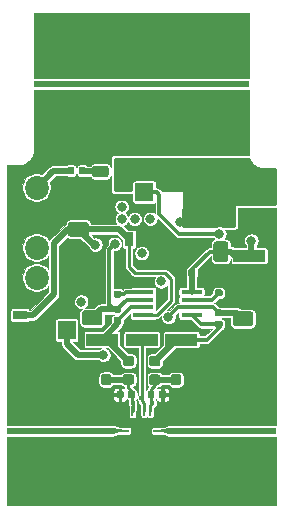
<source format=gbr>
%TF.GenerationSoftware,KiCad,Pcbnew,5.1.5-52549c5~84~ubuntu18.04.1*%
%TF.CreationDate,2020-02-04T18:59:04+01:00*%
%TF.ProjectId,HMC_RF_IPE,484d435f-5246-45f4-9950-452e6b696361,rev?*%
%TF.SameCoordinates,Original*%
%TF.FileFunction,Copper,L1,Top*%
%TF.FilePolarity,Positive*%
%FSLAX46Y46*%
G04 Gerber Fmt 4.6, Leading zero omitted, Abs format (unit mm)*
G04 Created by KiCad (PCBNEW 5.1.5-52549c5~84~ubuntu18.04.1) date 2020-02-04 18:59:04*
%MOMM*%
%LPD*%
G04 APERTURE LIST*
%TA.AperFunction,SMDPad,CuDef*%
%ADD10R,1.725000X1.725000*%
%TD*%
%TA.AperFunction,SMDPad,CuDef*%
%ADD11R,0.240000X0.804800*%
%TD*%
%TA.AperFunction,SMDPad,CuDef*%
%ADD12R,0.804800X0.240000*%
%TD*%
%TA.AperFunction,SMDPad,CuDef*%
%ADD13R,0.787400X1.193800*%
%TD*%
%TA.AperFunction,SMDPad,CuDef*%
%ADD14R,1.574800X1.524000*%
%TD*%
%TA.AperFunction,SMDPad,CuDef*%
%ADD15R,1.193800X0.787400*%
%TD*%
%TA.AperFunction,SMDPad,CuDef*%
%ADD16R,1.524000X1.574800*%
%TD*%
%TA.AperFunction,Conductor*%
%ADD17R,0.200000X0.250000*%
%TD*%
%TA.AperFunction,Conductor*%
%ADD18C,0.100000*%
%TD*%
%TA.AperFunction,SMDPad,CuDef*%
%ADD19C,0.100000*%
%TD*%
%TA.AperFunction,SMDPad,CuDef*%
%ADD20R,1.778000X0.431800*%
%TD*%
%TA.AperFunction,ComponentPad*%
%ADD21C,2.020000*%
%TD*%
%TA.AperFunction,SMDPad,CuDef*%
%ADD22R,5.080000X2.410000*%
%TD*%
%TA.AperFunction,SMDPad,CuDef*%
%ADD23R,2.350000X0.508000*%
%TD*%
%TA.AperFunction,SMDPad,CuDef*%
%ADD24R,2.670000X1.020000*%
%TD*%
%TA.AperFunction,ViaPad*%
%ADD25C,0.400000*%
%TD*%
%TA.AperFunction,ViaPad*%
%ADD26C,0.800000*%
%TD*%
%TA.AperFunction,Conductor*%
%ADD27C,0.510000*%
%TD*%
%TA.AperFunction,Conductor*%
%ADD28C,0.300000*%
%TD*%
%TA.AperFunction,Conductor*%
%ADD29C,0.250000*%
%TD*%
%TA.AperFunction,Conductor*%
%ADD30C,0.520000*%
%TD*%
%TA.AperFunction,Conductor*%
%ADD31C,0.025500*%
%TD*%
%TA.AperFunction,Conductor*%
%ADD32C,0.254000*%
%TD*%
G04 APERTURE END LIST*
D10*
%TO.P,U4,17*%
%TO.N,GND*%
X142387410Y-92123200D03*
D11*
%TO.P,U4,16*%
X143137411Y-93575600D03*
%TO.P,U4,15*%
X142637410Y-93575600D03*
%TO.P,U4,14*%
X142137410Y-93575600D03*
%TO.P,U4,13*%
X141637409Y-93575600D03*
D12*
%TO.P,U4,12*%
X140935010Y-92873201D03*
%TO.P,U4,11*%
%TO.N,Net-(J3-Pad1)*%
X140935010Y-92373200D03*
%TO.P,U4,10*%
%TO.N,GND*%
X140935010Y-91873200D03*
%TO.P,U4,9*%
X140935010Y-91373199D03*
D11*
%TO.P,U4,8*%
%TO.N,Net-(C14-Pad1)*%
X141637409Y-90670800D03*
%TO.P,U4,7*%
%TO.N,GND*%
X142137410Y-90670800D03*
%TO.P,U4,6*%
%TO.N,/Control/I*%
X142637410Y-90670800D03*
%TO.P,U4,5*%
%TO.N,Net-(C17-Pad1)*%
X143137411Y-90670800D03*
D12*
%TO.P,U4,4*%
%TO.N,GND*%
X143839810Y-91373199D03*
%TO.P,U4,3*%
X143839810Y-91873200D03*
%TO.P,U4,2*%
%TO.N,Net-(J2-Pad1)*%
X143839810Y-92373200D03*
%TO.P,U4,1*%
%TO.N,GND*%
X143839810Y-92873201D03*
%TD*%
D13*
%TO.P,RV2,3*%
%TO.N,GND*%
X143911410Y-76193200D03*
D14*
%TO.P,RV2,2*%
%TO.N,Net-(R3-Pad2)*%
X142641410Y-72180000D03*
D13*
%TO.P,RV2,1*%
%TO.N,Net-(C10-Pad1)*%
X141371410Y-76142400D03*
%TD*%
D15*
%TO.P,RV1,3*%
%TO.N,GND*%
X132066410Y-85118200D03*
D16*
%TO.P,RV1,2*%
%TO.N,Net-(R2-Pad2)*%
X136079610Y-83848200D03*
D15*
%TO.P,RV1,1*%
%TO.N,Net-(C10-Pad1)*%
X132117210Y-82578200D03*
%TD*%
D17*
%TO.N,Net-(J3-Pad1)*%
%TO.C,uT4*%
X140623410Y-92373200D03*
%TA.AperFunction,Conductor*%
D18*
G36*
X140523410Y-92248200D02*
G01*
X140723410Y-92248200D01*
X140723410Y-92498200D01*
X140523410Y-92498200D01*
X140023410Y-92628200D01*
X139523410Y-92628200D01*
X139523410Y-92118200D01*
X140023410Y-92118200D01*
X140523410Y-92248200D01*
G37*
%TD.AperFunction*%
%TD*%
D17*
%TO.N,Net-(J2-Pad1)*%
%TO.C,uT3*%
X144143410Y-92373200D03*
%TA.AperFunction,Conductor*%
D18*
G36*
X144243410Y-92498200D02*
G01*
X144043410Y-92498200D01*
X144043410Y-92248200D01*
X144243410Y-92248200D01*
X144743410Y-92118200D01*
X145243410Y-92118200D01*
X145243410Y-92628200D01*
X144743410Y-92628200D01*
X144243410Y-92498200D01*
G37*
%TD.AperFunction*%
%TD*%
%TA.AperFunction,SMDPad,CuDef*%
D19*
%TO.P,R16,2*%
%TO.N,GNDS*%
G36*
X151501101Y-72199253D02*
G01*
X151522336Y-72202403D01*
X151543160Y-72207619D01*
X151563372Y-72214851D01*
X151582778Y-72224030D01*
X151601191Y-72235066D01*
X151618434Y-72247854D01*
X151634340Y-72262270D01*
X151648756Y-72278176D01*
X151661544Y-72295419D01*
X151672580Y-72313832D01*
X151681759Y-72333238D01*
X151688991Y-72353450D01*
X151694207Y-72374274D01*
X151697357Y-72395509D01*
X151698410Y-72416950D01*
X151698410Y-72854450D01*
X151697357Y-72875891D01*
X151694207Y-72897126D01*
X151688991Y-72917950D01*
X151681759Y-72938162D01*
X151672580Y-72957568D01*
X151661544Y-72975981D01*
X151648756Y-72993224D01*
X151634340Y-73009130D01*
X151618434Y-73023546D01*
X151601191Y-73036334D01*
X151582778Y-73047370D01*
X151563372Y-73056549D01*
X151543160Y-73063781D01*
X151522336Y-73068997D01*
X151501101Y-73072147D01*
X151479660Y-73073200D01*
X150967160Y-73073200D01*
X150945719Y-73072147D01*
X150924484Y-73068997D01*
X150903660Y-73063781D01*
X150883448Y-73056549D01*
X150864042Y-73047370D01*
X150845629Y-73036334D01*
X150828386Y-73023546D01*
X150812480Y-73009130D01*
X150798064Y-72993224D01*
X150785276Y-72975981D01*
X150774240Y-72957568D01*
X150765061Y-72938162D01*
X150757829Y-72917950D01*
X150752613Y-72897126D01*
X150749463Y-72875891D01*
X150748410Y-72854450D01*
X150748410Y-72416950D01*
X150749463Y-72395509D01*
X150752613Y-72374274D01*
X150757829Y-72353450D01*
X150765061Y-72333238D01*
X150774240Y-72313832D01*
X150785276Y-72295419D01*
X150798064Y-72278176D01*
X150812480Y-72262270D01*
X150828386Y-72247854D01*
X150845629Y-72235066D01*
X150864042Y-72224030D01*
X150883448Y-72214851D01*
X150903660Y-72207619D01*
X150924484Y-72202403D01*
X150945719Y-72199253D01*
X150967160Y-72198200D01*
X151479660Y-72198200D01*
X151501101Y-72199253D01*
G37*
%TD.AperFunction*%
%TA.AperFunction,SMDPad,CuDef*%
%TO.P,R16,1*%
%TO.N,GND*%
G36*
X151501101Y-73774253D02*
G01*
X151522336Y-73777403D01*
X151543160Y-73782619D01*
X151563372Y-73789851D01*
X151582778Y-73799030D01*
X151601191Y-73810066D01*
X151618434Y-73822854D01*
X151634340Y-73837270D01*
X151648756Y-73853176D01*
X151661544Y-73870419D01*
X151672580Y-73888832D01*
X151681759Y-73908238D01*
X151688991Y-73928450D01*
X151694207Y-73949274D01*
X151697357Y-73970509D01*
X151698410Y-73991950D01*
X151698410Y-74429450D01*
X151697357Y-74450891D01*
X151694207Y-74472126D01*
X151688991Y-74492950D01*
X151681759Y-74513162D01*
X151672580Y-74532568D01*
X151661544Y-74550981D01*
X151648756Y-74568224D01*
X151634340Y-74584130D01*
X151618434Y-74598546D01*
X151601191Y-74611334D01*
X151582778Y-74622370D01*
X151563372Y-74631549D01*
X151543160Y-74638781D01*
X151522336Y-74643997D01*
X151501101Y-74647147D01*
X151479660Y-74648200D01*
X150967160Y-74648200D01*
X150945719Y-74647147D01*
X150924484Y-74643997D01*
X150903660Y-74638781D01*
X150883448Y-74631549D01*
X150864042Y-74622370D01*
X150845629Y-74611334D01*
X150828386Y-74598546D01*
X150812480Y-74584130D01*
X150798064Y-74568224D01*
X150785276Y-74550981D01*
X150774240Y-74532568D01*
X150765061Y-74513162D01*
X150757829Y-74492950D01*
X150752613Y-74472126D01*
X150749463Y-74450891D01*
X150748410Y-74429450D01*
X150748410Y-73991950D01*
X150749463Y-73970509D01*
X150752613Y-73949274D01*
X150757829Y-73928450D01*
X150765061Y-73908238D01*
X150774240Y-73888832D01*
X150785276Y-73870419D01*
X150798064Y-73853176D01*
X150812480Y-73837270D01*
X150828386Y-73822854D01*
X150845629Y-73810066D01*
X150864042Y-73799030D01*
X150883448Y-73789851D01*
X150903660Y-73782619D01*
X150924484Y-73777403D01*
X150945719Y-73774253D01*
X150967160Y-73773200D01*
X151479660Y-73773200D01*
X151501101Y-73774253D01*
G37*
%TD.AperFunction*%
%TD*%
%TA.AperFunction,SMDPad,CuDef*%
%TO.P,R15,2*%
%TO.N,Net-(C17-Pad1)*%
G36*
X143801101Y-87594253D02*
G01*
X143822336Y-87597403D01*
X143843160Y-87602619D01*
X143863372Y-87609851D01*
X143882778Y-87619030D01*
X143901191Y-87630066D01*
X143918434Y-87642854D01*
X143934340Y-87657270D01*
X143948756Y-87673176D01*
X143961544Y-87690419D01*
X143972580Y-87708832D01*
X143981759Y-87728238D01*
X143988991Y-87748450D01*
X143994207Y-87769274D01*
X143997357Y-87790509D01*
X143998410Y-87811950D01*
X143998410Y-88249450D01*
X143997357Y-88270891D01*
X143994207Y-88292126D01*
X143988991Y-88312950D01*
X143981759Y-88333162D01*
X143972580Y-88352568D01*
X143961544Y-88370981D01*
X143948756Y-88388224D01*
X143934340Y-88404130D01*
X143918434Y-88418546D01*
X143901191Y-88431334D01*
X143882778Y-88442370D01*
X143863372Y-88451549D01*
X143843160Y-88458781D01*
X143822336Y-88463997D01*
X143801101Y-88467147D01*
X143779660Y-88468200D01*
X143267160Y-88468200D01*
X143245719Y-88467147D01*
X143224484Y-88463997D01*
X143203660Y-88458781D01*
X143183448Y-88451549D01*
X143164042Y-88442370D01*
X143145629Y-88431334D01*
X143128386Y-88418546D01*
X143112480Y-88404130D01*
X143098064Y-88388224D01*
X143085276Y-88370981D01*
X143074240Y-88352568D01*
X143065061Y-88333162D01*
X143057829Y-88312950D01*
X143052613Y-88292126D01*
X143049463Y-88270891D01*
X143048410Y-88249450D01*
X143048410Y-87811950D01*
X143049463Y-87790509D01*
X143052613Y-87769274D01*
X143057829Y-87748450D01*
X143065061Y-87728238D01*
X143074240Y-87708832D01*
X143085276Y-87690419D01*
X143098064Y-87673176D01*
X143112480Y-87657270D01*
X143128386Y-87642854D01*
X143145629Y-87630066D01*
X143164042Y-87619030D01*
X143183448Y-87609851D01*
X143203660Y-87602619D01*
X143224484Y-87597403D01*
X143245719Y-87594253D01*
X143267160Y-87593200D01*
X143779660Y-87593200D01*
X143801101Y-87594253D01*
G37*
%TD.AperFunction*%
%TA.AperFunction,SMDPad,CuDef*%
%TO.P,R15,1*%
%TO.N,/Control/V2*%
G36*
X143801101Y-86019253D02*
G01*
X143822336Y-86022403D01*
X143843160Y-86027619D01*
X143863372Y-86034851D01*
X143882778Y-86044030D01*
X143901191Y-86055066D01*
X143918434Y-86067854D01*
X143934340Y-86082270D01*
X143948756Y-86098176D01*
X143961544Y-86115419D01*
X143972580Y-86133832D01*
X143981759Y-86153238D01*
X143988991Y-86173450D01*
X143994207Y-86194274D01*
X143997357Y-86215509D01*
X143998410Y-86236950D01*
X143998410Y-86674450D01*
X143997357Y-86695891D01*
X143994207Y-86717126D01*
X143988991Y-86737950D01*
X143981759Y-86758162D01*
X143972580Y-86777568D01*
X143961544Y-86795981D01*
X143948756Y-86813224D01*
X143934340Y-86829130D01*
X143918434Y-86843546D01*
X143901191Y-86856334D01*
X143882778Y-86867370D01*
X143863372Y-86876549D01*
X143843160Y-86883781D01*
X143822336Y-86888997D01*
X143801101Y-86892147D01*
X143779660Y-86893200D01*
X143267160Y-86893200D01*
X143245719Y-86892147D01*
X143224484Y-86888997D01*
X143203660Y-86883781D01*
X143183448Y-86876549D01*
X143164042Y-86867370D01*
X143145629Y-86856334D01*
X143128386Y-86843546D01*
X143112480Y-86829130D01*
X143098064Y-86813224D01*
X143085276Y-86795981D01*
X143074240Y-86777568D01*
X143065061Y-86758162D01*
X143057829Y-86737950D01*
X143052613Y-86717126D01*
X143049463Y-86695891D01*
X143048410Y-86674450D01*
X143048410Y-86236950D01*
X143049463Y-86215509D01*
X143052613Y-86194274D01*
X143057829Y-86173450D01*
X143065061Y-86153238D01*
X143074240Y-86133832D01*
X143085276Y-86115419D01*
X143098064Y-86098176D01*
X143112480Y-86082270D01*
X143128386Y-86067854D01*
X143145629Y-86055066D01*
X143164042Y-86044030D01*
X143183448Y-86034851D01*
X143203660Y-86027619D01*
X143224484Y-86022403D01*
X143245719Y-86019253D01*
X143267160Y-86018200D01*
X143779660Y-86018200D01*
X143801101Y-86019253D01*
G37*
%TD.AperFunction*%
%TD*%
%TA.AperFunction,SMDPad,CuDef*%
%TO.P,R14,2*%
%TO.N,Net-(C14-Pad1)*%
G36*
X141571101Y-87584253D02*
G01*
X141592336Y-87587403D01*
X141613160Y-87592619D01*
X141633372Y-87599851D01*
X141652778Y-87609030D01*
X141671191Y-87620066D01*
X141688434Y-87632854D01*
X141704340Y-87647270D01*
X141718756Y-87663176D01*
X141731544Y-87680419D01*
X141742580Y-87698832D01*
X141751759Y-87718238D01*
X141758991Y-87738450D01*
X141764207Y-87759274D01*
X141767357Y-87780509D01*
X141768410Y-87801950D01*
X141768410Y-88239450D01*
X141767357Y-88260891D01*
X141764207Y-88282126D01*
X141758991Y-88302950D01*
X141751759Y-88323162D01*
X141742580Y-88342568D01*
X141731544Y-88360981D01*
X141718756Y-88378224D01*
X141704340Y-88394130D01*
X141688434Y-88408546D01*
X141671191Y-88421334D01*
X141652778Y-88432370D01*
X141633372Y-88441549D01*
X141613160Y-88448781D01*
X141592336Y-88453997D01*
X141571101Y-88457147D01*
X141549660Y-88458200D01*
X141037160Y-88458200D01*
X141015719Y-88457147D01*
X140994484Y-88453997D01*
X140973660Y-88448781D01*
X140953448Y-88441549D01*
X140934042Y-88432370D01*
X140915629Y-88421334D01*
X140898386Y-88408546D01*
X140882480Y-88394130D01*
X140868064Y-88378224D01*
X140855276Y-88360981D01*
X140844240Y-88342568D01*
X140835061Y-88323162D01*
X140827829Y-88302950D01*
X140822613Y-88282126D01*
X140819463Y-88260891D01*
X140818410Y-88239450D01*
X140818410Y-87801950D01*
X140819463Y-87780509D01*
X140822613Y-87759274D01*
X140827829Y-87738450D01*
X140835061Y-87718238D01*
X140844240Y-87698832D01*
X140855276Y-87680419D01*
X140868064Y-87663176D01*
X140882480Y-87647270D01*
X140898386Y-87632854D01*
X140915629Y-87620066D01*
X140934042Y-87609030D01*
X140953448Y-87599851D01*
X140973660Y-87592619D01*
X140994484Y-87587403D01*
X141015719Y-87584253D01*
X141037160Y-87583200D01*
X141549660Y-87583200D01*
X141571101Y-87584253D01*
G37*
%TD.AperFunction*%
%TA.AperFunction,SMDPad,CuDef*%
%TO.P,R14,1*%
%TO.N,/Control/V1*%
G36*
X141571101Y-86009253D02*
G01*
X141592336Y-86012403D01*
X141613160Y-86017619D01*
X141633372Y-86024851D01*
X141652778Y-86034030D01*
X141671191Y-86045066D01*
X141688434Y-86057854D01*
X141704340Y-86072270D01*
X141718756Y-86088176D01*
X141731544Y-86105419D01*
X141742580Y-86123832D01*
X141751759Y-86143238D01*
X141758991Y-86163450D01*
X141764207Y-86184274D01*
X141767357Y-86205509D01*
X141768410Y-86226950D01*
X141768410Y-86664450D01*
X141767357Y-86685891D01*
X141764207Y-86707126D01*
X141758991Y-86727950D01*
X141751759Y-86748162D01*
X141742580Y-86767568D01*
X141731544Y-86785981D01*
X141718756Y-86803224D01*
X141704340Y-86819130D01*
X141688434Y-86833546D01*
X141671191Y-86846334D01*
X141652778Y-86857370D01*
X141633372Y-86866549D01*
X141613160Y-86873781D01*
X141592336Y-86878997D01*
X141571101Y-86882147D01*
X141549660Y-86883200D01*
X141037160Y-86883200D01*
X141015719Y-86882147D01*
X140994484Y-86878997D01*
X140973660Y-86873781D01*
X140953448Y-86866549D01*
X140934042Y-86857370D01*
X140915629Y-86846334D01*
X140898386Y-86833546D01*
X140882480Y-86819130D01*
X140868064Y-86803224D01*
X140855276Y-86785981D01*
X140844240Y-86767568D01*
X140835061Y-86748162D01*
X140827829Y-86727950D01*
X140822613Y-86707126D01*
X140819463Y-86685891D01*
X140818410Y-86664450D01*
X140818410Y-86226950D01*
X140819463Y-86205509D01*
X140822613Y-86184274D01*
X140827829Y-86163450D01*
X140835061Y-86143238D01*
X140844240Y-86123832D01*
X140855276Y-86105419D01*
X140868064Y-86088176D01*
X140882480Y-86072270D01*
X140898386Y-86057854D01*
X140915629Y-86045066D01*
X140934042Y-86034030D01*
X140953448Y-86024851D01*
X140973660Y-86017619D01*
X140994484Y-86012403D01*
X141015719Y-86009253D01*
X141037160Y-86008200D01*
X141549660Y-86008200D01*
X141571101Y-86009253D01*
G37*
%TD.AperFunction*%
%TD*%
D20*
%TO.P,U2,8*%
%TO.N,Net-(C10-Pad1)*%
X142548710Y-82568199D03*
%TO.P,U2,7*%
%TO.N,/Control/V1*%
X142548710Y-81918201D03*
%TO.P,U2,6*%
%TO.N,Net-(C13-Pad1)*%
X142548710Y-81268199D03*
%TO.P,U2,5*%
%TO.N,Net-(R7-Pad1)*%
X142548710Y-80618201D03*
%TO.P,U2,4*%
%TO.N,VSS*%
X146638110Y-80618201D03*
%TO.P,U2,3*%
%TO.N,Net-(R5-Pad1)*%
X146638110Y-81268199D03*
%TO.P,U2,2*%
%TO.N,Net-(C11-Pad1)*%
X146638110Y-81918201D03*
%TO.P,U2,1*%
%TO.N,/Control/V2*%
X146638110Y-82568199D03*
%TD*%
%TA.AperFunction,SMDPad,CuDef*%
D19*
%TO.P,C10,2*%
%TO.N,GND*%
G36*
X137702914Y-77477404D02*
G01*
X137727183Y-77481004D01*
X137750981Y-77486965D01*
X137774081Y-77495230D01*
X137796259Y-77505720D01*
X137817303Y-77518333D01*
X137837008Y-77532947D01*
X137855187Y-77549423D01*
X137871663Y-77567602D01*
X137886277Y-77587307D01*
X137898890Y-77608351D01*
X137909380Y-77630529D01*
X137917645Y-77653629D01*
X137923606Y-77677427D01*
X137927206Y-77701696D01*
X137928410Y-77726200D01*
X137928410Y-78476200D01*
X137927206Y-78500704D01*
X137923606Y-78524973D01*
X137917645Y-78548771D01*
X137909380Y-78571871D01*
X137898890Y-78594049D01*
X137886277Y-78615093D01*
X137871663Y-78634798D01*
X137855187Y-78652977D01*
X137837008Y-78669453D01*
X137817303Y-78684067D01*
X137796259Y-78696680D01*
X137774081Y-78707170D01*
X137750981Y-78715435D01*
X137727183Y-78721396D01*
X137702914Y-78724996D01*
X137678410Y-78726200D01*
X136428410Y-78726200D01*
X136403906Y-78724996D01*
X136379637Y-78721396D01*
X136355839Y-78715435D01*
X136332739Y-78707170D01*
X136310561Y-78696680D01*
X136289517Y-78684067D01*
X136269812Y-78669453D01*
X136251633Y-78652977D01*
X136235157Y-78634798D01*
X136220543Y-78615093D01*
X136207930Y-78594049D01*
X136197440Y-78571871D01*
X136189175Y-78548771D01*
X136183214Y-78524973D01*
X136179614Y-78500704D01*
X136178410Y-78476200D01*
X136178410Y-77726200D01*
X136179614Y-77701696D01*
X136183214Y-77677427D01*
X136189175Y-77653629D01*
X136197440Y-77630529D01*
X136207930Y-77608351D01*
X136220543Y-77587307D01*
X136235157Y-77567602D01*
X136251633Y-77549423D01*
X136269812Y-77532947D01*
X136289517Y-77518333D01*
X136310561Y-77505720D01*
X136332739Y-77495230D01*
X136355839Y-77486965D01*
X136379637Y-77481004D01*
X136403906Y-77477404D01*
X136428410Y-77476200D01*
X137678410Y-77476200D01*
X137702914Y-77477404D01*
G37*
%TD.AperFunction*%
%TA.AperFunction,SMDPad,CuDef*%
%TO.P,C10,1*%
%TO.N,Net-(C10-Pad1)*%
G36*
X137702914Y-74677404D02*
G01*
X137727183Y-74681004D01*
X137750981Y-74686965D01*
X137774081Y-74695230D01*
X137796259Y-74705720D01*
X137817303Y-74718333D01*
X137837008Y-74732947D01*
X137855187Y-74749423D01*
X137871663Y-74767602D01*
X137886277Y-74787307D01*
X137898890Y-74808351D01*
X137909380Y-74830529D01*
X137917645Y-74853629D01*
X137923606Y-74877427D01*
X137927206Y-74901696D01*
X137928410Y-74926200D01*
X137928410Y-75676200D01*
X137927206Y-75700704D01*
X137923606Y-75724973D01*
X137917645Y-75748771D01*
X137909380Y-75771871D01*
X137898890Y-75794049D01*
X137886277Y-75815093D01*
X137871663Y-75834798D01*
X137855187Y-75852977D01*
X137837008Y-75869453D01*
X137817303Y-75884067D01*
X137796259Y-75896680D01*
X137774081Y-75907170D01*
X137750981Y-75915435D01*
X137727183Y-75921396D01*
X137702914Y-75924996D01*
X137678410Y-75926200D01*
X136428410Y-75926200D01*
X136403906Y-75924996D01*
X136379637Y-75921396D01*
X136355839Y-75915435D01*
X136332739Y-75907170D01*
X136310561Y-75896680D01*
X136289517Y-75884067D01*
X136269812Y-75869453D01*
X136251633Y-75852977D01*
X136235157Y-75834798D01*
X136220543Y-75815093D01*
X136207930Y-75794049D01*
X136197440Y-75771871D01*
X136189175Y-75748771D01*
X136183214Y-75724973D01*
X136179614Y-75700704D01*
X136178410Y-75676200D01*
X136178410Y-74926200D01*
X136179614Y-74901696D01*
X136183214Y-74877427D01*
X136189175Y-74853629D01*
X136197440Y-74830529D01*
X136207930Y-74808351D01*
X136220543Y-74787307D01*
X136235157Y-74767602D01*
X136251633Y-74749423D01*
X136269812Y-74732947D01*
X136289517Y-74718333D01*
X136310561Y-74705720D01*
X136332739Y-74695230D01*
X136355839Y-74686965D01*
X136379637Y-74681004D01*
X136403906Y-74677404D01*
X136428410Y-74676200D01*
X137678410Y-74676200D01*
X137702914Y-74677404D01*
G37*
%TD.AperFunction*%
%TD*%
%TA.AperFunction,SMDPad,CuDef*%
%TO.P,L7,2*%
%TO.N,GND*%
G36*
X153071101Y-73774253D02*
G01*
X153092336Y-73777403D01*
X153113160Y-73782619D01*
X153133372Y-73789851D01*
X153152778Y-73799030D01*
X153171191Y-73810066D01*
X153188434Y-73822854D01*
X153204340Y-73837270D01*
X153218756Y-73853176D01*
X153231544Y-73870419D01*
X153242580Y-73888832D01*
X153251759Y-73908238D01*
X153258991Y-73928450D01*
X153264207Y-73949274D01*
X153267357Y-73970509D01*
X153268410Y-73991950D01*
X153268410Y-74429450D01*
X153267357Y-74450891D01*
X153264207Y-74472126D01*
X153258991Y-74492950D01*
X153251759Y-74513162D01*
X153242580Y-74532568D01*
X153231544Y-74550981D01*
X153218756Y-74568224D01*
X153204340Y-74584130D01*
X153188434Y-74598546D01*
X153171191Y-74611334D01*
X153152778Y-74622370D01*
X153133372Y-74631549D01*
X153113160Y-74638781D01*
X153092336Y-74643997D01*
X153071101Y-74647147D01*
X153049660Y-74648200D01*
X152537160Y-74648200D01*
X152515719Y-74647147D01*
X152494484Y-74643997D01*
X152473660Y-74638781D01*
X152453448Y-74631549D01*
X152434042Y-74622370D01*
X152415629Y-74611334D01*
X152398386Y-74598546D01*
X152382480Y-74584130D01*
X152368064Y-74568224D01*
X152355276Y-74550981D01*
X152344240Y-74532568D01*
X152335061Y-74513162D01*
X152327829Y-74492950D01*
X152322613Y-74472126D01*
X152319463Y-74450891D01*
X152318410Y-74429450D01*
X152318410Y-73991950D01*
X152319463Y-73970509D01*
X152322613Y-73949274D01*
X152327829Y-73928450D01*
X152335061Y-73908238D01*
X152344240Y-73888832D01*
X152355276Y-73870419D01*
X152368064Y-73853176D01*
X152382480Y-73837270D01*
X152398386Y-73822854D01*
X152415629Y-73810066D01*
X152434042Y-73799030D01*
X152453448Y-73789851D01*
X152473660Y-73782619D01*
X152494484Y-73777403D01*
X152515719Y-73774253D01*
X152537160Y-73773200D01*
X153049660Y-73773200D01*
X153071101Y-73774253D01*
G37*
%TD.AperFunction*%
%TA.AperFunction,SMDPad,CuDef*%
%TO.P,L7,1*%
%TO.N,GNDS*%
G36*
X153071101Y-72199253D02*
G01*
X153092336Y-72202403D01*
X153113160Y-72207619D01*
X153133372Y-72214851D01*
X153152778Y-72224030D01*
X153171191Y-72235066D01*
X153188434Y-72247854D01*
X153204340Y-72262270D01*
X153218756Y-72278176D01*
X153231544Y-72295419D01*
X153242580Y-72313832D01*
X153251759Y-72333238D01*
X153258991Y-72353450D01*
X153264207Y-72374274D01*
X153267357Y-72395509D01*
X153268410Y-72416950D01*
X153268410Y-72854450D01*
X153267357Y-72875891D01*
X153264207Y-72897126D01*
X153258991Y-72917950D01*
X153251759Y-72938162D01*
X153242580Y-72957568D01*
X153231544Y-72975981D01*
X153218756Y-72993224D01*
X153204340Y-73009130D01*
X153188434Y-73023546D01*
X153171191Y-73036334D01*
X153152778Y-73047370D01*
X153133372Y-73056549D01*
X153113160Y-73063781D01*
X153092336Y-73068997D01*
X153071101Y-73072147D01*
X153049660Y-73073200D01*
X152537160Y-73073200D01*
X152515719Y-73072147D01*
X152494484Y-73068997D01*
X152473660Y-73063781D01*
X152453448Y-73056549D01*
X152434042Y-73047370D01*
X152415629Y-73036334D01*
X152398386Y-73023546D01*
X152382480Y-73009130D01*
X152368064Y-72993224D01*
X152355276Y-72975981D01*
X152344240Y-72957568D01*
X152335061Y-72938162D01*
X152327829Y-72917950D01*
X152322613Y-72897126D01*
X152319463Y-72875891D01*
X152318410Y-72854450D01*
X152318410Y-72416950D01*
X152319463Y-72395509D01*
X152322613Y-72374274D01*
X152327829Y-72353450D01*
X152335061Y-72333238D01*
X152344240Y-72313832D01*
X152355276Y-72295419D01*
X152368064Y-72278176D01*
X152382480Y-72262270D01*
X152398386Y-72247854D01*
X152415629Y-72235066D01*
X152434042Y-72224030D01*
X152453448Y-72214851D01*
X152473660Y-72207619D01*
X152494484Y-72202403D01*
X152515719Y-72199253D01*
X152537160Y-72198200D01*
X153049660Y-72198200D01*
X153071101Y-72199253D01*
G37*
%TD.AperFunction*%
%TD*%
%TA.AperFunction,SMDPad,CuDef*%
%TO.P,C21,2*%
%TO.N,GND*%
G36*
X147795368Y-78678910D02*
G01*
X147809686Y-78681034D01*
X147823727Y-78684551D01*
X147837356Y-78689428D01*
X147850441Y-78695617D01*
X147862857Y-78703058D01*
X147874483Y-78711681D01*
X147885208Y-78721402D01*
X147894929Y-78732127D01*
X147903552Y-78743753D01*
X147910993Y-78756169D01*
X147917182Y-78769254D01*
X147922059Y-78782883D01*
X147925576Y-78796924D01*
X147927700Y-78811242D01*
X147928410Y-78825700D01*
X147928410Y-79170700D01*
X147927700Y-79185158D01*
X147925576Y-79199476D01*
X147922059Y-79213517D01*
X147917182Y-79227146D01*
X147910993Y-79240231D01*
X147903552Y-79252647D01*
X147894929Y-79264273D01*
X147885208Y-79274998D01*
X147874483Y-79284719D01*
X147862857Y-79293342D01*
X147850441Y-79300783D01*
X147837356Y-79306972D01*
X147823727Y-79311849D01*
X147809686Y-79315366D01*
X147795368Y-79317490D01*
X147780910Y-79318200D01*
X147485910Y-79318200D01*
X147471452Y-79317490D01*
X147457134Y-79315366D01*
X147443093Y-79311849D01*
X147429464Y-79306972D01*
X147416379Y-79300783D01*
X147403963Y-79293342D01*
X147392337Y-79284719D01*
X147381612Y-79274998D01*
X147371891Y-79264273D01*
X147363268Y-79252647D01*
X147355827Y-79240231D01*
X147349638Y-79227146D01*
X147344761Y-79213517D01*
X147341244Y-79199476D01*
X147339120Y-79185158D01*
X147338410Y-79170700D01*
X147338410Y-78825700D01*
X147339120Y-78811242D01*
X147341244Y-78796924D01*
X147344761Y-78782883D01*
X147349638Y-78769254D01*
X147355827Y-78756169D01*
X147363268Y-78743753D01*
X147371891Y-78732127D01*
X147381612Y-78721402D01*
X147392337Y-78711681D01*
X147403963Y-78703058D01*
X147416379Y-78695617D01*
X147429464Y-78689428D01*
X147443093Y-78684551D01*
X147457134Y-78681034D01*
X147471452Y-78678910D01*
X147485910Y-78678200D01*
X147780910Y-78678200D01*
X147795368Y-78678910D01*
G37*
%TD.AperFunction*%
%TA.AperFunction,SMDPad,CuDef*%
%TO.P,C21,1*%
%TO.N,VSS*%
G36*
X146825368Y-78678910D02*
G01*
X146839686Y-78681034D01*
X146853727Y-78684551D01*
X146867356Y-78689428D01*
X146880441Y-78695617D01*
X146892857Y-78703058D01*
X146904483Y-78711681D01*
X146915208Y-78721402D01*
X146924929Y-78732127D01*
X146933552Y-78743753D01*
X146940993Y-78756169D01*
X146947182Y-78769254D01*
X146952059Y-78782883D01*
X146955576Y-78796924D01*
X146957700Y-78811242D01*
X146958410Y-78825700D01*
X146958410Y-79170700D01*
X146957700Y-79185158D01*
X146955576Y-79199476D01*
X146952059Y-79213517D01*
X146947182Y-79227146D01*
X146940993Y-79240231D01*
X146933552Y-79252647D01*
X146924929Y-79264273D01*
X146915208Y-79274998D01*
X146904483Y-79284719D01*
X146892857Y-79293342D01*
X146880441Y-79300783D01*
X146867356Y-79306972D01*
X146853727Y-79311849D01*
X146839686Y-79315366D01*
X146825368Y-79317490D01*
X146810910Y-79318200D01*
X146515910Y-79318200D01*
X146501452Y-79317490D01*
X146487134Y-79315366D01*
X146473093Y-79311849D01*
X146459464Y-79306972D01*
X146446379Y-79300783D01*
X146433963Y-79293342D01*
X146422337Y-79284719D01*
X146411612Y-79274998D01*
X146401891Y-79264273D01*
X146393268Y-79252647D01*
X146385827Y-79240231D01*
X146379638Y-79227146D01*
X146374761Y-79213517D01*
X146371244Y-79199476D01*
X146369120Y-79185158D01*
X146368410Y-79170700D01*
X146368410Y-78825700D01*
X146369120Y-78811242D01*
X146371244Y-78796924D01*
X146374761Y-78782883D01*
X146379638Y-78769254D01*
X146385827Y-78756169D01*
X146393268Y-78743753D01*
X146401891Y-78732127D01*
X146411612Y-78721402D01*
X146422337Y-78711681D01*
X146433963Y-78703058D01*
X146446379Y-78695617D01*
X146459464Y-78689428D01*
X146473093Y-78684551D01*
X146487134Y-78681034D01*
X146501452Y-78678910D01*
X146515910Y-78678200D01*
X146810910Y-78678200D01*
X146825368Y-78678910D01*
G37*
%TD.AperFunction*%
%TD*%
%TA.AperFunction,SMDPad,CuDef*%
%TO.P,C18,2*%
%TO.N,GND*%
G36*
X147131101Y-87569253D02*
G01*
X147152336Y-87572403D01*
X147173160Y-87577619D01*
X147193372Y-87584851D01*
X147212778Y-87594030D01*
X147231191Y-87605066D01*
X147248434Y-87617854D01*
X147264340Y-87632270D01*
X147278756Y-87648176D01*
X147291544Y-87665419D01*
X147302580Y-87683832D01*
X147311759Y-87703238D01*
X147318991Y-87723450D01*
X147324207Y-87744274D01*
X147327357Y-87765509D01*
X147328410Y-87786950D01*
X147328410Y-88299450D01*
X147327357Y-88320891D01*
X147324207Y-88342126D01*
X147318991Y-88362950D01*
X147311759Y-88383162D01*
X147302580Y-88402568D01*
X147291544Y-88420981D01*
X147278756Y-88438224D01*
X147264340Y-88454130D01*
X147248434Y-88468546D01*
X147231191Y-88481334D01*
X147212778Y-88492370D01*
X147193372Y-88501549D01*
X147173160Y-88508781D01*
X147152336Y-88513997D01*
X147131101Y-88517147D01*
X147109660Y-88518200D01*
X146672160Y-88518200D01*
X146650719Y-88517147D01*
X146629484Y-88513997D01*
X146608660Y-88508781D01*
X146588448Y-88501549D01*
X146569042Y-88492370D01*
X146550629Y-88481334D01*
X146533386Y-88468546D01*
X146517480Y-88454130D01*
X146503064Y-88438224D01*
X146490276Y-88420981D01*
X146479240Y-88402568D01*
X146470061Y-88383162D01*
X146462829Y-88362950D01*
X146457613Y-88342126D01*
X146454463Y-88320891D01*
X146453410Y-88299450D01*
X146453410Y-87786950D01*
X146454463Y-87765509D01*
X146457613Y-87744274D01*
X146462829Y-87723450D01*
X146470061Y-87703238D01*
X146479240Y-87683832D01*
X146490276Y-87665419D01*
X146503064Y-87648176D01*
X146517480Y-87632270D01*
X146533386Y-87617854D01*
X146550629Y-87605066D01*
X146569042Y-87594030D01*
X146588448Y-87584851D01*
X146608660Y-87577619D01*
X146629484Y-87572403D01*
X146650719Y-87569253D01*
X146672160Y-87568200D01*
X147109660Y-87568200D01*
X147131101Y-87569253D01*
G37*
%TD.AperFunction*%
%TA.AperFunction,SMDPad,CuDef*%
%TO.P,C18,1*%
%TO.N,Net-(C17-Pad1)*%
G36*
X145556101Y-87569253D02*
G01*
X145577336Y-87572403D01*
X145598160Y-87577619D01*
X145618372Y-87584851D01*
X145637778Y-87594030D01*
X145656191Y-87605066D01*
X145673434Y-87617854D01*
X145689340Y-87632270D01*
X145703756Y-87648176D01*
X145716544Y-87665419D01*
X145727580Y-87683832D01*
X145736759Y-87703238D01*
X145743991Y-87723450D01*
X145749207Y-87744274D01*
X145752357Y-87765509D01*
X145753410Y-87786950D01*
X145753410Y-88299450D01*
X145752357Y-88320891D01*
X145749207Y-88342126D01*
X145743991Y-88362950D01*
X145736759Y-88383162D01*
X145727580Y-88402568D01*
X145716544Y-88420981D01*
X145703756Y-88438224D01*
X145689340Y-88454130D01*
X145673434Y-88468546D01*
X145656191Y-88481334D01*
X145637778Y-88492370D01*
X145618372Y-88501549D01*
X145598160Y-88508781D01*
X145577336Y-88513997D01*
X145556101Y-88517147D01*
X145534660Y-88518200D01*
X145097160Y-88518200D01*
X145075719Y-88517147D01*
X145054484Y-88513997D01*
X145033660Y-88508781D01*
X145013448Y-88501549D01*
X144994042Y-88492370D01*
X144975629Y-88481334D01*
X144958386Y-88468546D01*
X144942480Y-88454130D01*
X144928064Y-88438224D01*
X144915276Y-88420981D01*
X144904240Y-88402568D01*
X144895061Y-88383162D01*
X144887829Y-88362950D01*
X144882613Y-88342126D01*
X144879463Y-88320891D01*
X144878410Y-88299450D01*
X144878410Y-87786950D01*
X144879463Y-87765509D01*
X144882613Y-87744274D01*
X144887829Y-87723450D01*
X144895061Y-87703238D01*
X144904240Y-87683832D01*
X144915276Y-87665419D01*
X144928064Y-87648176D01*
X144942480Y-87632270D01*
X144958386Y-87617854D01*
X144975629Y-87605066D01*
X144994042Y-87594030D01*
X145013448Y-87584851D01*
X145033660Y-87577619D01*
X145054484Y-87572403D01*
X145075719Y-87569253D01*
X145097160Y-87568200D01*
X145534660Y-87568200D01*
X145556101Y-87569253D01*
G37*
%TD.AperFunction*%
%TD*%
%TA.AperFunction,SMDPad,CuDef*%
%TO.P,C15,2*%
%TO.N,GND*%
G36*
X138078601Y-87559253D02*
G01*
X138099836Y-87562403D01*
X138120660Y-87567619D01*
X138140872Y-87574851D01*
X138160278Y-87584030D01*
X138178691Y-87595066D01*
X138195934Y-87607854D01*
X138211840Y-87622270D01*
X138226256Y-87638176D01*
X138239044Y-87655419D01*
X138250080Y-87673832D01*
X138259259Y-87693238D01*
X138266491Y-87713450D01*
X138271707Y-87734274D01*
X138274857Y-87755509D01*
X138275910Y-87776950D01*
X138275910Y-88289450D01*
X138274857Y-88310891D01*
X138271707Y-88332126D01*
X138266491Y-88352950D01*
X138259259Y-88373162D01*
X138250080Y-88392568D01*
X138239044Y-88410981D01*
X138226256Y-88428224D01*
X138211840Y-88444130D01*
X138195934Y-88458546D01*
X138178691Y-88471334D01*
X138160278Y-88482370D01*
X138140872Y-88491549D01*
X138120660Y-88498781D01*
X138099836Y-88503997D01*
X138078601Y-88507147D01*
X138057160Y-88508200D01*
X137619660Y-88508200D01*
X137598219Y-88507147D01*
X137576984Y-88503997D01*
X137556160Y-88498781D01*
X137535948Y-88491549D01*
X137516542Y-88482370D01*
X137498129Y-88471334D01*
X137480886Y-88458546D01*
X137464980Y-88444130D01*
X137450564Y-88428224D01*
X137437776Y-88410981D01*
X137426740Y-88392568D01*
X137417561Y-88373162D01*
X137410329Y-88352950D01*
X137405113Y-88332126D01*
X137401963Y-88310891D01*
X137400910Y-88289450D01*
X137400910Y-87776950D01*
X137401963Y-87755509D01*
X137405113Y-87734274D01*
X137410329Y-87713450D01*
X137417561Y-87693238D01*
X137426740Y-87673832D01*
X137437776Y-87655419D01*
X137450564Y-87638176D01*
X137464980Y-87622270D01*
X137480886Y-87607854D01*
X137498129Y-87595066D01*
X137516542Y-87584030D01*
X137535948Y-87574851D01*
X137556160Y-87567619D01*
X137576984Y-87562403D01*
X137598219Y-87559253D01*
X137619660Y-87558200D01*
X138057160Y-87558200D01*
X138078601Y-87559253D01*
G37*
%TD.AperFunction*%
%TA.AperFunction,SMDPad,CuDef*%
%TO.P,C15,1*%
%TO.N,Net-(C14-Pad1)*%
G36*
X139653601Y-87559253D02*
G01*
X139674836Y-87562403D01*
X139695660Y-87567619D01*
X139715872Y-87574851D01*
X139735278Y-87584030D01*
X139753691Y-87595066D01*
X139770934Y-87607854D01*
X139786840Y-87622270D01*
X139801256Y-87638176D01*
X139814044Y-87655419D01*
X139825080Y-87673832D01*
X139834259Y-87693238D01*
X139841491Y-87713450D01*
X139846707Y-87734274D01*
X139849857Y-87755509D01*
X139850910Y-87776950D01*
X139850910Y-88289450D01*
X139849857Y-88310891D01*
X139846707Y-88332126D01*
X139841491Y-88352950D01*
X139834259Y-88373162D01*
X139825080Y-88392568D01*
X139814044Y-88410981D01*
X139801256Y-88428224D01*
X139786840Y-88444130D01*
X139770934Y-88458546D01*
X139753691Y-88471334D01*
X139735278Y-88482370D01*
X139715872Y-88491549D01*
X139695660Y-88498781D01*
X139674836Y-88503997D01*
X139653601Y-88507147D01*
X139632160Y-88508200D01*
X139194660Y-88508200D01*
X139173219Y-88507147D01*
X139151984Y-88503997D01*
X139131160Y-88498781D01*
X139110948Y-88491549D01*
X139091542Y-88482370D01*
X139073129Y-88471334D01*
X139055886Y-88458546D01*
X139039980Y-88444130D01*
X139025564Y-88428224D01*
X139012776Y-88410981D01*
X139001740Y-88392568D01*
X138992561Y-88373162D01*
X138985329Y-88352950D01*
X138980113Y-88332126D01*
X138976963Y-88310891D01*
X138975910Y-88289450D01*
X138975910Y-87776950D01*
X138976963Y-87755509D01*
X138980113Y-87734274D01*
X138985329Y-87713450D01*
X138992561Y-87693238D01*
X139001740Y-87673832D01*
X139012776Y-87655419D01*
X139025564Y-87638176D01*
X139039980Y-87622270D01*
X139055886Y-87607854D01*
X139073129Y-87595066D01*
X139091542Y-87584030D01*
X139110948Y-87574851D01*
X139131160Y-87567619D01*
X139151984Y-87562403D01*
X139173219Y-87559253D01*
X139194660Y-87558200D01*
X139632160Y-87558200D01*
X139653601Y-87559253D01*
G37*
%TD.AperFunction*%
%TD*%
%TA.AperFunction,SMDPad,CuDef*%
%TO.P,R7,2*%
%TO.N,GND*%
G36*
X140550368Y-79533910D02*
G01*
X140564686Y-79536034D01*
X140578727Y-79539551D01*
X140592356Y-79544428D01*
X140605441Y-79550617D01*
X140617857Y-79558058D01*
X140629483Y-79566681D01*
X140640208Y-79576402D01*
X140649929Y-79587127D01*
X140658552Y-79598753D01*
X140665993Y-79611169D01*
X140672182Y-79624254D01*
X140677059Y-79637883D01*
X140680576Y-79651924D01*
X140682700Y-79666242D01*
X140683410Y-79680700D01*
X140683410Y-79975700D01*
X140682700Y-79990158D01*
X140680576Y-80004476D01*
X140677059Y-80018517D01*
X140672182Y-80032146D01*
X140665993Y-80045231D01*
X140658552Y-80057647D01*
X140649929Y-80069273D01*
X140640208Y-80079998D01*
X140629483Y-80089719D01*
X140617857Y-80098342D01*
X140605441Y-80105783D01*
X140592356Y-80111972D01*
X140578727Y-80116849D01*
X140564686Y-80120366D01*
X140550368Y-80122490D01*
X140535910Y-80123200D01*
X140190910Y-80123200D01*
X140176452Y-80122490D01*
X140162134Y-80120366D01*
X140148093Y-80116849D01*
X140134464Y-80111972D01*
X140121379Y-80105783D01*
X140108963Y-80098342D01*
X140097337Y-80089719D01*
X140086612Y-80079998D01*
X140076891Y-80069273D01*
X140068268Y-80057647D01*
X140060827Y-80045231D01*
X140054638Y-80032146D01*
X140049761Y-80018517D01*
X140046244Y-80004476D01*
X140044120Y-79990158D01*
X140043410Y-79975700D01*
X140043410Y-79680700D01*
X140044120Y-79666242D01*
X140046244Y-79651924D01*
X140049761Y-79637883D01*
X140054638Y-79624254D01*
X140060827Y-79611169D01*
X140068268Y-79598753D01*
X140076891Y-79587127D01*
X140086612Y-79576402D01*
X140097337Y-79566681D01*
X140108963Y-79558058D01*
X140121379Y-79550617D01*
X140134464Y-79544428D01*
X140148093Y-79539551D01*
X140162134Y-79536034D01*
X140176452Y-79533910D01*
X140190910Y-79533200D01*
X140535910Y-79533200D01*
X140550368Y-79533910D01*
G37*
%TD.AperFunction*%
%TA.AperFunction,SMDPad,CuDef*%
%TO.P,R7,1*%
%TO.N,Net-(R7-Pad1)*%
G36*
X140550368Y-80503910D02*
G01*
X140564686Y-80506034D01*
X140578727Y-80509551D01*
X140592356Y-80514428D01*
X140605441Y-80520617D01*
X140617857Y-80528058D01*
X140629483Y-80536681D01*
X140640208Y-80546402D01*
X140649929Y-80557127D01*
X140658552Y-80568753D01*
X140665993Y-80581169D01*
X140672182Y-80594254D01*
X140677059Y-80607883D01*
X140680576Y-80621924D01*
X140682700Y-80636242D01*
X140683410Y-80650700D01*
X140683410Y-80945700D01*
X140682700Y-80960158D01*
X140680576Y-80974476D01*
X140677059Y-80988517D01*
X140672182Y-81002146D01*
X140665993Y-81015231D01*
X140658552Y-81027647D01*
X140649929Y-81039273D01*
X140640208Y-81049998D01*
X140629483Y-81059719D01*
X140617857Y-81068342D01*
X140605441Y-81075783D01*
X140592356Y-81081972D01*
X140578727Y-81086849D01*
X140564686Y-81090366D01*
X140550368Y-81092490D01*
X140535910Y-81093200D01*
X140190910Y-81093200D01*
X140176452Y-81092490D01*
X140162134Y-81090366D01*
X140148093Y-81086849D01*
X140134464Y-81081972D01*
X140121379Y-81075783D01*
X140108963Y-81068342D01*
X140097337Y-81059719D01*
X140086612Y-81049998D01*
X140076891Y-81039273D01*
X140068268Y-81027647D01*
X140060827Y-81015231D01*
X140054638Y-81002146D01*
X140049761Y-80988517D01*
X140046244Y-80974476D01*
X140044120Y-80960158D01*
X140043410Y-80945700D01*
X140043410Y-80650700D01*
X140044120Y-80636242D01*
X140046244Y-80621924D01*
X140049761Y-80607883D01*
X140054638Y-80594254D01*
X140060827Y-80581169D01*
X140068268Y-80568753D01*
X140076891Y-80557127D01*
X140086612Y-80546402D01*
X140097337Y-80536681D01*
X140108963Y-80528058D01*
X140121379Y-80520617D01*
X140134464Y-80514428D01*
X140148093Y-80509551D01*
X140162134Y-80506034D01*
X140176452Y-80503910D01*
X140190910Y-80503200D01*
X140535910Y-80503200D01*
X140550368Y-80503910D01*
G37*
%TD.AperFunction*%
%TD*%
%TA.AperFunction,SMDPad,CuDef*%
%TO.P,R5,2*%
%TO.N,GND*%
G36*
X149130368Y-79423910D02*
G01*
X149144686Y-79426034D01*
X149158727Y-79429551D01*
X149172356Y-79434428D01*
X149185441Y-79440617D01*
X149197857Y-79448058D01*
X149209483Y-79456681D01*
X149220208Y-79466402D01*
X149229929Y-79477127D01*
X149238552Y-79488753D01*
X149245993Y-79501169D01*
X149252182Y-79514254D01*
X149257059Y-79527883D01*
X149260576Y-79541924D01*
X149262700Y-79556242D01*
X149263410Y-79570700D01*
X149263410Y-79865700D01*
X149262700Y-79880158D01*
X149260576Y-79894476D01*
X149257059Y-79908517D01*
X149252182Y-79922146D01*
X149245993Y-79935231D01*
X149238552Y-79947647D01*
X149229929Y-79959273D01*
X149220208Y-79969998D01*
X149209483Y-79979719D01*
X149197857Y-79988342D01*
X149185441Y-79995783D01*
X149172356Y-80001972D01*
X149158727Y-80006849D01*
X149144686Y-80010366D01*
X149130368Y-80012490D01*
X149115910Y-80013200D01*
X148770910Y-80013200D01*
X148756452Y-80012490D01*
X148742134Y-80010366D01*
X148728093Y-80006849D01*
X148714464Y-80001972D01*
X148701379Y-79995783D01*
X148688963Y-79988342D01*
X148677337Y-79979719D01*
X148666612Y-79969998D01*
X148656891Y-79959273D01*
X148648268Y-79947647D01*
X148640827Y-79935231D01*
X148634638Y-79922146D01*
X148629761Y-79908517D01*
X148626244Y-79894476D01*
X148624120Y-79880158D01*
X148623410Y-79865700D01*
X148623410Y-79570700D01*
X148624120Y-79556242D01*
X148626244Y-79541924D01*
X148629761Y-79527883D01*
X148634638Y-79514254D01*
X148640827Y-79501169D01*
X148648268Y-79488753D01*
X148656891Y-79477127D01*
X148666612Y-79466402D01*
X148677337Y-79456681D01*
X148688963Y-79448058D01*
X148701379Y-79440617D01*
X148714464Y-79434428D01*
X148728093Y-79429551D01*
X148742134Y-79426034D01*
X148756452Y-79423910D01*
X148770910Y-79423200D01*
X149115910Y-79423200D01*
X149130368Y-79423910D01*
G37*
%TD.AperFunction*%
%TA.AperFunction,SMDPad,CuDef*%
%TO.P,R5,1*%
%TO.N,Net-(R5-Pad1)*%
G36*
X149130368Y-80393910D02*
G01*
X149144686Y-80396034D01*
X149158727Y-80399551D01*
X149172356Y-80404428D01*
X149185441Y-80410617D01*
X149197857Y-80418058D01*
X149209483Y-80426681D01*
X149220208Y-80436402D01*
X149229929Y-80447127D01*
X149238552Y-80458753D01*
X149245993Y-80471169D01*
X149252182Y-80484254D01*
X149257059Y-80497883D01*
X149260576Y-80511924D01*
X149262700Y-80526242D01*
X149263410Y-80540700D01*
X149263410Y-80835700D01*
X149262700Y-80850158D01*
X149260576Y-80864476D01*
X149257059Y-80878517D01*
X149252182Y-80892146D01*
X149245993Y-80905231D01*
X149238552Y-80917647D01*
X149229929Y-80929273D01*
X149220208Y-80939998D01*
X149209483Y-80949719D01*
X149197857Y-80958342D01*
X149185441Y-80965783D01*
X149172356Y-80971972D01*
X149158727Y-80976849D01*
X149144686Y-80980366D01*
X149130368Y-80982490D01*
X149115910Y-80983200D01*
X148770910Y-80983200D01*
X148756452Y-80982490D01*
X148742134Y-80980366D01*
X148728093Y-80976849D01*
X148714464Y-80971972D01*
X148701379Y-80965783D01*
X148688963Y-80958342D01*
X148677337Y-80949719D01*
X148666612Y-80939998D01*
X148656891Y-80929273D01*
X148648268Y-80917647D01*
X148640827Y-80905231D01*
X148634638Y-80892146D01*
X148629761Y-80878517D01*
X148626244Y-80864476D01*
X148624120Y-80850158D01*
X148623410Y-80835700D01*
X148623410Y-80540700D01*
X148624120Y-80526242D01*
X148626244Y-80511924D01*
X148629761Y-80497883D01*
X148634638Y-80484254D01*
X148640827Y-80471169D01*
X148648268Y-80458753D01*
X148656891Y-80447127D01*
X148666612Y-80436402D01*
X148677337Y-80426681D01*
X148688963Y-80418058D01*
X148701379Y-80410617D01*
X148714464Y-80404428D01*
X148728093Y-80399551D01*
X148742134Y-80396034D01*
X148756452Y-80393910D01*
X148770910Y-80393200D01*
X149115910Y-80393200D01*
X149130368Y-80393910D01*
G37*
%TD.AperFunction*%
%TD*%
D21*
%TO.P,J1,1*%
%TO.N,+5V*%
X133513410Y-71773200D03*
%TO.P,J1,2*%
%TO.N,GND*%
X133513410Y-74313200D03*
%TO.P,J1,3*%
%TO.N,Net-(J1-Pad3)*%
X133513410Y-76853200D03*
%TO.P,J1,4*%
%TO.N,Net-(J1-Pad4)*%
X133513410Y-79393200D03*
%TD*%
D22*
%TO.P,J4,2*%
%TO.N,GND*%
X148973410Y-67353200D03*
X148973410Y-58713200D03*
D23*
%TO.P,J4,1*%
%TO.N,Net-(J4-Pad1)*%
X150338410Y-63033200D03*
%TD*%
D22*
%TO.P,J5,2*%
%TO.N,GND*%
X135838410Y-58703200D03*
X135838410Y-67343200D03*
D23*
%TO.P,J5,1*%
%TO.N,Net-(J4-Pad1)*%
X134473410Y-63023200D03*
%TD*%
D22*
%TO.P,J2,2*%
%TO.N,GND*%
X151263410Y-96693200D03*
X151263410Y-88053200D03*
D23*
%TO.P,J2,1*%
%TO.N,Net-(J2-Pad1)*%
X152628410Y-92373200D03*
%TD*%
D22*
%TO.P,J3,2*%
%TO.N,GND*%
X133543410Y-88053200D03*
X133543410Y-96693200D03*
D23*
%TO.P,J3,1*%
%TO.N,Net-(J3-Pad1)*%
X132178410Y-92373200D03*
%TD*%
%TA.AperFunction,SMDPad,CuDef*%
D19*
%TO.P,D1,2*%
%TO.N,Net-(D1-Pad2)*%
G36*
X139403552Y-69924374D02*
G01*
X139427213Y-69927884D01*
X139450417Y-69933696D01*
X139472939Y-69941754D01*
X139494563Y-69951982D01*
X139515080Y-69964279D01*
X139534293Y-69978529D01*
X139552017Y-69994593D01*
X139568081Y-70012317D01*
X139582331Y-70031530D01*
X139594628Y-70052047D01*
X139604856Y-70073671D01*
X139612914Y-70096193D01*
X139618726Y-70119397D01*
X139622236Y-70143058D01*
X139623410Y-70166950D01*
X139623410Y-70654450D01*
X139622236Y-70678342D01*
X139618726Y-70702003D01*
X139612914Y-70725207D01*
X139604856Y-70747729D01*
X139594628Y-70769353D01*
X139582331Y-70789870D01*
X139568081Y-70809083D01*
X139552017Y-70826807D01*
X139534293Y-70842871D01*
X139515080Y-70857121D01*
X139494563Y-70869418D01*
X139472939Y-70879646D01*
X139450417Y-70887704D01*
X139427213Y-70893516D01*
X139403552Y-70897026D01*
X139379660Y-70898200D01*
X138467160Y-70898200D01*
X138443268Y-70897026D01*
X138419607Y-70893516D01*
X138396403Y-70887704D01*
X138373881Y-70879646D01*
X138352257Y-70869418D01*
X138331740Y-70857121D01*
X138312527Y-70842871D01*
X138294803Y-70826807D01*
X138278739Y-70809083D01*
X138264489Y-70789870D01*
X138252192Y-70769353D01*
X138241964Y-70747729D01*
X138233906Y-70725207D01*
X138228094Y-70702003D01*
X138224584Y-70678342D01*
X138223410Y-70654450D01*
X138223410Y-70166950D01*
X138224584Y-70143058D01*
X138228094Y-70119397D01*
X138233906Y-70096193D01*
X138241964Y-70073671D01*
X138252192Y-70052047D01*
X138264489Y-70031530D01*
X138278739Y-70012317D01*
X138294803Y-69994593D01*
X138312527Y-69978529D01*
X138331740Y-69964279D01*
X138352257Y-69951982D01*
X138373881Y-69941754D01*
X138396403Y-69933696D01*
X138419607Y-69927884D01*
X138443268Y-69924374D01*
X138467160Y-69923200D01*
X139379660Y-69923200D01*
X139403552Y-69924374D01*
G37*
%TD.AperFunction*%
%TA.AperFunction,SMDPad,CuDef*%
%TO.P,D1,1*%
%TO.N,GND*%
G36*
X139403552Y-71799374D02*
G01*
X139427213Y-71802884D01*
X139450417Y-71808696D01*
X139472939Y-71816754D01*
X139494563Y-71826982D01*
X139515080Y-71839279D01*
X139534293Y-71853529D01*
X139552017Y-71869593D01*
X139568081Y-71887317D01*
X139582331Y-71906530D01*
X139594628Y-71927047D01*
X139604856Y-71948671D01*
X139612914Y-71971193D01*
X139618726Y-71994397D01*
X139622236Y-72018058D01*
X139623410Y-72041950D01*
X139623410Y-72529450D01*
X139622236Y-72553342D01*
X139618726Y-72577003D01*
X139612914Y-72600207D01*
X139604856Y-72622729D01*
X139594628Y-72644353D01*
X139582331Y-72664870D01*
X139568081Y-72684083D01*
X139552017Y-72701807D01*
X139534293Y-72717871D01*
X139515080Y-72732121D01*
X139494563Y-72744418D01*
X139472939Y-72754646D01*
X139450417Y-72762704D01*
X139427213Y-72768516D01*
X139403552Y-72772026D01*
X139379660Y-72773200D01*
X138467160Y-72773200D01*
X138443268Y-72772026D01*
X138419607Y-72768516D01*
X138396403Y-72762704D01*
X138373881Y-72754646D01*
X138352257Y-72744418D01*
X138331740Y-72732121D01*
X138312527Y-72717871D01*
X138294803Y-72701807D01*
X138278739Y-72684083D01*
X138264489Y-72664870D01*
X138252192Y-72644353D01*
X138241964Y-72622729D01*
X138233906Y-72600207D01*
X138228094Y-72577003D01*
X138224584Y-72553342D01*
X138223410Y-72529450D01*
X138223410Y-72041950D01*
X138224584Y-72018058D01*
X138228094Y-71994397D01*
X138233906Y-71971193D01*
X138241964Y-71948671D01*
X138252192Y-71927047D01*
X138264489Y-71906530D01*
X138278739Y-71887317D01*
X138294803Y-71869593D01*
X138312527Y-71853529D01*
X138331740Y-71839279D01*
X138352257Y-71826982D01*
X138373881Y-71816754D01*
X138396403Y-71808696D01*
X138419607Y-71802884D01*
X138443268Y-71799374D01*
X138467160Y-71798200D01*
X139379660Y-71798200D01*
X139403552Y-71799374D01*
G37*
%TD.AperFunction*%
%TD*%
%TA.AperFunction,SMDPad,CuDef*%
%TO.P,C13,2*%
%TO.N,GND*%
G36*
X138872914Y-79379404D02*
G01*
X138897183Y-79383004D01*
X138920981Y-79388965D01*
X138944081Y-79397230D01*
X138966259Y-79407720D01*
X138987303Y-79420333D01*
X139007008Y-79434947D01*
X139025187Y-79451423D01*
X139041663Y-79469602D01*
X139056277Y-79489307D01*
X139068890Y-79510351D01*
X139079380Y-79532529D01*
X139087645Y-79555629D01*
X139093606Y-79579427D01*
X139097206Y-79603696D01*
X139098410Y-79628200D01*
X139098410Y-80378200D01*
X139097206Y-80402704D01*
X139093606Y-80426973D01*
X139087645Y-80450771D01*
X139079380Y-80473871D01*
X139068890Y-80496049D01*
X139056277Y-80517093D01*
X139041663Y-80536798D01*
X139025187Y-80554977D01*
X139007008Y-80571453D01*
X138987303Y-80586067D01*
X138966259Y-80598680D01*
X138944081Y-80609170D01*
X138920981Y-80617435D01*
X138897183Y-80623396D01*
X138872914Y-80626996D01*
X138848410Y-80628200D01*
X137598410Y-80628200D01*
X137573906Y-80626996D01*
X137549637Y-80623396D01*
X137525839Y-80617435D01*
X137502739Y-80609170D01*
X137480561Y-80598680D01*
X137459517Y-80586067D01*
X137439812Y-80571453D01*
X137421633Y-80554977D01*
X137405157Y-80536798D01*
X137390543Y-80517093D01*
X137377930Y-80496049D01*
X137367440Y-80473871D01*
X137359175Y-80450771D01*
X137353214Y-80426973D01*
X137349614Y-80402704D01*
X137348410Y-80378200D01*
X137348410Y-79628200D01*
X137349614Y-79603696D01*
X137353214Y-79579427D01*
X137359175Y-79555629D01*
X137367440Y-79532529D01*
X137377930Y-79510351D01*
X137390543Y-79489307D01*
X137405157Y-79469602D01*
X137421633Y-79451423D01*
X137439812Y-79434947D01*
X137459517Y-79420333D01*
X137480561Y-79407720D01*
X137502739Y-79397230D01*
X137525839Y-79388965D01*
X137549637Y-79383004D01*
X137573906Y-79379404D01*
X137598410Y-79378200D01*
X138848410Y-79378200D01*
X138872914Y-79379404D01*
G37*
%TD.AperFunction*%
%TA.AperFunction,SMDPad,CuDef*%
%TO.P,C13,1*%
%TO.N,Net-(C13-Pad1)*%
G36*
X138872914Y-82179404D02*
G01*
X138897183Y-82183004D01*
X138920981Y-82188965D01*
X138944081Y-82197230D01*
X138966259Y-82207720D01*
X138987303Y-82220333D01*
X139007008Y-82234947D01*
X139025187Y-82251423D01*
X139041663Y-82269602D01*
X139056277Y-82289307D01*
X139068890Y-82310351D01*
X139079380Y-82332529D01*
X139087645Y-82355629D01*
X139093606Y-82379427D01*
X139097206Y-82403696D01*
X139098410Y-82428200D01*
X139098410Y-83178200D01*
X139097206Y-83202704D01*
X139093606Y-83226973D01*
X139087645Y-83250771D01*
X139079380Y-83273871D01*
X139068890Y-83296049D01*
X139056277Y-83317093D01*
X139041663Y-83336798D01*
X139025187Y-83354977D01*
X139007008Y-83371453D01*
X138987303Y-83386067D01*
X138966259Y-83398680D01*
X138944081Y-83409170D01*
X138920981Y-83417435D01*
X138897183Y-83423396D01*
X138872914Y-83426996D01*
X138848410Y-83428200D01*
X137598410Y-83428200D01*
X137573906Y-83426996D01*
X137549637Y-83423396D01*
X137525839Y-83417435D01*
X137502739Y-83409170D01*
X137480561Y-83398680D01*
X137459517Y-83386067D01*
X137439812Y-83371453D01*
X137421633Y-83354977D01*
X137405157Y-83336798D01*
X137390543Y-83317093D01*
X137377930Y-83296049D01*
X137367440Y-83273871D01*
X137359175Y-83250771D01*
X137353214Y-83226973D01*
X137349614Y-83202704D01*
X137348410Y-83178200D01*
X137348410Y-82428200D01*
X137349614Y-82403696D01*
X137353214Y-82379427D01*
X137359175Y-82355629D01*
X137367440Y-82332529D01*
X137377930Y-82310351D01*
X137390543Y-82289307D01*
X137405157Y-82269602D01*
X137421633Y-82251423D01*
X137439812Y-82234947D01*
X137459517Y-82220333D01*
X137480561Y-82207720D01*
X137502739Y-82197230D01*
X137525839Y-82188965D01*
X137549637Y-82183004D01*
X137573906Y-82179404D01*
X137598410Y-82178200D01*
X138848410Y-82178200D01*
X138872914Y-82179404D01*
G37*
%TD.AperFunction*%
%TD*%
%TA.AperFunction,SMDPad,CuDef*%
%TO.P,C11,2*%
%TO.N,GND*%
G36*
X151632914Y-79459404D02*
G01*
X151657183Y-79463004D01*
X151680981Y-79468965D01*
X151704081Y-79477230D01*
X151726259Y-79487720D01*
X151747303Y-79500333D01*
X151767008Y-79514947D01*
X151785187Y-79531423D01*
X151801663Y-79549602D01*
X151816277Y-79569307D01*
X151828890Y-79590351D01*
X151839380Y-79612529D01*
X151847645Y-79635629D01*
X151853606Y-79659427D01*
X151857206Y-79683696D01*
X151858410Y-79708200D01*
X151858410Y-80458200D01*
X151857206Y-80482704D01*
X151853606Y-80506973D01*
X151847645Y-80530771D01*
X151839380Y-80553871D01*
X151828890Y-80576049D01*
X151816277Y-80597093D01*
X151801663Y-80616798D01*
X151785187Y-80634977D01*
X151767008Y-80651453D01*
X151747303Y-80666067D01*
X151726259Y-80678680D01*
X151704081Y-80689170D01*
X151680981Y-80697435D01*
X151657183Y-80703396D01*
X151632914Y-80706996D01*
X151608410Y-80708200D01*
X150358410Y-80708200D01*
X150333906Y-80706996D01*
X150309637Y-80703396D01*
X150285839Y-80697435D01*
X150262739Y-80689170D01*
X150240561Y-80678680D01*
X150219517Y-80666067D01*
X150199812Y-80651453D01*
X150181633Y-80634977D01*
X150165157Y-80616798D01*
X150150543Y-80597093D01*
X150137930Y-80576049D01*
X150127440Y-80553871D01*
X150119175Y-80530771D01*
X150113214Y-80506973D01*
X150109614Y-80482704D01*
X150108410Y-80458200D01*
X150108410Y-79708200D01*
X150109614Y-79683696D01*
X150113214Y-79659427D01*
X150119175Y-79635629D01*
X150127440Y-79612529D01*
X150137930Y-79590351D01*
X150150543Y-79569307D01*
X150165157Y-79549602D01*
X150181633Y-79531423D01*
X150199812Y-79514947D01*
X150219517Y-79500333D01*
X150240561Y-79487720D01*
X150262739Y-79477230D01*
X150285839Y-79468965D01*
X150309637Y-79463004D01*
X150333906Y-79459404D01*
X150358410Y-79458200D01*
X151608410Y-79458200D01*
X151632914Y-79459404D01*
G37*
%TD.AperFunction*%
%TA.AperFunction,SMDPad,CuDef*%
%TO.P,C11,1*%
%TO.N,Net-(C11-Pad1)*%
G36*
X151632914Y-82259404D02*
G01*
X151657183Y-82263004D01*
X151680981Y-82268965D01*
X151704081Y-82277230D01*
X151726259Y-82287720D01*
X151747303Y-82300333D01*
X151767008Y-82314947D01*
X151785187Y-82331423D01*
X151801663Y-82349602D01*
X151816277Y-82369307D01*
X151828890Y-82390351D01*
X151839380Y-82412529D01*
X151847645Y-82435629D01*
X151853606Y-82459427D01*
X151857206Y-82483696D01*
X151858410Y-82508200D01*
X151858410Y-83258200D01*
X151857206Y-83282704D01*
X151853606Y-83306973D01*
X151847645Y-83330771D01*
X151839380Y-83353871D01*
X151828890Y-83376049D01*
X151816277Y-83397093D01*
X151801663Y-83416798D01*
X151785187Y-83434977D01*
X151767008Y-83451453D01*
X151747303Y-83466067D01*
X151726259Y-83478680D01*
X151704081Y-83489170D01*
X151680981Y-83497435D01*
X151657183Y-83503396D01*
X151632914Y-83506996D01*
X151608410Y-83508200D01*
X150358410Y-83508200D01*
X150333906Y-83506996D01*
X150309637Y-83503396D01*
X150285839Y-83497435D01*
X150262739Y-83489170D01*
X150240561Y-83478680D01*
X150219517Y-83466067D01*
X150199812Y-83451453D01*
X150181633Y-83434977D01*
X150165157Y-83416798D01*
X150150543Y-83397093D01*
X150137930Y-83376049D01*
X150127440Y-83353871D01*
X150119175Y-83330771D01*
X150113214Y-83306973D01*
X150109614Y-83282704D01*
X150108410Y-83258200D01*
X150108410Y-82508200D01*
X150109614Y-82483696D01*
X150113214Y-82459427D01*
X150119175Y-82435629D01*
X150127440Y-82412529D01*
X150137930Y-82390351D01*
X150150543Y-82369307D01*
X150165157Y-82349602D01*
X150181633Y-82331423D01*
X150199812Y-82314947D01*
X150219517Y-82300333D01*
X150240561Y-82287720D01*
X150262739Y-82277230D01*
X150285839Y-82268965D01*
X150309637Y-82263004D01*
X150333906Y-82259404D01*
X150358410Y-82258200D01*
X151608410Y-82258200D01*
X151632914Y-82259404D01*
G37*
%TD.AperFunction*%
%TD*%
%TA.AperFunction,SMDPad,CuDef*%
%TO.P,C4,2*%
%TO.N,GND*%
G36*
X146720914Y-76324404D02*
G01*
X146745183Y-76328004D01*
X146768981Y-76333965D01*
X146792081Y-76342230D01*
X146814259Y-76352720D01*
X146835303Y-76365333D01*
X146855008Y-76379947D01*
X146873187Y-76396423D01*
X146889663Y-76414602D01*
X146904277Y-76434307D01*
X146916890Y-76455351D01*
X146927380Y-76477529D01*
X146935645Y-76500629D01*
X146941606Y-76524427D01*
X146945206Y-76548696D01*
X146946410Y-76573200D01*
X146946410Y-77823200D01*
X146945206Y-77847704D01*
X146941606Y-77871973D01*
X146935645Y-77895771D01*
X146927380Y-77918871D01*
X146916890Y-77941049D01*
X146904277Y-77962093D01*
X146889663Y-77981798D01*
X146873187Y-77999977D01*
X146855008Y-78016453D01*
X146835303Y-78031067D01*
X146814259Y-78043680D01*
X146792081Y-78054170D01*
X146768981Y-78062435D01*
X146745183Y-78068396D01*
X146720914Y-78071996D01*
X146696410Y-78073200D01*
X145946410Y-78073200D01*
X145921906Y-78071996D01*
X145897637Y-78068396D01*
X145873839Y-78062435D01*
X145850739Y-78054170D01*
X145828561Y-78043680D01*
X145807517Y-78031067D01*
X145787812Y-78016453D01*
X145769633Y-77999977D01*
X145753157Y-77981798D01*
X145738543Y-77962093D01*
X145725930Y-77941049D01*
X145715440Y-77918871D01*
X145707175Y-77895771D01*
X145701214Y-77871973D01*
X145697614Y-77847704D01*
X145696410Y-77823200D01*
X145696410Y-76573200D01*
X145697614Y-76548696D01*
X145701214Y-76524427D01*
X145707175Y-76500629D01*
X145715440Y-76477529D01*
X145725930Y-76455351D01*
X145738543Y-76434307D01*
X145753157Y-76414602D01*
X145769633Y-76396423D01*
X145787812Y-76379947D01*
X145807517Y-76365333D01*
X145828561Y-76352720D01*
X145850739Y-76342230D01*
X145873839Y-76333965D01*
X145897637Y-76328004D01*
X145921906Y-76324404D01*
X145946410Y-76323200D01*
X146696410Y-76323200D01*
X146720914Y-76324404D01*
G37*
%TD.AperFunction*%
%TA.AperFunction,SMDPad,CuDef*%
%TO.P,C4,1*%
%TO.N,VSS*%
G36*
X149520914Y-76324404D02*
G01*
X149545183Y-76328004D01*
X149568981Y-76333965D01*
X149592081Y-76342230D01*
X149614259Y-76352720D01*
X149635303Y-76365333D01*
X149655008Y-76379947D01*
X149673187Y-76396423D01*
X149689663Y-76414602D01*
X149704277Y-76434307D01*
X149716890Y-76455351D01*
X149727380Y-76477529D01*
X149735645Y-76500629D01*
X149741606Y-76524427D01*
X149745206Y-76548696D01*
X149746410Y-76573200D01*
X149746410Y-77823200D01*
X149745206Y-77847704D01*
X149741606Y-77871973D01*
X149735645Y-77895771D01*
X149727380Y-77918871D01*
X149716890Y-77941049D01*
X149704277Y-77962093D01*
X149689663Y-77981798D01*
X149673187Y-77999977D01*
X149655008Y-78016453D01*
X149635303Y-78031067D01*
X149614259Y-78043680D01*
X149592081Y-78054170D01*
X149568981Y-78062435D01*
X149545183Y-78068396D01*
X149520914Y-78071996D01*
X149496410Y-78073200D01*
X148746410Y-78073200D01*
X148721906Y-78071996D01*
X148697637Y-78068396D01*
X148673839Y-78062435D01*
X148650739Y-78054170D01*
X148628561Y-78043680D01*
X148607517Y-78031067D01*
X148587812Y-78016453D01*
X148569633Y-77999977D01*
X148553157Y-77981798D01*
X148538543Y-77962093D01*
X148525930Y-77941049D01*
X148515440Y-77918871D01*
X148507175Y-77895771D01*
X148501214Y-77871973D01*
X148497614Y-77847704D01*
X148496410Y-77823200D01*
X148496410Y-76573200D01*
X148497614Y-76548696D01*
X148501214Y-76524427D01*
X148507175Y-76500629D01*
X148515440Y-76477529D01*
X148525930Y-76455351D01*
X148538543Y-76434307D01*
X148553157Y-76414602D01*
X148569633Y-76396423D01*
X148587812Y-76379947D01*
X148607517Y-76365333D01*
X148628561Y-76352720D01*
X148650739Y-76342230D01*
X148673839Y-76333965D01*
X148697637Y-76328004D01*
X148721906Y-76324404D01*
X148746410Y-76323200D01*
X149496410Y-76323200D01*
X149520914Y-76324404D01*
G37*
%TD.AperFunction*%
%TD*%
D24*
%TO.P,I1,1*%
%TO.N,/Control/I*%
X142414996Y-84643200D03*
%TD*%
%TO.P,-5V,1*%
%TO.N,VSS*%
X151531410Y-77548200D03*
%TD*%
%TO.P,V1,1*%
%TO.N,/Control/V1*%
X139056584Y-84643200D03*
%TD*%
%TO.P,V2,1*%
%TO.N,/Control/V2*%
X145773410Y-84643200D03*
%TD*%
%TA.AperFunction,SMDPad,CuDef*%
D19*
%TO.P,R1,2*%
%TO.N,Net-(D1-Pad2)*%
G36*
X137545368Y-70028910D02*
G01*
X137559686Y-70031034D01*
X137573727Y-70034551D01*
X137587356Y-70039428D01*
X137600441Y-70045617D01*
X137612857Y-70053058D01*
X137624483Y-70061681D01*
X137635208Y-70071402D01*
X137644929Y-70082127D01*
X137653552Y-70093753D01*
X137660993Y-70106169D01*
X137667182Y-70119254D01*
X137672059Y-70132883D01*
X137675576Y-70146924D01*
X137677700Y-70161242D01*
X137678410Y-70175700D01*
X137678410Y-70520700D01*
X137677700Y-70535158D01*
X137675576Y-70549476D01*
X137672059Y-70563517D01*
X137667182Y-70577146D01*
X137660993Y-70590231D01*
X137653552Y-70602647D01*
X137644929Y-70614273D01*
X137635208Y-70624998D01*
X137624483Y-70634719D01*
X137612857Y-70643342D01*
X137600441Y-70650783D01*
X137587356Y-70656972D01*
X137573727Y-70661849D01*
X137559686Y-70665366D01*
X137545368Y-70667490D01*
X137530910Y-70668200D01*
X137235910Y-70668200D01*
X137221452Y-70667490D01*
X137207134Y-70665366D01*
X137193093Y-70661849D01*
X137179464Y-70656972D01*
X137166379Y-70650783D01*
X137153963Y-70643342D01*
X137142337Y-70634719D01*
X137131612Y-70624998D01*
X137121891Y-70614273D01*
X137113268Y-70602647D01*
X137105827Y-70590231D01*
X137099638Y-70577146D01*
X137094761Y-70563517D01*
X137091244Y-70549476D01*
X137089120Y-70535158D01*
X137088410Y-70520700D01*
X137088410Y-70175700D01*
X137089120Y-70161242D01*
X137091244Y-70146924D01*
X137094761Y-70132883D01*
X137099638Y-70119254D01*
X137105827Y-70106169D01*
X137113268Y-70093753D01*
X137121891Y-70082127D01*
X137131612Y-70071402D01*
X137142337Y-70061681D01*
X137153963Y-70053058D01*
X137166379Y-70045617D01*
X137179464Y-70039428D01*
X137193093Y-70034551D01*
X137207134Y-70031034D01*
X137221452Y-70028910D01*
X137235910Y-70028200D01*
X137530910Y-70028200D01*
X137545368Y-70028910D01*
G37*
%TD.AperFunction*%
%TA.AperFunction,SMDPad,CuDef*%
%TO.P,R1,1*%
%TO.N,+5V*%
G36*
X136575368Y-70028910D02*
G01*
X136589686Y-70031034D01*
X136603727Y-70034551D01*
X136617356Y-70039428D01*
X136630441Y-70045617D01*
X136642857Y-70053058D01*
X136654483Y-70061681D01*
X136665208Y-70071402D01*
X136674929Y-70082127D01*
X136683552Y-70093753D01*
X136690993Y-70106169D01*
X136697182Y-70119254D01*
X136702059Y-70132883D01*
X136705576Y-70146924D01*
X136707700Y-70161242D01*
X136708410Y-70175700D01*
X136708410Y-70520700D01*
X136707700Y-70535158D01*
X136705576Y-70549476D01*
X136702059Y-70563517D01*
X136697182Y-70577146D01*
X136690993Y-70590231D01*
X136683552Y-70602647D01*
X136674929Y-70614273D01*
X136665208Y-70624998D01*
X136654483Y-70634719D01*
X136642857Y-70643342D01*
X136630441Y-70650783D01*
X136617356Y-70656972D01*
X136603727Y-70661849D01*
X136589686Y-70665366D01*
X136575368Y-70667490D01*
X136560910Y-70668200D01*
X136265910Y-70668200D01*
X136251452Y-70667490D01*
X136237134Y-70665366D01*
X136223093Y-70661849D01*
X136209464Y-70656972D01*
X136196379Y-70650783D01*
X136183963Y-70643342D01*
X136172337Y-70634719D01*
X136161612Y-70624998D01*
X136151891Y-70614273D01*
X136143268Y-70602647D01*
X136135827Y-70590231D01*
X136129638Y-70577146D01*
X136124761Y-70563517D01*
X136121244Y-70549476D01*
X136119120Y-70535158D01*
X136118410Y-70520700D01*
X136118410Y-70175700D01*
X136119120Y-70161242D01*
X136121244Y-70146924D01*
X136124761Y-70132883D01*
X136129638Y-70119254D01*
X136135827Y-70106169D01*
X136143268Y-70093753D01*
X136151891Y-70082127D01*
X136161612Y-70071402D01*
X136172337Y-70061681D01*
X136183963Y-70053058D01*
X136196379Y-70045617D01*
X136209464Y-70039428D01*
X136223093Y-70034551D01*
X136237134Y-70031034D01*
X136251452Y-70028910D01*
X136265910Y-70028200D01*
X136560910Y-70028200D01*
X136575368Y-70028910D01*
G37*
%TD.AperFunction*%
%TD*%
%TA.AperFunction,SMDPad,CuDef*%
%TO.P,R4,2*%
%TO.N,Net-(C11-Pad1)*%
G36*
X149130368Y-82083910D02*
G01*
X149144686Y-82086034D01*
X149158727Y-82089551D01*
X149172356Y-82094428D01*
X149185441Y-82100617D01*
X149197857Y-82108058D01*
X149209483Y-82116681D01*
X149220208Y-82126402D01*
X149229929Y-82137127D01*
X149238552Y-82148753D01*
X149245993Y-82161169D01*
X149252182Y-82174254D01*
X149257059Y-82187883D01*
X149260576Y-82201924D01*
X149262700Y-82216242D01*
X149263410Y-82230700D01*
X149263410Y-82525700D01*
X149262700Y-82540158D01*
X149260576Y-82554476D01*
X149257059Y-82568517D01*
X149252182Y-82582146D01*
X149245993Y-82595231D01*
X149238552Y-82607647D01*
X149229929Y-82619273D01*
X149220208Y-82629998D01*
X149209483Y-82639719D01*
X149197857Y-82648342D01*
X149185441Y-82655783D01*
X149172356Y-82661972D01*
X149158727Y-82666849D01*
X149144686Y-82670366D01*
X149130368Y-82672490D01*
X149115910Y-82673200D01*
X148770910Y-82673200D01*
X148756452Y-82672490D01*
X148742134Y-82670366D01*
X148728093Y-82666849D01*
X148714464Y-82661972D01*
X148701379Y-82655783D01*
X148688963Y-82648342D01*
X148677337Y-82639719D01*
X148666612Y-82629998D01*
X148656891Y-82619273D01*
X148648268Y-82607647D01*
X148640827Y-82595231D01*
X148634638Y-82582146D01*
X148629761Y-82568517D01*
X148626244Y-82554476D01*
X148624120Y-82540158D01*
X148623410Y-82525700D01*
X148623410Y-82230700D01*
X148624120Y-82216242D01*
X148626244Y-82201924D01*
X148629761Y-82187883D01*
X148634638Y-82174254D01*
X148640827Y-82161169D01*
X148648268Y-82148753D01*
X148656891Y-82137127D01*
X148666612Y-82126402D01*
X148677337Y-82116681D01*
X148688963Y-82108058D01*
X148701379Y-82100617D01*
X148714464Y-82094428D01*
X148728093Y-82089551D01*
X148742134Y-82086034D01*
X148756452Y-82083910D01*
X148770910Y-82083200D01*
X149115910Y-82083200D01*
X149130368Y-82083910D01*
G37*
%TD.AperFunction*%
%TA.AperFunction,SMDPad,CuDef*%
%TO.P,R4,1*%
%TO.N,/Control/V2*%
G36*
X149130368Y-83053910D02*
G01*
X149144686Y-83056034D01*
X149158727Y-83059551D01*
X149172356Y-83064428D01*
X149185441Y-83070617D01*
X149197857Y-83078058D01*
X149209483Y-83086681D01*
X149220208Y-83096402D01*
X149229929Y-83107127D01*
X149238552Y-83118753D01*
X149245993Y-83131169D01*
X149252182Y-83144254D01*
X149257059Y-83157883D01*
X149260576Y-83171924D01*
X149262700Y-83186242D01*
X149263410Y-83200700D01*
X149263410Y-83495700D01*
X149262700Y-83510158D01*
X149260576Y-83524476D01*
X149257059Y-83538517D01*
X149252182Y-83552146D01*
X149245993Y-83565231D01*
X149238552Y-83577647D01*
X149229929Y-83589273D01*
X149220208Y-83599998D01*
X149209483Y-83609719D01*
X149197857Y-83618342D01*
X149185441Y-83625783D01*
X149172356Y-83631972D01*
X149158727Y-83636849D01*
X149144686Y-83640366D01*
X149130368Y-83642490D01*
X149115910Y-83643200D01*
X148770910Y-83643200D01*
X148756452Y-83642490D01*
X148742134Y-83640366D01*
X148728093Y-83636849D01*
X148714464Y-83631972D01*
X148701379Y-83625783D01*
X148688963Y-83618342D01*
X148677337Y-83609719D01*
X148666612Y-83599998D01*
X148656891Y-83589273D01*
X148648268Y-83577647D01*
X148640827Y-83565231D01*
X148634638Y-83552146D01*
X148629761Y-83538517D01*
X148626244Y-83524476D01*
X148624120Y-83510158D01*
X148623410Y-83495700D01*
X148623410Y-83200700D01*
X148624120Y-83186242D01*
X148626244Y-83171924D01*
X148629761Y-83157883D01*
X148634638Y-83144254D01*
X148640827Y-83131169D01*
X148648268Y-83118753D01*
X148656891Y-83107127D01*
X148666612Y-83096402D01*
X148677337Y-83086681D01*
X148688963Y-83078058D01*
X148701379Y-83070617D01*
X148714464Y-83064428D01*
X148728093Y-83059551D01*
X148742134Y-83056034D01*
X148756452Y-83053910D01*
X148770910Y-83053200D01*
X149115910Y-83053200D01*
X149130368Y-83053910D01*
G37*
%TD.AperFunction*%
%TD*%
%TA.AperFunction,SMDPad,CuDef*%
%TO.P,R6,2*%
%TO.N,Net-(C13-Pad1)*%
G36*
X140540368Y-81763910D02*
G01*
X140554686Y-81766034D01*
X140568727Y-81769551D01*
X140582356Y-81774428D01*
X140595441Y-81780617D01*
X140607857Y-81788058D01*
X140619483Y-81796681D01*
X140630208Y-81806402D01*
X140639929Y-81817127D01*
X140648552Y-81828753D01*
X140655993Y-81841169D01*
X140662182Y-81854254D01*
X140667059Y-81867883D01*
X140670576Y-81881924D01*
X140672700Y-81896242D01*
X140673410Y-81910700D01*
X140673410Y-82205700D01*
X140672700Y-82220158D01*
X140670576Y-82234476D01*
X140667059Y-82248517D01*
X140662182Y-82262146D01*
X140655993Y-82275231D01*
X140648552Y-82287647D01*
X140639929Y-82299273D01*
X140630208Y-82309998D01*
X140619483Y-82319719D01*
X140607857Y-82328342D01*
X140595441Y-82335783D01*
X140582356Y-82341972D01*
X140568727Y-82346849D01*
X140554686Y-82350366D01*
X140540368Y-82352490D01*
X140525910Y-82353200D01*
X140180910Y-82353200D01*
X140166452Y-82352490D01*
X140152134Y-82350366D01*
X140138093Y-82346849D01*
X140124464Y-82341972D01*
X140111379Y-82335783D01*
X140098963Y-82328342D01*
X140087337Y-82319719D01*
X140076612Y-82309998D01*
X140066891Y-82299273D01*
X140058268Y-82287647D01*
X140050827Y-82275231D01*
X140044638Y-82262146D01*
X140039761Y-82248517D01*
X140036244Y-82234476D01*
X140034120Y-82220158D01*
X140033410Y-82205700D01*
X140033410Y-81910700D01*
X140034120Y-81896242D01*
X140036244Y-81881924D01*
X140039761Y-81867883D01*
X140044638Y-81854254D01*
X140050827Y-81841169D01*
X140058268Y-81828753D01*
X140066891Y-81817127D01*
X140076612Y-81806402D01*
X140087337Y-81796681D01*
X140098963Y-81788058D01*
X140111379Y-81780617D01*
X140124464Y-81774428D01*
X140138093Y-81769551D01*
X140152134Y-81766034D01*
X140166452Y-81763910D01*
X140180910Y-81763200D01*
X140525910Y-81763200D01*
X140540368Y-81763910D01*
G37*
%TD.AperFunction*%
%TA.AperFunction,SMDPad,CuDef*%
%TO.P,R6,1*%
%TO.N,/Control/V1*%
G36*
X140540368Y-82733910D02*
G01*
X140554686Y-82736034D01*
X140568727Y-82739551D01*
X140582356Y-82744428D01*
X140595441Y-82750617D01*
X140607857Y-82758058D01*
X140619483Y-82766681D01*
X140630208Y-82776402D01*
X140639929Y-82787127D01*
X140648552Y-82798753D01*
X140655993Y-82811169D01*
X140662182Y-82824254D01*
X140667059Y-82837883D01*
X140670576Y-82851924D01*
X140672700Y-82866242D01*
X140673410Y-82880700D01*
X140673410Y-83175700D01*
X140672700Y-83190158D01*
X140670576Y-83204476D01*
X140667059Y-83218517D01*
X140662182Y-83232146D01*
X140655993Y-83245231D01*
X140648552Y-83257647D01*
X140639929Y-83269273D01*
X140630208Y-83279998D01*
X140619483Y-83289719D01*
X140607857Y-83298342D01*
X140595441Y-83305783D01*
X140582356Y-83311972D01*
X140568727Y-83316849D01*
X140554686Y-83320366D01*
X140540368Y-83322490D01*
X140525910Y-83323200D01*
X140180910Y-83323200D01*
X140166452Y-83322490D01*
X140152134Y-83320366D01*
X140138093Y-83316849D01*
X140124464Y-83311972D01*
X140111379Y-83305783D01*
X140098963Y-83298342D01*
X140087337Y-83289719D01*
X140076612Y-83279998D01*
X140066891Y-83269273D01*
X140058268Y-83257647D01*
X140050827Y-83245231D01*
X140044638Y-83232146D01*
X140039761Y-83218517D01*
X140036244Y-83204476D01*
X140034120Y-83190158D01*
X140033410Y-83175700D01*
X140033410Y-82880700D01*
X140034120Y-82866242D01*
X140036244Y-82851924D01*
X140039761Y-82837883D01*
X140044638Y-82824254D01*
X140050827Y-82811169D01*
X140058268Y-82798753D01*
X140066891Y-82787127D01*
X140076612Y-82776402D01*
X140087337Y-82766681D01*
X140098963Y-82758058D01*
X140111379Y-82750617D01*
X140124464Y-82744428D01*
X140138093Y-82739551D01*
X140152134Y-82736034D01*
X140166452Y-82733910D01*
X140180910Y-82733200D01*
X140525910Y-82733200D01*
X140540368Y-82733910D01*
G37*
%TD.AperFunction*%
%TD*%
%TA.AperFunction,SMDPad,CuDef*%
%TO.P,C14,2*%
%TO.N,GND*%
G36*
X140750368Y-88983910D02*
G01*
X140764686Y-88986034D01*
X140778727Y-88989551D01*
X140792356Y-88994428D01*
X140805441Y-89000617D01*
X140817857Y-89008058D01*
X140829483Y-89016681D01*
X140840208Y-89026402D01*
X140849929Y-89037127D01*
X140858552Y-89048753D01*
X140865993Y-89061169D01*
X140872182Y-89074254D01*
X140877059Y-89087883D01*
X140880576Y-89101924D01*
X140882700Y-89116242D01*
X140883410Y-89130700D01*
X140883410Y-89475700D01*
X140882700Y-89490158D01*
X140880576Y-89504476D01*
X140877059Y-89518517D01*
X140872182Y-89532146D01*
X140865993Y-89545231D01*
X140858552Y-89557647D01*
X140849929Y-89569273D01*
X140840208Y-89579998D01*
X140829483Y-89589719D01*
X140817857Y-89598342D01*
X140805441Y-89605783D01*
X140792356Y-89611972D01*
X140778727Y-89616849D01*
X140764686Y-89620366D01*
X140750368Y-89622490D01*
X140735910Y-89623200D01*
X140440910Y-89623200D01*
X140426452Y-89622490D01*
X140412134Y-89620366D01*
X140398093Y-89616849D01*
X140384464Y-89611972D01*
X140371379Y-89605783D01*
X140358963Y-89598342D01*
X140347337Y-89589719D01*
X140336612Y-89579998D01*
X140326891Y-89569273D01*
X140318268Y-89557647D01*
X140310827Y-89545231D01*
X140304638Y-89532146D01*
X140299761Y-89518517D01*
X140296244Y-89504476D01*
X140294120Y-89490158D01*
X140293410Y-89475700D01*
X140293410Y-89130700D01*
X140294120Y-89116242D01*
X140296244Y-89101924D01*
X140299761Y-89087883D01*
X140304638Y-89074254D01*
X140310827Y-89061169D01*
X140318268Y-89048753D01*
X140326891Y-89037127D01*
X140336612Y-89026402D01*
X140347337Y-89016681D01*
X140358963Y-89008058D01*
X140371379Y-89000617D01*
X140384464Y-88994428D01*
X140398093Y-88989551D01*
X140412134Y-88986034D01*
X140426452Y-88983910D01*
X140440910Y-88983200D01*
X140735910Y-88983200D01*
X140750368Y-88983910D01*
G37*
%TD.AperFunction*%
%TA.AperFunction,SMDPad,CuDef*%
%TO.P,C14,1*%
%TO.N,Net-(C14-Pad1)*%
G36*
X141720368Y-88983910D02*
G01*
X141734686Y-88986034D01*
X141748727Y-88989551D01*
X141762356Y-88994428D01*
X141775441Y-89000617D01*
X141787857Y-89008058D01*
X141799483Y-89016681D01*
X141810208Y-89026402D01*
X141819929Y-89037127D01*
X141828552Y-89048753D01*
X141835993Y-89061169D01*
X141842182Y-89074254D01*
X141847059Y-89087883D01*
X141850576Y-89101924D01*
X141852700Y-89116242D01*
X141853410Y-89130700D01*
X141853410Y-89475700D01*
X141852700Y-89490158D01*
X141850576Y-89504476D01*
X141847059Y-89518517D01*
X141842182Y-89532146D01*
X141835993Y-89545231D01*
X141828552Y-89557647D01*
X141819929Y-89569273D01*
X141810208Y-89579998D01*
X141799483Y-89589719D01*
X141787857Y-89598342D01*
X141775441Y-89605783D01*
X141762356Y-89611972D01*
X141748727Y-89616849D01*
X141734686Y-89620366D01*
X141720368Y-89622490D01*
X141705910Y-89623200D01*
X141410910Y-89623200D01*
X141396452Y-89622490D01*
X141382134Y-89620366D01*
X141368093Y-89616849D01*
X141354464Y-89611972D01*
X141341379Y-89605783D01*
X141328963Y-89598342D01*
X141317337Y-89589719D01*
X141306612Y-89579998D01*
X141296891Y-89569273D01*
X141288268Y-89557647D01*
X141280827Y-89545231D01*
X141274638Y-89532146D01*
X141269761Y-89518517D01*
X141266244Y-89504476D01*
X141264120Y-89490158D01*
X141263410Y-89475700D01*
X141263410Y-89130700D01*
X141264120Y-89116242D01*
X141266244Y-89101924D01*
X141269761Y-89087883D01*
X141274638Y-89074254D01*
X141280827Y-89061169D01*
X141288268Y-89048753D01*
X141296891Y-89037127D01*
X141306612Y-89026402D01*
X141317337Y-89016681D01*
X141328963Y-89008058D01*
X141341379Y-89000617D01*
X141354464Y-88994428D01*
X141368093Y-88989551D01*
X141382134Y-88986034D01*
X141396452Y-88983910D01*
X141410910Y-88983200D01*
X141705910Y-88983200D01*
X141720368Y-88983910D01*
G37*
%TD.AperFunction*%
%TD*%
%TA.AperFunction,SMDPad,CuDef*%
%TO.P,C17,2*%
%TO.N,GND*%
G36*
X144340368Y-88983910D02*
G01*
X144354686Y-88986034D01*
X144368727Y-88989551D01*
X144382356Y-88994428D01*
X144395441Y-89000617D01*
X144407857Y-89008058D01*
X144419483Y-89016681D01*
X144430208Y-89026402D01*
X144439929Y-89037127D01*
X144448552Y-89048753D01*
X144455993Y-89061169D01*
X144462182Y-89074254D01*
X144467059Y-89087883D01*
X144470576Y-89101924D01*
X144472700Y-89116242D01*
X144473410Y-89130700D01*
X144473410Y-89475700D01*
X144472700Y-89490158D01*
X144470576Y-89504476D01*
X144467059Y-89518517D01*
X144462182Y-89532146D01*
X144455993Y-89545231D01*
X144448552Y-89557647D01*
X144439929Y-89569273D01*
X144430208Y-89579998D01*
X144419483Y-89589719D01*
X144407857Y-89598342D01*
X144395441Y-89605783D01*
X144382356Y-89611972D01*
X144368727Y-89616849D01*
X144354686Y-89620366D01*
X144340368Y-89622490D01*
X144325910Y-89623200D01*
X144030910Y-89623200D01*
X144016452Y-89622490D01*
X144002134Y-89620366D01*
X143988093Y-89616849D01*
X143974464Y-89611972D01*
X143961379Y-89605783D01*
X143948963Y-89598342D01*
X143937337Y-89589719D01*
X143926612Y-89579998D01*
X143916891Y-89569273D01*
X143908268Y-89557647D01*
X143900827Y-89545231D01*
X143894638Y-89532146D01*
X143889761Y-89518517D01*
X143886244Y-89504476D01*
X143884120Y-89490158D01*
X143883410Y-89475700D01*
X143883410Y-89130700D01*
X143884120Y-89116242D01*
X143886244Y-89101924D01*
X143889761Y-89087883D01*
X143894638Y-89074254D01*
X143900827Y-89061169D01*
X143908268Y-89048753D01*
X143916891Y-89037127D01*
X143926612Y-89026402D01*
X143937337Y-89016681D01*
X143948963Y-89008058D01*
X143961379Y-89000617D01*
X143974464Y-88994428D01*
X143988093Y-88989551D01*
X144002134Y-88986034D01*
X144016452Y-88983910D01*
X144030910Y-88983200D01*
X144325910Y-88983200D01*
X144340368Y-88983910D01*
G37*
%TD.AperFunction*%
%TA.AperFunction,SMDPad,CuDef*%
%TO.P,C17,1*%
%TO.N,Net-(C17-Pad1)*%
G36*
X143370368Y-88983910D02*
G01*
X143384686Y-88986034D01*
X143398727Y-88989551D01*
X143412356Y-88994428D01*
X143425441Y-89000617D01*
X143437857Y-89008058D01*
X143449483Y-89016681D01*
X143460208Y-89026402D01*
X143469929Y-89037127D01*
X143478552Y-89048753D01*
X143485993Y-89061169D01*
X143492182Y-89074254D01*
X143497059Y-89087883D01*
X143500576Y-89101924D01*
X143502700Y-89116242D01*
X143503410Y-89130700D01*
X143503410Y-89475700D01*
X143502700Y-89490158D01*
X143500576Y-89504476D01*
X143497059Y-89518517D01*
X143492182Y-89532146D01*
X143485993Y-89545231D01*
X143478552Y-89557647D01*
X143469929Y-89569273D01*
X143460208Y-89579998D01*
X143449483Y-89589719D01*
X143437857Y-89598342D01*
X143425441Y-89605783D01*
X143412356Y-89611972D01*
X143398727Y-89616849D01*
X143384686Y-89620366D01*
X143370368Y-89622490D01*
X143355910Y-89623200D01*
X143060910Y-89623200D01*
X143046452Y-89622490D01*
X143032134Y-89620366D01*
X143018093Y-89616849D01*
X143004464Y-89611972D01*
X142991379Y-89605783D01*
X142978963Y-89598342D01*
X142967337Y-89589719D01*
X142956612Y-89579998D01*
X142946891Y-89569273D01*
X142938268Y-89557647D01*
X142930827Y-89545231D01*
X142924638Y-89532146D01*
X142919761Y-89518517D01*
X142916244Y-89504476D01*
X142914120Y-89490158D01*
X142913410Y-89475700D01*
X142913410Y-89130700D01*
X142914120Y-89116242D01*
X142916244Y-89101924D01*
X142919761Y-89087883D01*
X142924638Y-89074254D01*
X142930827Y-89061169D01*
X142938268Y-89048753D01*
X142946891Y-89037127D01*
X142956612Y-89026402D01*
X142967337Y-89016681D01*
X142978963Y-89008058D01*
X142991379Y-89000617D01*
X143004464Y-88994428D01*
X143018093Y-88989551D01*
X143032134Y-88986034D01*
X143046452Y-88983910D01*
X143060910Y-88983200D01*
X143355910Y-88983200D01*
X143370368Y-88983910D01*
G37*
%TD.AperFunction*%
%TD*%
D25*
%TO.N,GND*%
X142383410Y-92253200D03*
D26*
X136853410Y-71583200D03*
D25*
X141033410Y-90753200D03*
X144663410Y-90143200D03*
X140083410Y-90143200D03*
D26*
X131798410Y-83848200D03*
X131853410Y-81338200D03*
X132948410Y-83848200D03*
X132953410Y-81368200D03*
X136163410Y-81348200D03*
X153055410Y-75939200D03*
D25*
X148099874Y-89973200D03*
X147118186Y-89973200D03*
X146136498Y-89973200D03*
X145333410Y-89953200D03*
X147939874Y-89213200D03*
X146958186Y-89213200D03*
X145976498Y-89213200D03*
X145173410Y-89193200D03*
X139299874Y-89923200D03*
X138318186Y-89923200D03*
X137336498Y-89923200D03*
X136533410Y-89903200D03*
X139789874Y-89203200D03*
X138808186Y-89203200D03*
X137826498Y-89203200D03*
X137023410Y-89183200D03*
X139799874Y-86943200D03*
X138818186Y-86943200D03*
X147839874Y-86863200D03*
X146858186Y-86863200D03*
X145876498Y-86863200D03*
X145073410Y-86843200D03*
X136106036Y-94793200D03*
X137057880Y-94793200D03*
X138009723Y-94793200D03*
X138961566Y-94793200D03*
X145666036Y-94743200D03*
X146617880Y-94743200D03*
X147569723Y-94743200D03*
X148521566Y-94743200D03*
X132336036Y-86123200D03*
X133287880Y-86123200D03*
X134239723Y-86123200D03*
X135191566Y-86123200D03*
X132196036Y-98273200D03*
X133147880Y-98273200D03*
X134099723Y-98273200D03*
X135051566Y-98273200D03*
X149786036Y-98273200D03*
X150737880Y-98273200D03*
X151689723Y-98273200D03*
X152641566Y-98273200D03*
X149836036Y-86173200D03*
X150787880Y-86173200D03*
X151739723Y-86173200D03*
X152691566Y-86173200D03*
X138752402Y-60753000D03*
X137921002Y-60753000D03*
X137089601Y-60753000D03*
X136258201Y-60753000D03*
X135426800Y-60753000D03*
X134595400Y-60753000D03*
X133764000Y-60753000D03*
X138742402Y-65303000D03*
X137911002Y-65303000D03*
X137079601Y-65303000D03*
X136248201Y-65303000D03*
X135416800Y-65303000D03*
X134585400Y-65303000D03*
X133754000Y-65303000D03*
X151202402Y-65383000D03*
X150371002Y-65383000D03*
X149539601Y-65383000D03*
X148708201Y-65383000D03*
X147876800Y-65383000D03*
X147045400Y-65383000D03*
X146214000Y-65383000D03*
X151212402Y-60633000D03*
X150381002Y-60633000D03*
X149549601Y-60633000D03*
X148718201Y-60633000D03*
X147886800Y-60633000D03*
X147055400Y-60633000D03*
X146224000Y-60633000D03*
X143773410Y-93483200D03*
X141023410Y-93483200D03*
X144843410Y-91453200D03*
X144843410Y-90753200D03*
X143783410Y-90753200D03*
X151536624Y-94735200D03*
X153500000Y-94735200D03*
X149573249Y-94735200D03*
X151536624Y-89909200D03*
X153500000Y-89909200D03*
X149573249Y-89909200D03*
X133280506Y-94735200D03*
X131376820Y-94735200D03*
X135184193Y-94735200D03*
X133280506Y-89909200D03*
X131376820Y-89909200D03*
X135184193Y-89909200D03*
X144664811Y-94735200D03*
X139913410Y-94743200D03*
X142387410Y-95497200D03*
X140863410Y-95497200D03*
X141616811Y-95517200D03*
X143149410Y-95497200D03*
X143911410Y-95497200D03*
X143911410Y-94735200D03*
X140863410Y-94043200D03*
X141963410Y-92713200D03*
X142793410Y-92723200D03*
X142793410Y-91863200D03*
X141973410Y-91873200D03*
X143149410Y-94735200D03*
X142387410Y-94735200D03*
X141616811Y-94755200D03*
X140863410Y-94735200D03*
X143923410Y-94053200D03*
X132328663Y-93973200D03*
X133280506Y-93973200D03*
X134232350Y-93973200D03*
X135184193Y-93973200D03*
X136136036Y-93973200D03*
X137087880Y-93973200D03*
X138039723Y-93973200D03*
X138991566Y-93973200D03*
X131376820Y-93973200D03*
X139943410Y-93973200D03*
X138991566Y-90773200D03*
X138039723Y-90773200D03*
X137087880Y-90773200D03*
X136136036Y-90773200D03*
X135184193Y-90773200D03*
X134232350Y-90773200D03*
X133280506Y-90773200D03*
X132328663Y-90773200D03*
X139943410Y-90773200D03*
X131376820Y-90773200D03*
X145646498Y-93973200D03*
X146628186Y-93973200D03*
X147609874Y-93973200D03*
X148591561Y-93973200D03*
X149573249Y-93973200D03*
X150554937Y-93973200D03*
X151536624Y-93973200D03*
X152518312Y-93973200D03*
X144774811Y-93993200D03*
X153500000Y-93973200D03*
X152518312Y-90773200D03*
X151536624Y-90773200D03*
X150554937Y-90773200D03*
X149573249Y-90773200D03*
X148591561Y-90773200D03*
X147609874Y-90773200D03*
X146628186Y-90773200D03*
X145646498Y-90773200D03*
X153500000Y-90773200D03*
X132328663Y-93273200D03*
X133280506Y-93273200D03*
X134232350Y-93273200D03*
X135184193Y-93273200D03*
X136136036Y-93273200D03*
X137087880Y-93273200D03*
X138039723Y-93273200D03*
X138991566Y-93273200D03*
X131376820Y-93273200D03*
X138991566Y-91473200D03*
X138039723Y-91473200D03*
X137087880Y-91473200D03*
X136136036Y-91473200D03*
X135184193Y-91473200D03*
X134232350Y-91473200D03*
X133280506Y-91473200D03*
X132328663Y-91473200D03*
X139943410Y-91473200D03*
X131376820Y-91473200D03*
X145646498Y-93273200D03*
X146628186Y-93273200D03*
X147609874Y-93273200D03*
X148591561Y-93273200D03*
X149573249Y-93273200D03*
X150554937Y-93273200D03*
X151536624Y-93273200D03*
X152518312Y-93273200D03*
X144774811Y-93293200D03*
X139943410Y-93273200D03*
X153500000Y-93273200D03*
X152518312Y-91473200D03*
X151536624Y-91473200D03*
X150554937Y-91473200D03*
X149573249Y-91473200D03*
X148591561Y-91473200D03*
X147609874Y-91473200D03*
X146628186Y-91473200D03*
X145646498Y-91473200D03*
X153500000Y-91473200D03*
X134585400Y-64633000D03*
X135416800Y-64633000D03*
X136248201Y-64633000D03*
X137079601Y-64633000D03*
X137911002Y-64633000D03*
X138742402Y-64633000D03*
X139573803Y-64633000D03*
X140405203Y-64633000D03*
X141236604Y-64633000D03*
X142068004Y-64633000D03*
X142899405Y-64633000D03*
X143730805Y-64633000D03*
X144562206Y-64633000D03*
X145393606Y-64633000D03*
X146225007Y-64633000D03*
X147056407Y-64633000D03*
X147887808Y-64633000D03*
X148719208Y-64633000D03*
X149550609Y-64633000D03*
X150382009Y-64633000D03*
X133754000Y-64633000D03*
X151213410Y-64633000D03*
X150382009Y-61433000D03*
X149550609Y-61433000D03*
X148719208Y-61433000D03*
X147887808Y-61433000D03*
X147056407Y-61433000D03*
X146225007Y-61433000D03*
X145393606Y-61433000D03*
X144562206Y-61433000D03*
X143730805Y-61433000D03*
X142899405Y-61433000D03*
X142068004Y-61433000D03*
X141236604Y-61433000D03*
X140405203Y-61433000D03*
X139573803Y-61433000D03*
X138742402Y-61433000D03*
X137911002Y-61433000D03*
X137079601Y-61433000D03*
X136248201Y-61433000D03*
X135416800Y-61433000D03*
X134585400Y-61433000D03*
X151213410Y-61433000D03*
X133754000Y-61433000D03*
X134585400Y-63933000D03*
X135416800Y-63933000D03*
X136248201Y-63933000D03*
X137079601Y-63933000D03*
X137911002Y-63933000D03*
X138742402Y-63933000D03*
X139573803Y-63933000D03*
X140405203Y-63933000D03*
X141236604Y-63933000D03*
X142068004Y-63933000D03*
X142899405Y-63933000D03*
X143730805Y-63933000D03*
X147056407Y-63933000D03*
X147887808Y-63933000D03*
X148719208Y-63933000D03*
X149550609Y-63933000D03*
X150382009Y-63933000D03*
X133754000Y-63933000D03*
X151213410Y-63933000D03*
X150382009Y-62133000D03*
X149550609Y-62133000D03*
X148719208Y-62133000D03*
X147887808Y-62133000D03*
X147056407Y-62133000D03*
X146225007Y-62133000D03*
X145393606Y-62133000D03*
X144562206Y-62133000D03*
X143730805Y-62133000D03*
X142899405Y-62133000D03*
X142068004Y-62133000D03*
X141236604Y-62133000D03*
X140405203Y-62133000D03*
X139573803Y-62133000D03*
X138742402Y-62133000D03*
X137911002Y-62133000D03*
X137079601Y-62133000D03*
X136248201Y-62133000D03*
X135416800Y-62133000D03*
X134585400Y-62133000D03*
X151213410Y-62133000D03*
X133754000Y-62133000D03*
X137836498Y-86943200D03*
X137033410Y-86923200D03*
D26*
X150515410Y-75685200D03*
X152963410Y-78930700D03*
X152963410Y-80768200D03*
X152963410Y-82605700D03*
X152963410Y-84443200D03*
X144163410Y-80853200D03*
X131683410Y-76843200D03*
X131673410Y-78163200D03*
X131623410Y-79773200D03*
X133583410Y-69903200D03*
X131873410Y-70383200D03*
X135103410Y-72623200D03*
X135143410Y-73773200D03*
X131783410Y-72603200D03*
X131753410Y-74873200D03*
X135303410Y-71233200D03*
X139273410Y-74333200D03*
X135021410Y-75177200D03*
X144673410Y-77717200D03*
X142641410Y-75939200D03*
%TO.N,VSS*%
X151703410Y-76263200D03*
%TO.N,Net-(C10-Pad1)*%
X138493410Y-76613200D03*
%TO.N,Net-(J1-Pad4)*%
X144053410Y-79723200D03*
%TO.N,Net-(J1-Pad3)*%
X142413410Y-77323200D03*
%TO.N,Net-(R2-Pad2)*%
X139173410Y-85948200D03*
%TO.N,Net-(R3-Pad2)*%
X148991410Y-75685200D03*
D25*
%TO.N,/Control/I*%
X142393410Y-89613200D03*
D26*
%TO.N,Net-(C11-Pad1)*%
X137293410Y-81433200D03*
X144683410Y-82740199D03*
%TO.N,Net-(C13-Pad1)*%
X140143410Y-76543200D03*
D25*
%TO.N,Net-(C14-Pad1)*%
X141643410Y-90003200D03*
D26*
%TO.N,GNDS*%
X141819410Y-74433200D03*
X150848410Y-70348200D03*
X151823410Y-70348200D03*
X143149410Y-74415200D03*
X140723410Y-73399200D03*
X140733410Y-74433200D03*
X149193410Y-71613200D03*
X145663410Y-74683200D03*
X153198410Y-72323200D03*
X147623410Y-73073200D03*
D25*
%TO.N,Net-(C17-Pad1)*%
X143323410Y-90023200D03*
%TO.N,GND*%
X144562206Y-63933000D03*
X145393606Y-63933000D03*
X146225007Y-63933000D03*
%TD*%
D27*
%TO.N,VSS*%
X146638110Y-79343500D02*
X146638110Y-80597298D01*
X146663410Y-78998200D02*
X146663410Y-79318200D01*
X146663410Y-79318200D02*
X146638110Y-79343500D01*
X151703410Y-76263200D02*
X151703410Y-77376200D01*
X149087410Y-77548200D02*
X148737410Y-77198200D01*
X151531410Y-77548200D02*
X150346410Y-77548200D01*
X149996410Y-77198200D02*
X149121410Y-77198200D01*
X150346410Y-77548200D02*
X149996410Y-77198200D01*
D28*
X148169956Y-77198200D02*
X146663410Y-78704746D01*
X146663410Y-78704746D02*
X146663410Y-78998200D01*
X149121410Y-77198200D02*
X148169956Y-77198200D01*
D27*
%TO.N,+5V*%
X134938410Y-70348200D02*
X133513410Y-71773200D01*
X136413410Y-70348200D02*
X134938410Y-70348200D01*
%TO.N,Net-(C10-Pad1)*%
X138365410Y-76613200D02*
X137053410Y-75301200D01*
X138493410Y-76613200D02*
X138365410Y-76613200D01*
X140530210Y-75301200D02*
X137053410Y-75301200D01*
X141371410Y-76142400D02*
X140530210Y-75301200D01*
D29*
X143687710Y-82568199D02*
X142548710Y-82568199D01*
X144888411Y-81367498D02*
X143687710Y-82568199D01*
X144888411Y-79485199D02*
X144888411Y-81367498D01*
X141868411Y-78998199D02*
X144401411Y-78998199D01*
X144401411Y-78998199D02*
X144888411Y-79485199D01*
X141371410Y-78501198D02*
X141868411Y-78998199D01*
X141371410Y-76142400D02*
X141371410Y-78501198D01*
D27*
X133224110Y-82578200D02*
X132117210Y-82578200D01*
X134978411Y-76501199D02*
X134978411Y-80823899D01*
X136178410Y-75301200D02*
X134978411Y-76501199D01*
X134978411Y-80823899D02*
X133224110Y-82578200D01*
X137053410Y-75301200D02*
X136178410Y-75301200D01*
%TO.N,Net-(D1-Pad2)*%
X137445910Y-70410700D02*
X137383410Y-70348200D01*
X138923410Y-70410700D02*
X137445910Y-70410700D01*
%TO.N,Net-(J2-Pad1)*%
X153198599Y-92373200D02*
X144863410Y-92373200D01*
%TO.N,Net-(J3-Pad1)*%
X139847410Y-92373200D02*
X131904000Y-92373200D01*
%TO.N,Net-(R2-Pad2)*%
X136079610Y-84995600D02*
X136079610Y-83698200D01*
X137032210Y-85948200D02*
X136079610Y-84995600D01*
X139173410Y-85948200D02*
X137032210Y-85948200D01*
D28*
%TO.N,Net-(R3-Pad2)*%
X145555408Y-75685200D02*
X148425725Y-75685200D01*
X143911410Y-72362600D02*
X143911410Y-74041202D01*
X148425725Y-75685200D02*
X148991410Y-75685200D01*
X143911410Y-74041202D02*
X145555408Y-75685200D01*
X143728810Y-72180000D02*
X143911410Y-72362600D01*
X142641410Y-72180000D02*
X143728810Y-72180000D01*
D30*
%TO.N,/Control/V1*%
X139480910Y-84643200D02*
X141293410Y-86455700D01*
X139056584Y-84643200D02*
X139480910Y-84643200D01*
D27*
X140353410Y-83346374D02*
X139056584Y-84643200D01*
X140353410Y-83028200D02*
X140353410Y-83346374D01*
D28*
X141516995Y-81918201D02*
X140406996Y-83028200D01*
X140406996Y-83028200D02*
X140353410Y-83028200D01*
X142548710Y-81918201D02*
X141516995Y-81918201D01*
D29*
%TO.N,/Control/I*%
X142403410Y-84654786D02*
X142414996Y-84643200D01*
X142414996Y-89844985D02*
X142414996Y-85403200D01*
X142414996Y-85403200D02*
X142414996Y-84643200D01*
X142463995Y-89844985D02*
X142414996Y-89844985D01*
X142637410Y-90018400D02*
X142463995Y-89844985D01*
X142637410Y-90670800D02*
X142637410Y-90018400D01*
D27*
%TO.N,Net-(J4-Pad1)*%
X150000000Y-63033200D02*
X134177410Y-63033200D01*
D28*
%TO.N,/Control/V2*%
X148943410Y-83643200D02*
X148943410Y-83348200D01*
X147943410Y-84643200D02*
X148943410Y-83643200D01*
X145773410Y-84643200D02*
X147943410Y-84643200D01*
X147418111Y-83348200D02*
X146638110Y-82568199D01*
X148943410Y-83348200D02*
X147418111Y-83348200D01*
D30*
X145358410Y-84643200D02*
X143533410Y-86468200D01*
X145773410Y-84643200D02*
X145358410Y-84643200D01*
D28*
%TO.N,Net-(C11-Pad1)*%
X148483411Y-81918201D02*
X148943410Y-82378200D01*
X146638110Y-81918201D02*
X148483411Y-81918201D01*
D30*
X150478410Y-82378200D02*
X150983410Y-82883200D01*
X148943410Y-82378200D02*
X150478410Y-82378200D01*
D28*
X145505408Y-81918201D02*
X146638110Y-81918201D01*
X144683410Y-82740199D02*
X145505408Y-81918201D01*
%TO.N,Net-(C13-Pad1)*%
X141143411Y-81268199D02*
X140353410Y-82058200D01*
X142548710Y-81268199D02*
X141143411Y-81268199D01*
X140033410Y-82058200D02*
X140353410Y-82058200D01*
X139693400Y-81718190D02*
X140033410Y-82058200D01*
X139693400Y-76993210D02*
X139693400Y-81718190D01*
X140143410Y-76543200D02*
X139693400Y-76993210D01*
D30*
X138968410Y-82058200D02*
X138223410Y-82803200D01*
X140353410Y-82058200D02*
X138968410Y-82058200D01*
D28*
%TO.N,Net-(R5-Pad1)*%
X148363411Y-81268199D02*
X148943410Y-80688200D01*
X146638110Y-81268199D02*
X148363411Y-81268199D01*
%TO.N,Net-(R7-Pad1)*%
X142548710Y-80618201D02*
X141113398Y-80618201D01*
X140933399Y-80798200D02*
X140363410Y-80798200D01*
X141113398Y-80618201D02*
X140933399Y-80798200D01*
D30*
%TO.N,Net-(C14-Pad1)*%
X141290910Y-88033200D02*
X141293410Y-88030700D01*
X139413410Y-88033200D02*
X141290910Y-88033200D01*
D29*
X141637409Y-89382199D02*
X141558410Y-89303200D01*
X141558410Y-88983200D02*
X141293410Y-88718200D01*
X141558410Y-89303200D02*
X141558410Y-88983200D01*
X141293410Y-88718200D02*
X141293410Y-88020700D01*
X141558410Y-89918200D02*
X141643410Y-90003200D01*
X141558410Y-89303200D02*
X141558410Y-89918200D01*
X141643410Y-90664799D02*
X141637409Y-90670800D01*
X141643410Y-90003200D02*
X141643410Y-90664799D01*
D30*
%TO.N,Net-(C17-Pad1)*%
X143533410Y-88043200D02*
X145315910Y-88043200D01*
D29*
X143523410Y-88030700D02*
X143523410Y-88493200D01*
X143208410Y-88808200D02*
X143208410Y-89303200D01*
X143523410Y-88493200D02*
X143208410Y-88808200D01*
X143137411Y-90209199D02*
X143323410Y-90023200D01*
X143137411Y-90670800D02*
X143137411Y-90209199D01*
X143323410Y-90023200D02*
X143323410Y-89873200D01*
X143208410Y-89758200D02*
X143208410Y-89303200D01*
X143323410Y-89873200D02*
X143208410Y-89758200D01*
%TD*%
D31*
%TO.N,GND*%
G36*
X133298410Y-63545240D02*
G01*
X134068008Y-63545240D01*
X134075129Y-63547400D01*
X134151784Y-63554950D01*
X149160465Y-63554950D01*
X149163410Y-63555240D01*
X151504661Y-63555240D01*
X151504661Y-68865647D01*
X151504625Y-68873466D01*
X151505084Y-68878379D01*
X151505010Y-68883302D01*
X151505151Y-68884869D01*
X151520763Y-69045841D01*
X149906209Y-69043575D01*
X149868665Y-69047108D01*
X140038709Y-69040450D01*
X139998174Y-69044319D01*
X139958199Y-69056213D01*
X139921313Y-69075677D01*
X139888933Y-69101962D01*
X139862303Y-69134060D01*
X139842447Y-69170736D01*
X139830127Y-69210582D01*
X139825818Y-69252065D01*
X139821533Y-70055060D01*
X139802362Y-69991861D01*
X139760081Y-69912761D01*
X139703182Y-69843428D01*
X139633849Y-69786529D01*
X139554749Y-69744248D01*
X139468919Y-69718212D01*
X139379660Y-69709421D01*
X138467160Y-69709421D01*
X138377901Y-69718212D01*
X138292071Y-69744248D01*
X138212971Y-69786529D01*
X138143638Y-69843428D01*
X138086739Y-69912761D01*
X138070602Y-69942950D01*
X137805013Y-69942950D01*
X137786373Y-69920237D01*
X137731626Y-69875307D01*
X137669165Y-69841922D01*
X137601392Y-69821363D01*
X137530910Y-69814421D01*
X137235910Y-69814421D01*
X137165428Y-69821363D01*
X137097655Y-69841922D01*
X137035194Y-69875307D01*
X136980447Y-69920237D01*
X136935517Y-69974984D01*
X136902132Y-70037445D01*
X136898410Y-70049715D01*
X136894688Y-70037445D01*
X136861303Y-69974984D01*
X136816373Y-69920237D01*
X136761626Y-69875307D01*
X136699165Y-69841922D01*
X136631392Y-69821363D01*
X136560910Y-69814421D01*
X136265910Y-69814421D01*
X136195428Y-69821363D01*
X136127655Y-69841922D01*
X136065194Y-69875307D01*
X136058927Y-69880450D01*
X134961376Y-69880450D01*
X134938409Y-69878188D01*
X134915442Y-69880450D01*
X134915433Y-69880450D01*
X134846715Y-69887218D01*
X134758544Y-69913965D01*
X134677285Y-69957398D01*
X134677283Y-69957399D01*
X134677284Y-69957399D01*
X134623907Y-70001204D01*
X134623902Y-70001209D01*
X134606061Y-70015851D01*
X134591419Y-70033692D01*
X133981512Y-70643599D01*
X133870073Y-70597440D01*
X133633840Y-70550450D01*
X133392980Y-70550450D01*
X133156747Y-70597440D01*
X132934221Y-70689613D01*
X132733953Y-70823428D01*
X132563638Y-70993743D01*
X132429823Y-71194011D01*
X132337650Y-71416537D01*
X132290660Y-71652770D01*
X132290660Y-71893630D01*
X132337650Y-72129863D01*
X132429823Y-72352389D01*
X132563638Y-72552657D01*
X132733953Y-72722972D01*
X132934221Y-72856787D01*
X133156747Y-72948960D01*
X133392980Y-72995950D01*
X133633840Y-72995950D01*
X133870073Y-72948960D01*
X134092599Y-72856787D01*
X134292867Y-72722972D01*
X134463182Y-72552657D01*
X134596997Y-72352389D01*
X134689170Y-72129863D01*
X134736160Y-71893630D01*
X134736160Y-71652770D01*
X134689170Y-71416537D01*
X134643011Y-71305098D01*
X135132159Y-70815950D01*
X136058927Y-70815950D01*
X136065194Y-70821093D01*
X136127655Y-70854478D01*
X136195428Y-70875037D01*
X136265910Y-70881979D01*
X136560910Y-70881979D01*
X136631392Y-70875037D01*
X136699165Y-70854478D01*
X136761626Y-70821093D01*
X136816373Y-70776163D01*
X136861303Y-70721416D01*
X136894688Y-70658955D01*
X136898410Y-70646685D01*
X136902132Y-70658955D01*
X136935517Y-70721416D01*
X136980447Y-70776163D01*
X137035194Y-70821093D01*
X137097655Y-70854478D01*
X137165428Y-70875037D01*
X137235910Y-70881979D01*
X137530910Y-70881979D01*
X137566740Y-70878450D01*
X138070602Y-70878450D01*
X138086739Y-70908639D01*
X138143638Y-70977972D01*
X138212971Y-71034871D01*
X138292071Y-71077152D01*
X138377901Y-71103188D01*
X138467160Y-71111979D01*
X139379660Y-71111979D01*
X139468919Y-71103188D01*
X139554749Y-71077152D01*
X139633849Y-71034871D01*
X139703182Y-70977972D01*
X139760081Y-70908639D01*
X139802362Y-70829539D01*
X139817669Y-70779077D01*
X139810663Y-72092065D01*
X139814677Y-72134348D01*
X139826716Y-72174279D01*
X139846313Y-72211094D01*
X139872716Y-72243379D01*
X139904910Y-72269893D01*
X139941658Y-72289616D01*
X139981547Y-72301791D01*
X140023046Y-72305950D01*
X141640231Y-72308719D01*
X141640231Y-72942000D01*
X141644339Y-72983706D01*
X141656504Y-73023810D01*
X141676259Y-73060769D01*
X141702845Y-73093165D01*
X141735241Y-73119751D01*
X141772200Y-73139506D01*
X141812304Y-73151671D01*
X141854010Y-73155779D01*
X143428810Y-73155779D01*
X143470516Y-73151671D01*
X143510620Y-73139506D01*
X143547579Y-73119751D01*
X143548660Y-73118863D01*
X143548661Y-73947892D01*
X143540015Y-73939246D01*
X143439656Y-73872188D01*
X143328143Y-73825997D01*
X143209761Y-73802450D01*
X143089059Y-73802450D01*
X142970677Y-73825997D01*
X142859164Y-73872188D01*
X142758805Y-73939246D01*
X142673456Y-74024595D01*
X142606398Y-74124954D01*
X142560207Y-74236467D01*
X142536660Y-74354849D01*
X142536660Y-74475551D01*
X142560207Y-74593933D01*
X142606398Y-74705446D01*
X142673456Y-74805805D01*
X142758805Y-74891154D01*
X142859164Y-74958212D01*
X142970677Y-75004403D01*
X143089059Y-75027950D01*
X143209761Y-75027950D01*
X143328143Y-75004403D01*
X143439656Y-74958212D01*
X143540015Y-74891154D01*
X143625364Y-74805805D01*
X143692422Y-74705446D01*
X143738613Y-74593933D01*
X143762160Y-74475551D01*
X143762160Y-74404957D01*
X145286305Y-75929103D01*
X145297664Y-75942944D01*
X145352900Y-75988275D01*
X145415918Y-76021959D01*
X145484297Y-76042701D01*
X145537590Y-76047950D01*
X145537599Y-76047950D01*
X145555407Y-76049704D01*
X145573215Y-76047950D01*
X148496844Y-76047950D01*
X148515456Y-76075805D01*
X148580780Y-76141129D01*
X148568929Y-76144724D01*
X148488748Y-76187582D01*
X148418469Y-76245259D01*
X148360792Y-76315538D01*
X148317934Y-76395719D01*
X148291542Y-76482721D01*
X148282631Y-76573200D01*
X148282631Y-76835450D01*
X148187774Y-76835450D01*
X148169956Y-76833695D01*
X148098844Y-76840699D01*
X148030465Y-76861441D01*
X148006362Y-76874325D01*
X147967448Y-76895125D01*
X147912212Y-76940456D01*
X147900853Y-76954297D01*
X146419508Y-78435643D01*
X146405666Y-78447003D01*
X146361884Y-78500351D01*
X146315194Y-78525307D01*
X146260447Y-78570237D01*
X146215517Y-78624984D01*
X146182132Y-78687445D01*
X146161573Y-78755218D01*
X146154631Y-78825700D01*
X146154631Y-79170700D01*
X146161573Y-79241182D01*
X146174105Y-79282495D01*
X146170360Y-79320524D01*
X146170360Y-79320531D01*
X146168098Y-79343500D01*
X146170360Y-79366470D01*
X146170361Y-80188522D01*
X145749110Y-80188522D01*
X145707404Y-80192630D01*
X145667300Y-80204795D01*
X145630341Y-80224550D01*
X145597945Y-80251136D01*
X145571359Y-80283532D01*
X145551604Y-80320491D01*
X145539439Y-80360595D01*
X145535331Y-80402301D01*
X145535331Y-80834101D01*
X145539439Y-80875807D01*
X145551604Y-80915911D01*
X145566190Y-80943200D01*
X145551604Y-80970489D01*
X145539439Y-81010593D01*
X145535331Y-81052299D01*
X145535331Y-81484099D01*
X145539439Y-81525805D01*
X145548432Y-81555451D01*
X145523226Y-81555451D01*
X145505408Y-81553696D01*
X145434296Y-81560700D01*
X145365917Y-81581442D01*
X145345621Y-81592291D01*
X145302900Y-81615126D01*
X145247664Y-81660457D01*
X145236305Y-81674298D01*
X144776619Y-82133985D01*
X144743761Y-82127449D01*
X144623059Y-82127449D01*
X144601902Y-82131657D01*
X145115505Y-81618055D01*
X145128392Y-81607479D01*
X145140856Y-81592291D01*
X145170599Y-81556050D01*
X145201961Y-81497375D01*
X145203400Y-81492630D01*
X145221274Y-81433709D01*
X145226161Y-81384089D01*
X145226161Y-81384086D01*
X145227795Y-81367498D01*
X145226161Y-81350910D01*
X145226161Y-79501786D01*
X145227795Y-79485198D01*
X145226161Y-79468608D01*
X145221274Y-79418988D01*
X145201961Y-79355322D01*
X145170598Y-79296647D01*
X145128391Y-79245218D01*
X145115504Y-79234642D01*
X144651976Y-78771115D01*
X144641392Y-78758218D01*
X144589963Y-78716012D01*
X144531288Y-78684649D01*
X144467622Y-78665336D01*
X144418002Y-78660449D01*
X144417999Y-78660449D01*
X144401411Y-78658815D01*
X144384823Y-78660449D01*
X142008312Y-78660449D01*
X141709160Y-78361299D01*
X141709160Y-77262849D01*
X141800660Y-77262849D01*
X141800660Y-77383551D01*
X141824207Y-77501933D01*
X141870398Y-77613446D01*
X141937456Y-77713805D01*
X142022805Y-77799154D01*
X142123164Y-77866212D01*
X142234677Y-77912403D01*
X142353059Y-77935950D01*
X142473761Y-77935950D01*
X142592143Y-77912403D01*
X142703656Y-77866212D01*
X142804015Y-77799154D01*
X142889364Y-77713805D01*
X142956422Y-77613446D01*
X143002613Y-77501933D01*
X143026160Y-77383551D01*
X143026160Y-77262849D01*
X143002613Y-77144467D01*
X142956422Y-77032954D01*
X142889364Y-76932595D01*
X142804015Y-76847246D01*
X142703656Y-76780188D01*
X142592143Y-76733997D01*
X142473761Y-76710450D01*
X142353059Y-76710450D01*
X142234677Y-76733997D01*
X142123164Y-76780188D01*
X142022805Y-76847246D01*
X141937456Y-76932595D01*
X141870398Y-77032954D01*
X141824207Y-77144467D01*
X141800660Y-77262849D01*
X141709160Y-77262849D01*
X141709160Y-76953079D01*
X141765110Y-76953079D01*
X141806816Y-76948971D01*
X141846920Y-76936806D01*
X141883879Y-76917051D01*
X141916275Y-76890465D01*
X141942861Y-76858069D01*
X141962616Y-76821110D01*
X141974781Y-76781006D01*
X141978889Y-76739300D01*
X141978889Y-75545500D01*
X141974781Y-75503794D01*
X141962616Y-75463690D01*
X141942861Y-75426731D01*
X141916275Y-75394335D01*
X141883879Y-75367749D01*
X141846920Y-75347994D01*
X141806816Y-75335829D01*
X141765110Y-75331721D01*
X141222229Y-75331721D01*
X140912686Y-75022178D01*
X141023656Y-74976212D01*
X141124015Y-74909154D01*
X141209364Y-74823805D01*
X141276410Y-74723464D01*
X141343456Y-74823805D01*
X141428805Y-74909154D01*
X141529164Y-74976212D01*
X141640677Y-75022403D01*
X141759059Y-75045950D01*
X141879761Y-75045950D01*
X141998143Y-75022403D01*
X142109656Y-74976212D01*
X142210015Y-74909154D01*
X142295364Y-74823805D01*
X142362422Y-74723446D01*
X142408613Y-74611933D01*
X142432160Y-74493551D01*
X142432160Y-74372849D01*
X142408613Y-74254467D01*
X142362422Y-74142954D01*
X142295364Y-74042595D01*
X142210015Y-73957246D01*
X142109656Y-73890188D01*
X141998143Y-73843997D01*
X141879761Y-73820450D01*
X141759059Y-73820450D01*
X141640677Y-73843997D01*
X141529164Y-73890188D01*
X141428805Y-73957246D01*
X141343456Y-74042595D01*
X141276410Y-74142936D01*
X141209364Y-74042595D01*
X141124015Y-73957246D01*
X141057586Y-73912859D01*
X141114015Y-73875154D01*
X141199364Y-73789805D01*
X141266422Y-73689446D01*
X141312613Y-73577933D01*
X141336160Y-73459551D01*
X141336160Y-73338849D01*
X141312613Y-73220467D01*
X141266422Y-73108954D01*
X141199364Y-73008595D01*
X141114015Y-72923246D01*
X141013656Y-72856188D01*
X140902143Y-72809997D01*
X140783761Y-72786450D01*
X140663059Y-72786450D01*
X140544677Y-72809997D01*
X140433164Y-72856188D01*
X140332805Y-72923246D01*
X140247456Y-73008595D01*
X140180398Y-73108954D01*
X140134207Y-73220467D01*
X140110660Y-73338849D01*
X140110660Y-73459551D01*
X140134207Y-73577933D01*
X140180398Y-73689446D01*
X140247456Y-73789805D01*
X140332805Y-73875154D01*
X140399234Y-73919541D01*
X140342805Y-73957246D01*
X140257456Y-74042595D01*
X140190398Y-74142954D01*
X140144207Y-74254467D01*
X140120660Y-74372849D01*
X140120660Y-74493551D01*
X140144207Y-74611933D01*
X140190398Y-74723446D01*
X140257456Y-74823805D01*
X140267101Y-74833450D01*
X138132589Y-74833450D01*
X138106886Y-74748719D01*
X138064028Y-74668538D01*
X138006351Y-74598259D01*
X137936072Y-74540582D01*
X137855891Y-74497724D01*
X137768889Y-74471332D01*
X137678410Y-74462421D01*
X136428410Y-74462421D01*
X136337931Y-74471332D01*
X136250929Y-74497724D01*
X136170748Y-74540582D01*
X136100469Y-74598259D01*
X136042792Y-74668538D01*
X135999934Y-74748719D01*
X135973542Y-74835721D01*
X135968905Y-74882807D01*
X135917285Y-74910398D01*
X135846061Y-74968851D01*
X135831415Y-74986697D01*
X134663908Y-76154204D01*
X134646062Y-76168850D01*
X134587609Y-76240075D01*
X134581704Y-76251123D01*
X134463182Y-76073743D01*
X134292867Y-75903428D01*
X134092599Y-75769613D01*
X133870073Y-75677440D01*
X133633840Y-75630450D01*
X133392980Y-75630450D01*
X133156747Y-75677440D01*
X132934221Y-75769613D01*
X132733953Y-75903428D01*
X132563638Y-76073743D01*
X132429823Y-76274011D01*
X132337650Y-76496537D01*
X132290660Y-76732770D01*
X132290660Y-76973630D01*
X132337650Y-77209863D01*
X132429823Y-77432389D01*
X132563638Y-77632657D01*
X132733953Y-77802972D01*
X132934221Y-77936787D01*
X133156747Y-78028960D01*
X133392980Y-78075950D01*
X133633840Y-78075950D01*
X133870073Y-78028960D01*
X134092599Y-77936787D01*
X134292867Y-77802972D01*
X134463182Y-77632657D01*
X134510661Y-77561599D01*
X134510662Y-78684801D01*
X134463182Y-78613743D01*
X134292867Y-78443428D01*
X134092599Y-78309613D01*
X133870073Y-78217440D01*
X133633840Y-78170450D01*
X133392980Y-78170450D01*
X133156747Y-78217440D01*
X132934221Y-78309613D01*
X132733953Y-78443428D01*
X132563638Y-78613743D01*
X132429823Y-78814011D01*
X132337650Y-79036537D01*
X132290660Y-79272770D01*
X132290660Y-79513630D01*
X132337650Y-79749863D01*
X132429823Y-79972389D01*
X132563638Y-80172657D01*
X132733953Y-80342972D01*
X132934221Y-80476787D01*
X133156747Y-80568960D01*
X133392980Y-80615950D01*
X133633840Y-80615950D01*
X133870073Y-80568960D01*
X134092599Y-80476787D01*
X134292867Y-80342972D01*
X134463182Y-80172657D01*
X134510662Y-80101599D01*
X134510662Y-80630149D01*
X133030362Y-82110450D01*
X132913970Y-82110450D01*
X132911616Y-82102690D01*
X132891861Y-82065731D01*
X132865275Y-82033335D01*
X132832879Y-82006749D01*
X132795920Y-81986994D01*
X132755816Y-81974829D01*
X132714110Y-81970721D01*
X131520310Y-81970721D01*
X131478604Y-81974829D01*
X131438500Y-81986994D01*
X131401541Y-82006749D01*
X131369145Y-82033335D01*
X131342559Y-82065731D01*
X131322804Y-82102690D01*
X131310639Y-82142794D01*
X131306531Y-82184500D01*
X131306531Y-82971900D01*
X131310639Y-83013606D01*
X131322804Y-83053710D01*
X131342559Y-83090669D01*
X131369145Y-83123065D01*
X131401541Y-83149651D01*
X131438500Y-83169406D01*
X131478604Y-83181571D01*
X131520310Y-83185679D01*
X132714110Y-83185679D01*
X132755816Y-83181571D01*
X132795920Y-83169406D01*
X132832879Y-83149651D01*
X132865275Y-83123065D01*
X132891861Y-83090669D01*
X132911616Y-83053710D01*
X132913970Y-83045950D01*
X133201141Y-83045950D01*
X133224110Y-83048212D01*
X133247079Y-83045950D01*
X133247087Y-83045950D01*
X133315805Y-83039182D01*
X133403976Y-83012435D01*
X133485235Y-82969002D01*
X133556459Y-82910549D01*
X133571105Y-82892703D01*
X135292919Y-81170890D01*
X135310760Y-81156248D01*
X135325402Y-81138407D01*
X135325407Y-81138402D01*
X135369212Y-81085025D01*
X135369784Y-81083955D01*
X135412646Y-81003765D01*
X135439393Y-80915594D01*
X135446161Y-80846876D01*
X135446161Y-80846867D01*
X135448423Y-80823900D01*
X135446161Y-80800933D01*
X135446161Y-76694947D01*
X136120515Y-76020593D01*
X136170748Y-76061818D01*
X136250929Y-76104676D01*
X136337931Y-76131068D01*
X136428410Y-76139979D01*
X137230691Y-76139979D01*
X137919455Y-76828744D01*
X137950398Y-76903446D01*
X138017456Y-77003805D01*
X138102805Y-77089154D01*
X138203164Y-77156212D01*
X138314677Y-77202403D01*
X138433059Y-77225950D01*
X138553761Y-77225950D01*
X138672143Y-77202403D01*
X138783656Y-77156212D01*
X138884015Y-77089154D01*
X138969364Y-77003805D01*
X139036422Y-76903446D01*
X139082613Y-76791933D01*
X139106160Y-76673551D01*
X139106160Y-76552849D01*
X139082613Y-76434467D01*
X139036422Y-76322954D01*
X138969364Y-76222595D01*
X138884015Y-76137246D01*
X138783656Y-76070188D01*
X138672143Y-76023997D01*
X138553761Y-76000450D01*
X138433059Y-76000450D01*
X138417294Y-76003586D01*
X138182659Y-75768950D01*
X140336462Y-75768950D01*
X140763931Y-76196420D01*
X140763931Y-76739300D01*
X140768039Y-76781006D01*
X140780204Y-76821110D01*
X140799959Y-76858069D01*
X140826545Y-76890465D01*
X140858941Y-76917051D01*
X140895900Y-76936806D01*
X140936004Y-76948971D01*
X140977710Y-76953079D01*
X141033660Y-76953079D01*
X141033661Y-78484600D01*
X141032026Y-78501198D01*
X141037454Y-78556299D01*
X141038548Y-78567409D01*
X141039406Y-78570237D01*
X141057860Y-78631074D01*
X141089223Y-78689749D01*
X141089224Y-78689750D01*
X141131430Y-78741179D01*
X141144322Y-78751759D01*
X141617853Y-79225292D01*
X141628430Y-79238180D01*
X141641317Y-79248756D01*
X141679859Y-79280387D01*
X141733307Y-79308955D01*
X141738534Y-79311749D01*
X141802200Y-79331062D01*
X141851820Y-79335949D01*
X141868411Y-79337583D01*
X141885002Y-79335949D01*
X143575215Y-79335949D01*
X143510398Y-79432954D01*
X143464207Y-79544467D01*
X143440660Y-79662849D01*
X143440660Y-79783551D01*
X143464207Y-79901933D01*
X143510398Y-80013446D01*
X143577456Y-80113805D01*
X143662805Y-80199154D01*
X143763164Y-80266212D01*
X143874677Y-80312403D01*
X143993059Y-80335950D01*
X144113761Y-80335950D01*
X144232143Y-80312403D01*
X144343656Y-80266212D01*
X144444015Y-80199154D01*
X144529364Y-80113805D01*
X144550661Y-80081931D01*
X144550662Y-81227596D01*
X143651489Y-82126771D01*
X143651489Y-81702301D01*
X143647381Y-81660595D01*
X143635216Y-81620491D01*
X143620629Y-81593200D01*
X143635216Y-81565909D01*
X143647381Y-81525805D01*
X143651489Y-81484099D01*
X143651489Y-81052299D01*
X143647381Y-81010593D01*
X143635216Y-80970489D01*
X143620630Y-80943200D01*
X143635216Y-80915911D01*
X143647381Y-80875807D01*
X143651489Y-80834101D01*
X143651489Y-80402301D01*
X143647381Y-80360595D01*
X143635216Y-80320491D01*
X143615461Y-80283532D01*
X143588875Y-80251136D01*
X143556479Y-80224550D01*
X143519520Y-80204795D01*
X143479416Y-80192630D01*
X143437710Y-80188522D01*
X141659710Y-80188522D01*
X141618004Y-80192630D01*
X141577900Y-80204795D01*
X141540941Y-80224550D01*
X141508545Y-80251136D01*
X141505004Y-80255451D01*
X141131216Y-80255451D01*
X141113397Y-80253696D01*
X141042286Y-80260700D01*
X141024116Y-80266212D01*
X140973908Y-80281442D01*
X140910890Y-80315126D01*
X140855654Y-80360457D01*
X140844290Y-80374304D01*
X140805790Y-80412804D01*
X140791373Y-80395237D01*
X140736626Y-80350307D01*
X140674165Y-80316922D01*
X140606392Y-80296363D01*
X140535910Y-80289421D01*
X140190910Y-80289421D01*
X140120428Y-80296363D01*
X140056150Y-80315862D01*
X140056150Y-77150598D01*
X140083059Y-77155950D01*
X140203761Y-77155950D01*
X140322143Y-77132403D01*
X140433656Y-77086212D01*
X140534015Y-77019154D01*
X140619364Y-76933805D01*
X140686422Y-76833446D01*
X140732613Y-76721933D01*
X140756160Y-76603551D01*
X140756160Y-76482849D01*
X140732613Y-76364467D01*
X140686422Y-76252954D01*
X140619364Y-76152595D01*
X140534015Y-76067246D01*
X140433656Y-76000188D01*
X140322143Y-75953997D01*
X140203761Y-75930450D01*
X140083059Y-75930450D01*
X139964677Y-75953997D01*
X139853164Y-76000188D01*
X139752805Y-76067246D01*
X139667456Y-76152595D01*
X139600398Y-76252954D01*
X139554207Y-76364467D01*
X139530660Y-76482849D01*
X139530660Y-76603551D01*
X139537196Y-76636409D01*
X139449498Y-76724107D01*
X139435656Y-76735467D01*
X139390325Y-76790703D01*
X139356641Y-76853721D01*
X139344082Y-76895125D01*
X139335899Y-76922099D01*
X139328895Y-76993210D01*
X139330650Y-77011028D01*
X139330651Y-81585450D01*
X138991629Y-81585450D01*
X138968409Y-81583163D01*
X138875734Y-81592291D01*
X138786621Y-81619323D01*
X138704494Y-81663221D01*
X138632508Y-81722298D01*
X138617703Y-81740338D01*
X138393620Y-81964421D01*
X137601302Y-81964421D01*
X137684015Y-81909154D01*
X137769364Y-81823805D01*
X137836422Y-81723446D01*
X137882613Y-81611933D01*
X137906160Y-81493551D01*
X137906160Y-81372849D01*
X137882613Y-81254467D01*
X137836422Y-81142954D01*
X137769364Y-81042595D01*
X137684015Y-80957246D01*
X137583656Y-80890188D01*
X137472143Y-80843997D01*
X137353761Y-80820450D01*
X137233059Y-80820450D01*
X137114677Y-80843997D01*
X137003164Y-80890188D01*
X136902805Y-80957246D01*
X136817456Y-81042595D01*
X136750398Y-81142954D01*
X136704207Y-81254467D01*
X136680660Y-81372849D01*
X136680660Y-81493551D01*
X136704207Y-81611933D01*
X136750398Y-81723446D01*
X136817456Y-81823805D01*
X136902805Y-81909154D01*
X137003164Y-81976212D01*
X137114677Y-82022403D01*
X137233059Y-82045950D01*
X137336644Y-82045950D01*
X137270469Y-82100259D01*
X137212792Y-82170538D01*
X137169934Y-82250719D01*
X137143542Y-82337721D01*
X137134631Y-82428200D01*
X137134631Y-83178200D01*
X137143542Y-83268679D01*
X137169934Y-83355681D01*
X137212792Y-83435862D01*
X137270469Y-83506141D01*
X137340748Y-83563818D01*
X137420929Y-83606676D01*
X137507931Y-83633068D01*
X137598410Y-83641979D01*
X138848410Y-83641979D01*
X138938889Y-83633068D01*
X139025891Y-83606676D01*
X139106072Y-83563818D01*
X139176351Y-83506141D01*
X139234028Y-83435862D01*
X139276886Y-83355681D01*
X139303278Y-83268679D01*
X139312189Y-83178200D01*
X139312189Y-82530950D01*
X140026700Y-82530950D01*
X140042655Y-82539478D01*
X140054925Y-82543200D01*
X140042655Y-82546922D01*
X139980194Y-82580307D01*
X139925447Y-82625237D01*
X139880517Y-82679984D01*
X139847132Y-82742445D01*
X139826573Y-82810218D01*
X139819631Y-82880700D01*
X139819631Y-83175700D01*
X139823482Y-83214804D01*
X139118865Y-83919421D01*
X137721584Y-83919421D01*
X137679878Y-83923529D01*
X137639774Y-83935694D01*
X137602815Y-83955449D01*
X137570419Y-83982035D01*
X137543833Y-84014431D01*
X137524078Y-84051390D01*
X137511913Y-84091494D01*
X137507805Y-84133200D01*
X137507805Y-85153200D01*
X137511913Y-85194906D01*
X137524078Y-85235010D01*
X137543833Y-85271969D01*
X137570419Y-85304365D01*
X137602815Y-85330951D01*
X137639774Y-85350706D01*
X137679878Y-85362871D01*
X137721584Y-85366979D01*
X138975407Y-85366979D01*
X138883164Y-85405188D01*
X138782805Y-85472246D01*
X138774601Y-85480450D01*
X137225958Y-85480450D01*
X136594887Y-84849379D01*
X136841610Y-84849379D01*
X136883316Y-84845271D01*
X136923420Y-84833106D01*
X136960379Y-84813351D01*
X136992775Y-84786765D01*
X137019361Y-84754369D01*
X137039116Y-84717410D01*
X137051281Y-84677306D01*
X137055389Y-84635600D01*
X137055389Y-83060800D01*
X137051281Y-83019094D01*
X137039116Y-82978990D01*
X137019361Y-82942031D01*
X136992775Y-82909635D01*
X136960379Y-82883049D01*
X136923420Y-82863294D01*
X136883316Y-82851129D01*
X136841610Y-82847021D01*
X135317610Y-82847021D01*
X135275904Y-82851129D01*
X135235800Y-82863294D01*
X135198841Y-82883049D01*
X135166445Y-82909635D01*
X135139859Y-82942031D01*
X135120104Y-82978990D01*
X135107939Y-83019094D01*
X135103831Y-83060800D01*
X135103831Y-84635600D01*
X135107939Y-84677306D01*
X135120104Y-84717410D01*
X135139859Y-84754369D01*
X135166445Y-84786765D01*
X135198841Y-84813351D01*
X135235800Y-84833106D01*
X135275904Y-84845271D01*
X135317610Y-84849379D01*
X135611860Y-84849379D01*
X135611860Y-84972630D01*
X135609598Y-84995600D01*
X135611860Y-85018569D01*
X135611860Y-85018576D01*
X135613791Y-85038179D01*
X135618628Y-85087295D01*
X135623751Y-85104182D01*
X135645375Y-85175465D01*
X135688808Y-85256724D01*
X135747261Y-85327949D01*
X135765107Y-85342595D01*
X136685215Y-86262703D01*
X136699861Y-86280549D01*
X136771085Y-86339002D01*
X136816028Y-86363024D01*
X136852344Y-86382435D01*
X136940514Y-86409182D01*
X136948790Y-86409997D01*
X137009233Y-86415950D01*
X137009240Y-86415950D01*
X137032210Y-86418212D01*
X137055179Y-86415950D01*
X138774601Y-86415950D01*
X138782805Y-86424154D01*
X138883164Y-86491212D01*
X138994677Y-86537403D01*
X139113059Y-86560950D01*
X139233761Y-86560950D01*
X139352143Y-86537403D01*
X139463656Y-86491212D01*
X139564015Y-86424154D01*
X139649364Y-86338805D01*
X139716422Y-86238446D01*
X139762613Y-86126933D01*
X139786160Y-86008551D01*
X139786160Y-85887849D01*
X139762613Y-85769467D01*
X139716422Y-85657954D01*
X139649364Y-85557595D01*
X139564015Y-85472246D01*
X139463656Y-85405188D01*
X139371413Y-85366979D01*
X139536121Y-85366979D01*
X140604631Y-86435490D01*
X140604631Y-86664450D01*
X140612942Y-86748832D01*
X140637555Y-86829972D01*
X140677525Y-86904750D01*
X140731316Y-86970294D01*
X140796860Y-87024085D01*
X140871638Y-87064055D01*
X140952778Y-87088668D01*
X141037160Y-87096979D01*
X141549660Y-87096979D01*
X141634042Y-87088668D01*
X141715182Y-87064055D01*
X141789960Y-87024085D01*
X141855504Y-86970294D01*
X141909295Y-86904750D01*
X141949265Y-86829972D01*
X141973878Y-86748832D01*
X141982189Y-86664450D01*
X141982189Y-86226950D01*
X141973878Y-86142568D01*
X141949265Y-86061428D01*
X141909295Y-85986650D01*
X141855504Y-85921106D01*
X141789960Y-85867315D01*
X141715182Y-85827345D01*
X141634042Y-85802732D01*
X141549660Y-85794421D01*
X141300700Y-85794421D01*
X140605363Y-85099085D01*
X140605363Y-84133200D01*
X140601255Y-84091494D01*
X140589090Y-84051390D01*
X140569335Y-84014431D01*
X140542749Y-83982035D01*
X140510353Y-83955449D01*
X140473394Y-83935694D01*
X140436714Y-83924568D01*
X140667913Y-83693369D01*
X140685759Y-83678723D01*
X140744212Y-83607499D01*
X140787645Y-83526240D01*
X140794480Y-83503710D01*
X140814392Y-83438070D01*
X140816239Y-83419311D01*
X140819668Y-83384501D01*
X140826303Y-83376416D01*
X140859688Y-83313955D01*
X140880247Y-83246182D01*
X140887189Y-83175700D01*
X140887189Y-83061012D01*
X141445931Y-82502271D01*
X141445931Y-82784099D01*
X141450039Y-82825805D01*
X141462204Y-82865909D01*
X141481959Y-82902868D01*
X141508545Y-82935264D01*
X141540941Y-82961850D01*
X141577900Y-82981605D01*
X141618004Y-82993770D01*
X141659710Y-82997878D01*
X143437710Y-82997878D01*
X143479416Y-82993770D01*
X143519520Y-82981605D01*
X143556479Y-82961850D01*
X143588875Y-82935264D01*
X143612933Y-82905949D01*
X143671122Y-82905949D01*
X143687710Y-82907583D01*
X143704298Y-82905949D01*
X143704301Y-82905949D01*
X143753921Y-82901062D01*
X143817587Y-82881749D01*
X143876262Y-82850386D01*
X143927691Y-82808180D01*
X143938276Y-82795283D01*
X144074869Y-82658690D01*
X144070660Y-82679848D01*
X144070660Y-82800550D01*
X144094207Y-82918932D01*
X144140398Y-83030445D01*
X144207456Y-83130804D01*
X144292805Y-83216153D01*
X144393164Y-83283211D01*
X144504677Y-83329402D01*
X144623059Y-83352949D01*
X144743761Y-83352949D01*
X144862143Y-83329402D01*
X144973656Y-83283211D01*
X145074015Y-83216153D01*
X145159364Y-83130804D01*
X145226422Y-83030445D01*
X145272613Y-82918932D01*
X145296160Y-82800550D01*
X145296160Y-82679848D01*
X145289624Y-82646990D01*
X145535331Y-82401284D01*
X145535331Y-82784099D01*
X145539439Y-82825805D01*
X145551604Y-82865909D01*
X145571359Y-82902868D01*
X145597945Y-82935264D01*
X145630341Y-82961850D01*
X145667300Y-82981605D01*
X145707404Y-82993770D01*
X145749110Y-82997878D01*
X146554784Y-82997878D01*
X147149008Y-83592103D01*
X147160367Y-83605944D01*
X147215603Y-83651275D01*
X147278621Y-83684959D01*
X147316391Y-83696416D01*
X147346999Y-83705701D01*
X147418111Y-83712705D01*
X147435929Y-83710950D01*
X148362654Y-83710950D01*
X147793155Y-84280450D01*
X147322189Y-84280450D01*
X147322189Y-84133200D01*
X147318081Y-84091494D01*
X147305916Y-84051390D01*
X147286161Y-84014431D01*
X147259575Y-83982035D01*
X147227179Y-83955449D01*
X147190220Y-83935694D01*
X147150116Y-83923529D01*
X147108410Y-83919421D01*
X144438410Y-83919421D01*
X144396704Y-83923529D01*
X144356600Y-83935694D01*
X144319641Y-83955449D01*
X144287245Y-83982035D01*
X144260659Y-84014431D01*
X144240904Y-84051390D01*
X144228739Y-84091494D01*
X144224631Y-84133200D01*
X144224631Y-85108410D01*
X143528621Y-85804421D01*
X143267160Y-85804421D01*
X143182778Y-85812732D01*
X143101638Y-85837345D01*
X143026860Y-85877315D01*
X142961316Y-85931106D01*
X142907525Y-85996650D01*
X142867555Y-86071428D01*
X142842942Y-86152568D01*
X142834631Y-86236950D01*
X142834631Y-86674450D01*
X142842942Y-86758832D01*
X142867555Y-86839972D01*
X142907525Y-86914750D01*
X142961316Y-86980294D01*
X143026860Y-87034085D01*
X143101638Y-87074055D01*
X143182778Y-87098668D01*
X143267160Y-87106979D01*
X143779660Y-87106979D01*
X143864042Y-87098668D01*
X143945182Y-87074055D01*
X144019960Y-87034085D01*
X144085504Y-86980294D01*
X144139295Y-86914750D01*
X144179265Y-86839972D01*
X144203878Y-86758832D01*
X144212189Y-86674450D01*
X144212189Y-86457989D01*
X145303200Y-85366979D01*
X147108410Y-85366979D01*
X147150116Y-85362871D01*
X147190220Y-85350706D01*
X147227179Y-85330951D01*
X147259575Y-85304365D01*
X147286161Y-85271969D01*
X147305916Y-85235010D01*
X147318081Y-85194906D01*
X147322189Y-85153200D01*
X147322189Y-85005950D01*
X147925592Y-85005950D01*
X147943410Y-85007705D01*
X147961228Y-85005950D01*
X148014521Y-85000701D01*
X148082900Y-84979959D01*
X148145918Y-84946275D01*
X148201154Y-84900944D01*
X148212518Y-84887097D01*
X149187317Y-83912299D01*
X149201153Y-83900944D01*
X149212509Y-83887107D01*
X149212512Y-83887104D01*
X149246484Y-83845709D01*
X149246486Y-83845707D01*
X149255558Y-83828733D01*
X149316626Y-83796093D01*
X149371373Y-83751163D01*
X149416303Y-83696416D01*
X149449688Y-83633955D01*
X149470247Y-83566182D01*
X149477189Y-83495700D01*
X149477189Y-83200700D01*
X149470247Y-83130218D01*
X149449688Y-83062445D01*
X149416303Y-82999984D01*
X149371373Y-82945237D01*
X149316626Y-82900307D01*
X149254165Y-82866922D01*
X149241895Y-82863200D01*
X149254165Y-82859478D01*
X149270120Y-82850950D01*
X149894631Y-82850950D01*
X149894631Y-83258200D01*
X149903542Y-83348679D01*
X149929934Y-83435681D01*
X149972792Y-83515862D01*
X150030469Y-83586141D01*
X150100748Y-83643818D01*
X150180929Y-83686676D01*
X150267931Y-83713068D01*
X150358410Y-83721979D01*
X151608410Y-83721979D01*
X151698889Y-83713068D01*
X151785891Y-83686676D01*
X151866072Y-83643818D01*
X151936351Y-83586141D01*
X151994028Y-83515862D01*
X152036886Y-83435681D01*
X152063278Y-83348679D01*
X152072189Y-83258200D01*
X152072189Y-82508200D01*
X152063278Y-82417721D01*
X152036886Y-82330719D01*
X151994028Y-82250538D01*
X151936351Y-82180259D01*
X151866072Y-82122582D01*
X151785891Y-82079724D01*
X151698889Y-82053332D01*
X151608410Y-82044421D01*
X150816054Y-82044421D01*
X150814312Y-82042298D01*
X150742326Y-81983221D01*
X150660199Y-81939323D01*
X150571085Y-81912291D01*
X150501630Y-81905450D01*
X150478410Y-81903163D01*
X150455190Y-81905450D01*
X149270120Y-81905450D01*
X149254165Y-81896922D01*
X149186392Y-81876363D01*
X149115910Y-81869421D01*
X148947636Y-81869421D01*
X148752518Y-81674303D01*
X148741155Y-81660457D01*
X148685919Y-81615126D01*
X148622901Y-81581442D01*
X148572251Y-81566078D01*
X148621155Y-81525943D01*
X148632518Y-81512097D01*
X148947637Y-81196979D01*
X149115910Y-81196979D01*
X149186392Y-81190037D01*
X149254165Y-81169478D01*
X149316626Y-81136093D01*
X149371373Y-81091163D01*
X149416303Y-81036416D01*
X149449688Y-80973955D01*
X149470247Y-80906182D01*
X149477189Y-80835700D01*
X149477189Y-80540700D01*
X149470247Y-80470218D01*
X149449688Y-80402445D01*
X149416303Y-80339984D01*
X149371373Y-80285237D01*
X149316626Y-80240307D01*
X149254165Y-80206922D01*
X149186392Y-80186363D01*
X149115910Y-80179421D01*
X148770910Y-80179421D01*
X148700428Y-80186363D01*
X148632655Y-80206922D01*
X148570194Y-80240307D01*
X148515447Y-80285237D01*
X148470517Y-80339984D01*
X148437132Y-80402445D01*
X148416573Y-80470218D01*
X148409631Y-80540700D01*
X148409631Y-80708973D01*
X148213156Y-80905449D01*
X147727790Y-80905449D01*
X147736781Y-80875807D01*
X147740889Y-80834101D01*
X147740889Y-80402301D01*
X147736781Y-80360595D01*
X147724616Y-80320491D01*
X147704861Y-80283532D01*
X147678275Y-80251136D01*
X147645879Y-80224550D01*
X147608920Y-80204795D01*
X147568816Y-80192630D01*
X147527110Y-80188522D01*
X147105860Y-80188522D01*
X147105860Y-79470985D01*
X147124392Y-79409895D01*
X147131160Y-79341177D01*
X147131160Y-79341169D01*
X147131994Y-79332705D01*
X147144688Y-79308955D01*
X147165247Y-79241182D01*
X147172189Y-79170700D01*
X147172189Y-78825700D01*
X147165247Y-78755218D01*
X147156099Y-78725062D01*
X148282631Y-77598531D01*
X148282631Y-77823200D01*
X148291542Y-77913679D01*
X148317934Y-78000681D01*
X148360792Y-78080862D01*
X148418469Y-78151141D01*
X148488748Y-78208818D01*
X148568929Y-78251676D01*
X148655931Y-78278068D01*
X148746410Y-78286979D01*
X149496410Y-78286979D01*
X149586889Y-78278068D01*
X149673891Y-78251676D01*
X149754072Y-78208818D01*
X149824351Y-78151141D01*
X149882028Y-78080862D01*
X149924886Y-78000681D01*
X149951278Y-77913679D01*
X149960164Y-77823452D01*
X149982631Y-77845919D01*
X149982631Y-78058200D01*
X149986739Y-78099906D01*
X149998904Y-78140010D01*
X150018659Y-78176969D01*
X150045245Y-78209365D01*
X150077641Y-78235951D01*
X150114600Y-78255706D01*
X150154704Y-78267871D01*
X150196410Y-78271979D01*
X152866410Y-78271979D01*
X152908116Y-78267871D01*
X152948220Y-78255706D01*
X152985179Y-78235951D01*
X153017575Y-78209365D01*
X153044161Y-78176969D01*
X153063916Y-78140010D01*
X153076081Y-78099906D01*
X153080189Y-78058200D01*
X153080189Y-77038200D01*
X153076081Y-76996494D01*
X153063916Y-76956390D01*
X153044161Y-76919431D01*
X153017575Y-76887035D01*
X152985179Y-76860449D01*
X152948220Y-76840694D01*
X152908116Y-76828529D01*
X152866410Y-76824421D01*
X152171160Y-76824421D01*
X152171160Y-76662009D01*
X152179364Y-76653805D01*
X152246422Y-76553446D01*
X152292613Y-76441933D01*
X152316160Y-76323551D01*
X152316160Y-76202849D01*
X152292613Y-76084467D01*
X152246422Y-75972954D01*
X152179364Y-75872595D01*
X152094015Y-75787246D01*
X151993656Y-75720188D01*
X151882143Y-75673997D01*
X151763761Y-75650450D01*
X151643059Y-75650450D01*
X151524677Y-75673997D01*
X151413164Y-75720188D01*
X151312805Y-75787246D01*
X151227456Y-75872595D01*
X151160398Y-75972954D01*
X151114207Y-76084467D01*
X151090660Y-76202849D01*
X151090660Y-76323551D01*
X151114207Y-76441933D01*
X151160398Y-76553446D01*
X151227456Y-76653805D01*
X151235660Y-76662009D01*
X151235661Y-76824421D01*
X150278277Y-76824421D01*
X150257535Y-76807398D01*
X150176276Y-76763965D01*
X150088105Y-76737218D01*
X150019387Y-76730450D01*
X150019379Y-76730450D01*
X149996410Y-76728188D01*
X149973441Y-76730450D01*
X149960189Y-76730450D01*
X149960189Y-76573200D01*
X149951278Y-76482721D01*
X149924886Y-76395719D01*
X149882028Y-76315538D01*
X149824351Y-76245259D01*
X149754072Y-76187582D01*
X149673891Y-76144724D01*
X149586889Y-76118332D01*
X149496410Y-76109421D01*
X149433748Y-76109421D01*
X149467364Y-76075805D01*
X149534422Y-75975446D01*
X149580613Y-75863933D01*
X149604160Y-75745551D01*
X149604160Y-75624849D01*
X149580613Y-75506467D01*
X149534422Y-75394954D01*
X149510890Y-75359735D01*
X150348256Y-75360950D01*
X150388977Y-75357077D01*
X150428950Y-75345179D01*
X150465834Y-75325712D01*
X150498212Y-75299423D01*
X150524839Y-75267322D01*
X150544691Y-75230644D01*
X150557007Y-75190798D01*
X150561312Y-75149314D01*
X150569892Y-73511188D01*
X153790660Y-73514811D01*
X153790661Y-91851160D01*
X151453410Y-91851160D01*
X151450465Y-91851450D01*
X144837784Y-91851450D01*
X144761129Y-91859000D01*
X144662779Y-91888834D01*
X144572139Y-91937282D01*
X144564002Y-91943960D01*
X144216074Y-92034421D01*
X144043410Y-92034421D01*
X144001704Y-92038529D01*
X143998763Y-92039421D01*
X143437410Y-92039421D01*
X143395704Y-92043529D01*
X143355600Y-92055694D01*
X143318641Y-92075449D01*
X143286245Y-92102035D01*
X143259659Y-92134431D01*
X143239904Y-92171390D01*
X143227739Y-92211494D01*
X143223631Y-92253200D01*
X143223631Y-92493200D01*
X143227739Y-92534906D01*
X143239904Y-92575010D01*
X143259659Y-92611969D01*
X143286245Y-92644365D01*
X143318641Y-92670951D01*
X143355600Y-92690706D01*
X143395704Y-92702871D01*
X143437410Y-92706979D01*
X143998763Y-92706979D01*
X144001704Y-92707871D01*
X144043410Y-92711979D01*
X144216074Y-92711979D01*
X144564002Y-92802440D01*
X144572139Y-92809118D01*
X144662779Y-92857566D01*
X144761129Y-92887400D01*
X144837784Y-92894950D01*
X151450465Y-92894950D01*
X151453410Y-92895240D01*
X153790661Y-92895240D01*
X153790661Y-98611450D01*
X131006160Y-98611450D01*
X131006160Y-92895240D01*
X133353410Y-92895240D01*
X133356355Y-92894950D01*
X139873036Y-92894950D01*
X139949691Y-92887400D01*
X140048041Y-92857566D01*
X140102260Y-92828585D01*
X140550746Y-92711979D01*
X140723410Y-92711979D01*
X140765116Y-92707871D01*
X140768057Y-92706979D01*
X141337410Y-92706979D01*
X141379116Y-92702871D01*
X141419220Y-92690706D01*
X141456179Y-92670951D01*
X141488575Y-92644365D01*
X141515161Y-92611969D01*
X141534916Y-92575010D01*
X141547081Y-92534906D01*
X141551189Y-92493200D01*
X141551189Y-92253200D01*
X141547081Y-92211494D01*
X141534916Y-92171390D01*
X141515161Y-92134431D01*
X141488575Y-92102035D01*
X141456179Y-92075449D01*
X141419220Y-92055694D01*
X141379116Y-92043529D01*
X141337410Y-92039421D01*
X140768057Y-92039421D01*
X140765116Y-92038529D01*
X140723410Y-92034421D01*
X140550746Y-92034421D01*
X140102260Y-91917815D01*
X140048041Y-91888834D01*
X139949691Y-91859000D01*
X139873036Y-91851450D01*
X133356355Y-91851450D01*
X133353410Y-91851160D01*
X131006160Y-91851160D01*
X131006160Y-89623200D01*
X140023360Y-89623200D01*
X140028549Y-89675884D01*
X140043916Y-89726544D01*
X140068872Y-89773232D01*
X140102456Y-89814154D01*
X140143378Y-89847738D01*
X140190066Y-89872694D01*
X140240726Y-89888061D01*
X140293410Y-89893250D01*
X140405973Y-89891950D01*
X140473160Y-89824763D01*
X140473160Y-89418450D01*
X140091847Y-89418450D01*
X140024660Y-89485637D01*
X140023360Y-89623200D01*
X131006160Y-89623200D01*
X131006160Y-88983200D01*
X140023360Y-88983200D01*
X140024660Y-89120763D01*
X140091847Y-89187950D01*
X140473160Y-89187950D01*
X140473160Y-88781637D01*
X140405973Y-88714450D01*
X140293410Y-88713150D01*
X140240726Y-88718339D01*
X140190066Y-88733706D01*
X140143378Y-88758662D01*
X140102456Y-88792246D01*
X140068872Y-88833168D01*
X140043916Y-88879856D01*
X140028549Y-88930516D01*
X140023360Y-88983200D01*
X131006160Y-88983200D01*
X131006160Y-87776950D01*
X138762131Y-87776950D01*
X138762131Y-88289450D01*
X138770442Y-88373832D01*
X138795055Y-88454972D01*
X138835025Y-88529750D01*
X138888816Y-88595294D01*
X138954360Y-88649085D01*
X139029138Y-88689055D01*
X139110278Y-88713668D01*
X139194660Y-88721979D01*
X139632160Y-88721979D01*
X139716542Y-88713668D01*
X139797682Y-88689055D01*
X139872460Y-88649085D01*
X139938004Y-88595294D01*
X139991795Y-88529750D01*
X140004516Y-88505950D01*
X140699027Y-88505950D01*
X140731316Y-88545294D01*
X140796860Y-88599085D01*
X140871638Y-88639055D01*
X140952778Y-88663668D01*
X140955660Y-88663952D01*
X140955660Y-88701612D01*
X140954026Y-88718200D01*
X140954592Y-88723950D01*
X140936094Y-88718339D01*
X140883410Y-88713150D01*
X140770847Y-88714450D01*
X140703660Y-88781637D01*
X140703660Y-89187950D01*
X140723660Y-89187950D01*
X140723660Y-89418450D01*
X140703660Y-89418450D01*
X140703660Y-89824763D01*
X140770847Y-89891950D01*
X140883410Y-89893250D01*
X140936094Y-89888061D01*
X140986754Y-89872694D01*
X141033442Y-89847738D01*
X141074364Y-89814154D01*
X141107948Y-89773232D01*
X141132904Y-89726544D01*
X141137965Y-89709861D01*
X141155447Y-89731163D01*
X141210194Y-89776093D01*
X141220661Y-89781687D01*
X141220661Y-89901603D01*
X141219026Y-89918200D01*
X141222847Y-89956991D01*
X141225548Y-89984411D01*
X141230660Y-90001263D01*
X141230660Y-90043852D01*
X141246522Y-90123595D01*
X141277636Y-90198710D01*
X141305660Y-90240652D01*
X141305660Y-90247787D01*
X141303630Y-90268400D01*
X141303630Y-90613900D01*
X141298025Y-90670800D01*
X141303630Y-90727700D01*
X141303630Y-91073200D01*
X141307738Y-91114906D01*
X141319903Y-91155010D01*
X141339658Y-91191969D01*
X141366244Y-91224365D01*
X141398640Y-91250951D01*
X141435599Y-91270706D01*
X141475703Y-91282871D01*
X141517409Y-91286979D01*
X141757409Y-91286979D01*
X141799115Y-91282871D01*
X141839219Y-91270706D01*
X141876178Y-91250951D01*
X141908574Y-91224365D01*
X141935160Y-91191969D01*
X141954915Y-91155010D01*
X141967080Y-91114906D01*
X141971188Y-91073200D01*
X141971188Y-90747773D01*
X141976273Y-90731010D01*
X141981160Y-90681390D01*
X141981160Y-90681387D01*
X141982794Y-90664799D01*
X141981160Y-90648211D01*
X141981160Y-90240652D01*
X142009184Y-90198710D01*
X142040298Y-90123595D01*
X142056160Y-90043852D01*
X142056160Y-89962548D01*
X142040298Y-89882805D01*
X142009184Y-89807690D01*
X141964014Y-89740087D01*
X141957922Y-89733995D01*
X141961373Y-89731163D01*
X141989275Y-89697164D01*
X141996522Y-89733595D01*
X142027636Y-89808710D01*
X142072806Y-89876313D01*
X142079341Y-89882848D01*
X142082133Y-89911196D01*
X142101446Y-89974862D01*
X142132809Y-90033537D01*
X142175015Y-90084966D01*
X142201561Y-90106751D01*
X142226444Y-90127172D01*
X142285119Y-90158535D01*
X142299661Y-90162946D01*
X142299660Y-90687390D01*
X142303631Y-90727709D01*
X142303631Y-91073200D01*
X142307739Y-91114906D01*
X142319904Y-91155010D01*
X142339659Y-91191969D01*
X142366245Y-91224365D01*
X142398641Y-91250951D01*
X142435600Y-91270706D01*
X142475704Y-91282871D01*
X142517410Y-91286979D01*
X142757410Y-91286979D01*
X142799116Y-91282871D01*
X142839220Y-91270706D01*
X142876179Y-91250951D01*
X142887411Y-91241734D01*
X142898642Y-91250951D01*
X142935601Y-91270706D01*
X142975705Y-91282871D01*
X143017411Y-91286979D01*
X143257411Y-91286979D01*
X143299117Y-91282871D01*
X143339221Y-91270706D01*
X143376180Y-91250951D01*
X143408576Y-91224365D01*
X143435162Y-91191969D01*
X143454917Y-91155010D01*
X143467082Y-91114906D01*
X143471190Y-91073200D01*
X143471190Y-90727710D01*
X143475161Y-90687391D01*
X143475161Y-90407100D01*
X143518920Y-90388974D01*
X143586523Y-90343804D01*
X143644014Y-90286313D01*
X143689184Y-90218710D01*
X143720298Y-90143595D01*
X143736160Y-90063852D01*
X143736160Y-89982548D01*
X143720298Y-89902805D01*
X143689184Y-89827690D01*
X143644014Y-89760087D01*
X143641188Y-89757261D01*
X143636960Y-89743323D01*
X143622932Y-89717079D01*
X143628855Y-89709861D01*
X143633916Y-89726544D01*
X143658872Y-89773232D01*
X143692456Y-89814154D01*
X143733378Y-89847738D01*
X143780066Y-89872694D01*
X143830726Y-89888061D01*
X143883410Y-89893250D01*
X143995973Y-89891950D01*
X144063160Y-89824763D01*
X144063160Y-89418450D01*
X144293660Y-89418450D01*
X144293660Y-89824763D01*
X144360847Y-89891950D01*
X144473410Y-89893250D01*
X144526094Y-89888061D01*
X144576754Y-89872694D01*
X144623442Y-89847738D01*
X144664364Y-89814154D01*
X144697948Y-89773232D01*
X144722904Y-89726544D01*
X144738271Y-89675884D01*
X144743460Y-89623200D01*
X144742160Y-89485637D01*
X144674973Y-89418450D01*
X144293660Y-89418450D01*
X144063160Y-89418450D01*
X144043160Y-89418450D01*
X144043160Y-89187950D01*
X144063160Y-89187950D01*
X144063160Y-88781637D01*
X144293660Y-88781637D01*
X144293660Y-89187950D01*
X144674973Y-89187950D01*
X144742160Y-89120763D01*
X144743460Y-88983200D01*
X144738271Y-88930516D01*
X144722904Y-88879856D01*
X144697948Y-88833168D01*
X144664364Y-88792246D01*
X144623442Y-88758662D01*
X144576754Y-88733706D01*
X144526094Y-88718339D01*
X144473410Y-88713150D01*
X144360847Y-88714450D01*
X144293660Y-88781637D01*
X144063160Y-88781637D01*
X143995973Y-88714450D01*
X143883410Y-88713150D01*
X143830726Y-88718339D01*
X143780066Y-88733706D01*
X143738147Y-88756113D01*
X143750499Y-88743761D01*
X143763391Y-88733181D01*
X143805597Y-88681752D01*
X143806910Y-88679295D01*
X143864042Y-88673668D01*
X143945182Y-88649055D01*
X144019960Y-88609085D01*
X144085504Y-88555294D01*
X144117793Y-88515950D01*
X144724804Y-88515950D01*
X144737525Y-88539750D01*
X144791316Y-88605294D01*
X144856860Y-88659085D01*
X144931638Y-88699055D01*
X145012778Y-88723668D01*
X145097160Y-88731979D01*
X145534660Y-88731979D01*
X145619042Y-88723668D01*
X145700182Y-88699055D01*
X145774960Y-88659085D01*
X145840504Y-88605294D01*
X145894295Y-88539750D01*
X145934265Y-88464972D01*
X145958878Y-88383832D01*
X145967189Y-88299450D01*
X145967189Y-87786950D01*
X145958878Y-87702568D01*
X145934265Y-87621428D01*
X145894295Y-87546650D01*
X145840504Y-87481106D01*
X145774960Y-87427315D01*
X145700182Y-87387345D01*
X145619042Y-87362732D01*
X145534660Y-87354421D01*
X145097160Y-87354421D01*
X145012778Y-87362732D01*
X144931638Y-87387345D01*
X144856860Y-87427315D01*
X144791316Y-87481106D01*
X144737525Y-87546650D01*
X144724804Y-87570450D01*
X144138310Y-87570450D01*
X144085504Y-87506106D01*
X144019960Y-87452315D01*
X143945182Y-87412345D01*
X143864042Y-87387732D01*
X143779660Y-87379421D01*
X143267160Y-87379421D01*
X143182778Y-87387732D01*
X143101638Y-87412345D01*
X143026860Y-87452315D01*
X142961316Y-87506106D01*
X142907525Y-87571650D01*
X142867555Y-87646428D01*
X142842942Y-87727568D01*
X142834631Y-87811950D01*
X142834631Y-88249450D01*
X142842942Y-88333832D01*
X142867555Y-88414972D01*
X142907525Y-88489750D01*
X142961316Y-88555294D01*
X142972748Y-88564676D01*
X142968429Y-88568220D01*
X142926223Y-88619649D01*
X142894860Y-88678324D01*
X142875547Y-88741990D01*
X142871369Y-88784410D01*
X142869026Y-88808200D01*
X142870653Y-88824717D01*
X142860194Y-88830307D01*
X142805447Y-88875237D01*
X142760517Y-88929984D01*
X142752746Y-88944523D01*
X142752746Y-85366979D01*
X143749996Y-85366979D01*
X143791702Y-85362871D01*
X143831806Y-85350706D01*
X143868765Y-85330951D01*
X143901161Y-85304365D01*
X143927747Y-85271969D01*
X143947502Y-85235010D01*
X143959667Y-85194906D01*
X143963775Y-85153200D01*
X143963775Y-84133200D01*
X143959667Y-84091494D01*
X143947502Y-84051390D01*
X143927747Y-84014431D01*
X143901161Y-83982035D01*
X143868765Y-83955449D01*
X143831806Y-83935694D01*
X143791702Y-83923529D01*
X143749996Y-83919421D01*
X141079996Y-83919421D01*
X141038290Y-83923529D01*
X140998186Y-83935694D01*
X140961227Y-83955449D01*
X140928831Y-83982035D01*
X140902245Y-84014431D01*
X140882490Y-84051390D01*
X140870325Y-84091494D01*
X140866217Y-84133200D01*
X140866217Y-85153200D01*
X140870325Y-85194906D01*
X140882490Y-85235010D01*
X140902245Y-85271969D01*
X140928831Y-85304365D01*
X140961227Y-85330951D01*
X140998186Y-85350706D01*
X141038290Y-85362871D01*
X141079996Y-85366979D01*
X142077246Y-85366979D01*
X142077246Y-85419790D01*
X142077247Y-85419800D01*
X142077246Y-89345647D01*
X142072806Y-89350087D01*
X142067189Y-89358494D01*
X142067189Y-89130700D01*
X142060247Y-89060218D01*
X142039688Y-88992445D01*
X142006303Y-88929984D01*
X141961373Y-88875237D01*
X141906626Y-88830307D01*
X141844165Y-88796922D01*
X141841358Y-88796071D01*
X141840598Y-88794648D01*
X141808967Y-88756106D01*
X141798391Y-88743219D01*
X141785504Y-88732643D01*
X141697330Y-88644470D01*
X141715182Y-88639055D01*
X141789960Y-88599085D01*
X141855504Y-88545294D01*
X141909295Y-88479750D01*
X141949265Y-88404972D01*
X141973878Y-88323832D01*
X141982189Y-88239450D01*
X141982189Y-87801950D01*
X141973878Y-87717568D01*
X141949265Y-87636428D01*
X141909295Y-87561650D01*
X141855504Y-87496106D01*
X141789960Y-87442315D01*
X141715182Y-87402345D01*
X141634042Y-87377732D01*
X141549660Y-87369421D01*
X141037160Y-87369421D01*
X140952778Y-87377732D01*
X140871638Y-87402345D01*
X140796860Y-87442315D01*
X140731316Y-87496106D01*
X140678510Y-87560450D01*
X140004516Y-87560450D01*
X139991795Y-87536650D01*
X139938004Y-87471106D01*
X139872460Y-87417315D01*
X139797682Y-87377345D01*
X139716542Y-87352732D01*
X139632160Y-87344421D01*
X139194660Y-87344421D01*
X139110278Y-87352732D01*
X139029138Y-87377345D01*
X138954360Y-87417315D01*
X138888816Y-87471106D01*
X138835025Y-87536650D01*
X138795055Y-87611428D01*
X138770442Y-87692568D01*
X138762131Y-87776950D01*
X131006160Y-87776950D01*
X131006160Y-69849946D01*
X132049934Y-69849913D01*
X132057712Y-69849949D01*
X132062625Y-69849490D01*
X132067548Y-69849564D01*
X132069115Y-69849423D01*
X132286687Y-69828321D01*
X132296705Y-69826349D01*
X132306767Y-69824513D01*
X132308278Y-69824070D01*
X132517607Y-69761110D01*
X132527058Y-69757226D01*
X132536564Y-69753474D01*
X132537960Y-69752746D01*
X132731074Y-69650326D01*
X132739612Y-69644667D01*
X132748187Y-69639153D01*
X132749410Y-69638172D01*
X132749416Y-69638168D01*
X132749421Y-69638163D01*
X132918958Y-69500190D01*
X132926233Y-69492981D01*
X132933576Y-69485905D01*
X132934589Y-69484701D01*
X133074102Y-69316418D01*
X133079852Y-69307913D01*
X133085666Y-69299567D01*
X133086422Y-69298197D01*
X133086427Y-69298189D01*
X133086430Y-69298181D01*
X133190596Y-69106014D01*
X133194571Y-69096586D01*
X133198667Y-69087238D01*
X133199141Y-69085748D01*
X133199145Y-69085738D01*
X133199147Y-69085728D01*
X133264004Y-68876990D01*
X133266066Y-68866998D01*
X133268275Y-68857003D01*
X133268452Y-68855439D01*
X133290404Y-68648677D01*
X133290528Y-68648267D01*
X133292160Y-68631697D01*
X133292160Y-63544624D01*
X133298410Y-63545240D01*
G37*
X133298410Y-63545240D02*
X134068008Y-63545240D01*
X134075129Y-63547400D01*
X134151784Y-63554950D01*
X149160465Y-63554950D01*
X149163410Y-63555240D01*
X151504661Y-63555240D01*
X151504661Y-68865647D01*
X151504625Y-68873466D01*
X151505084Y-68878379D01*
X151505010Y-68883302D01*
X151505151Y-68884869D01*
X151520763Y-69045841D01*
X149906209Y-69043575D01*
X149868665Y-69047108D01*
X140038709Y-69040450D01*
X139998174Y-69044319D01*
X139958199Y-69056213D01*
X139921313Y-69075677D01*
X139888933Y-69101962D01*
X139862303Y-69134060D01*
X139842447Y-69170736D01*
X139830127Y-69210582D01*
X139825818Y-69252065D01*
X139821533Y-70055060D01*
X139802362Y-69991861D01*
X139760081Y-69912761D01*
X139703182Y-69843428D01*
X139633849Y-69786529D01*
X139554749Y-69744248D01*
X139468919Y-69718212D01*
X139379660Y-69709421D01*
X138467160Y-69709421D01*
X138377901Y-69718212D01*
X138292071Y-69744248D01*
X138212971Y-69786529D01*
X138143638Y-69843428D01*
X138086739Y-69912761D01*
X138070602Y-69942950D01*
X137805013Y-69942950D01*
X137786373Y-69920237D01*
X137731626Y-69875307D01*
X137669165Y-69841922D01*
X137601392Y-69821363D01*
X137530910Y-69814421D01*
X137235910Y-69814421D01*
X137165428Y-69821363D01*
X137097655Y-69841922D01*
X137035194Y-69875307D01*
X136980447Y-69920237D01*
X136935517Y-69974984D01*
X136902132Y-70037445D01*
X136898410Y-70049715D01*
X136894688Y-70037445D01*
X136861303Y-69974984D01*
X136816373Y-69920237D01*
X136761626Y-69875307D01*
X136699165Y-69841922D01*
X136631392Y-69821363D01*
X136560910Y-69814421D01*
X136265910Y-69814421D01*
X136195428Y-69821363D01*
X136127655Y-69841922D01*
X136065194Y-69875307D01*
X136058927Y-69880450D01*
X134961376Y-69880450D01*
X134938409Y-69878188D01*
X134915442Y-69880450D01*
X134915433Y-69880450D01*
X134846715Y-69887218D01*
X134758544Y-69913965D01*
X134677285Y-69957398D01*
X134677283Y-69957399D01*
X134677284Y-69957399D01*
X134623907Y-70001204D01*
X134623902Y-70001209D01*
X134606061Y-70015851D01*
X134591419Y-70033692D01*
X133981512Y-70643599D01*
X133870073Y-70597440D01*
X133633840Y-70550450D01*
X133392980Y-70550450D01*
X133156747Y-70597440D01*
X132934221Y-70689613D01*
X132733953Y-70823428D01*
X132563638Y-70993743D01*
X132429823Y-71194011D01*
X132337650Y-71416537D01*
X132290660Y-71652770D01*
X132290660Y-71893630D01*
X132337650Y-72129863D01*
X132429823Y-72352389D01*
X132563638Y-72552657D01*
X132733953Y-72722972D01*
X132934221Y-72856787D01*
X133156747Y-72948960D01*
X133392980Y-72995950D01*
X133633840Y-72995950D01*
X133870073Y-72948960D01*
X134092599Y-72856787D01*
X134292867Y-72722972D01*
X134463182Y-72552657D01*
X134596997Y-72352389D01*
X134689170Y-72129863D01*
X134736160Y-71893630D01*
X134736160Y-71652770D01*
X134689170Y-71416537D01*
X134643011Y-71305098D01*
X135132159Y-70815950D01*
X136058927Y-70815950D01*
X136065194Y-70821093D01*
X136127655Y-70854478D01*
X136195428Y-70875037D01*
X136265910Y-70881979D01*
X136560910Y-70881979D01*
X136631392Y-70875037D01*
X136699165Y-70854478D01*
X136761626Y-70821093D01*
X136816373Y-70776163D01*
X136861303Y-70721416D01*
X136894688Y-70658955D01*
X136898410Y-70646685D01*
X136902132Y-70658955D01*
X136935517Y-70721416D01*
X136980447Y-70776163D01*
X137035194Y-70821093D01*
X137097655Y-70854478D01*
X137165428Y-70875037D01*
X137235910Y-70881979D01*
X137530910Y-70881979D01*
X137566740Y-70878450D01*
X138070602Y-70878450D01*
X138086739Y-70908639D01*
X138143638Y-70977972D01*
X138212971Y-71034871D01*
X138292071Y-71077152D01*
X138377901Y-71103188D01*
X138467160Y-71111979D01*
X139379660Y-71111979D01*
X139468919Y-71103188D01*
X139554749Y-71077152D01*
X139633849Y-71034871D01*
X139703182Y-70977972D01*
X139760081Y-70908639D01*
X139802362Y-70829539D01*
X139817669Y-70779077D01*
X139810663Y-72092065D01*
X139814677Y-72134348D01*
X139826716Y-72174279D01*
X139846313Y-72211094D01*
X139872716Y-72243379D01*
X139904910Y-72269893D01*
X139941658Y-72289616D01*
X139981547Y-72301791D01*
X140023046Y-72305950D01*
X141640231Y-72308719D01*
X141640231Y-72942000D01*
X141644339Y-72983706D01*
X141656504Y-73023810D01*
X141676259Y-73060769D01*
X141702845Y-73093165D01*
X141735241Y-73119751D01*
X141772200Y-73139506D01*
X141812304Y-73151671D01*
X141854010Y-73155779D01*
X143428810Y-73155779D01*
X143470516Y-73151671D01*
X143510620Y-73139506D01*
X143547579Y-73119751D01*
X143548660Y-73118863D01*
X143548661Y-73947892D01*
X143540015Y-73939246D01*
X143439656Y-73872188D01*
X143328143Y-73825997D01*
X143209761Y-73802450D01*
X143089059Y-73802450D01*
X142970677Y-73825997D01*
X142859164Y-73872188D01*
X142758805Y-73939246D01*
X142673456Y-74024595D01*
X142606398Y-74124954D01*
X142560207Y-74236467D01*
X142536660Y-74354849D01*
X142536660Y-74475551D01*
X142560207Y-74593933D01*
X142606398Y-74705446D01*
X142673456Y-74805805D01*
X142758805Y-74891154D01*
X142859164Y-74958212D01*
X142970677Y-75004403D01*
X143089059Y-75027950D01*
X143209761Y-75027950D01*
X143328143Y-75004403D01*
X143439656Y-74958212D01*
X143540015Y-74891154D01*
X143625364Y-74805805D01*
X143692422Y-74705446D01*
X143738613Y-74593933D01*
X143762160Y-74475551D01*
X143762160Y-74404957D01*
X145286305Y-75929103D01*
X145297664Y-75942944D01*
X145352900Y-75988275D01*
X145415918Y-76021959D01*
X145484297Y-76042701D01*
X145537590Y-76047950D01*
X145537599Y-76047950D01*
X145555407Y-76049704D01*
X145573215Y-76047950D01*
X148496844Y-76047950D01*
X148515456Y-76075805D01*
X148580780Y-76141129D01*
X148568929Y-76144724D01*
X148488748Y-76187582D01*
X148418469Y-76245259D01*
X148360792Y-76315538D01*
X148317934Y-76395719D01*
X148291542Y-76482721D01*
X148282631Y-76573200D01*
X148282631Y-76835450D01*
X148187774Y-76835450D01*
X148169956Y-76833695D01*
X148098844Y-76840699D01*
X148030465Y-76861441D01*
X148006362Y-76874325D01*
X147967448Y-76895125D01*
X147912212Y-76940456D01*
X147900853Y-76954297D01*
X146419508Y-78435643D01*
X146405666Y-78447003D01*
X146361884Y-78500351D01*
X146315194Y-78525307D01*
X146260447Y-78570237D01*
X146215517Y-78624984D01*
X146182132Y-78687445D01*
X146161573Y-78755218D01*
X146154631Y-78825700D01*
X146154631Y-79170700D01*
X146161573Y-79241182D01*
X146174105Y-79282495D01*
X146170360Y-79320524D01*
X146170360Y-79320531D01*
X146168098Y-79343500D01*
X146170360Y-79366470D01*
X146170361Y-80188522D01*
X145749110Y-80188522D01*
X145707404Y-80192630D01*
X145667300Y-80204795D01*
X145630341Y-80224550D01*
X145597945Y-80251136D01*
X145571359Y-80283532D01*
X145551604Y-80320491D01*
X145539439Y-80360595D01*
X145535331Y-80402301D01*
X145535331Y-80834101D01*
X145539439Y-80875807D01*
X145551604Y-80915911D01*
X145566190Y-80943200D01*
X145551604Y-80970489D01*
X145539439Y-81010593D01*
X145535331Y-81052299D01*
X145535331Y-81484099D01*
X145539439Y-81525805D01*
X145548432Y-81555451D01*
X145523226Y-81555451D01*
X145505408Y-81553696D01*
X145434296Y-81560700D01*
X145365917Y-81581442D01*
X145345621Y-81592291D01*
X145302900Y-81615126D01*
X145247664Y-81660457D01*
X145236305Y-81674298D01*
X144776619Y-82133985D01*
X144743761Y-82127449D01*
X144623059Y-82127449D01*
X144601902Y-82131657D01*
X145115505Y-81618055D01*
X145128392Y-81607479D01*
X145140856Y-81592291D01*
X145170599Y-81556050D01*
X145201961Y-81497375D01*
X145203400Y-81492630D01*
X145221274Y-81433709D01*
X145226161Y-81384089D01*
X145226161Y-81384086D01*
X145227795Y-81367498D01*
X145226161Y-81350910D01*
X145226161Y-79501786D01*
X145227795Y-79485198D01*
X145226161Y-79468608D01*
X145221274Y-79418988D01*
X145201961Y-79355322D01*
X145170598Y-79296647D01*
X145128391Y-79245218D01*
X145115504Y-79234642D01*
X144651976Y-78771115D01*
X144641392Y-78758218D01*
X144589963Y-78716012D01*
X144531288Y-78684649D01*
X144467622Y-78665336D01*
X144418002Y-78660449D01*
X144417999Y-78660449D01*
X144401411Y-78658815D01*
X144384823Y-78660449D01*
X142008312Y-78660449D01*
X141709160Y-78361299D01*
X141709160Y-77262849D01*
X141800660Y-77262849D01*
X141800660Y-77383551D01*
X141824207Y-77501933D01*
X141870398Y-77613446D01*
X141937456Y-77713805D01*
X142022805Y-77799154D01*
X142123164Y-77866212D01*
X142234677Y-77912403D01*
X142353059Y-77935950D01*
X142473761Y-77935950D01*
X142592143Y-77912403D01*
X142703656Y-77866212D01*
X142804015Y-77799154D01*
X142889364Y-77713805D01*
X142956422Y-77613446D01*
X143002613Y-77501933D01*
X143026160Y-77383551D01*
X143026160Y-77262849D01*
X143002613Y-77144467D01*
X142956422Y-77032954D01*
X142889364Y-76932595D01*
X142804015Y-76847246D01*
X142703656Y-76780188D01*
X142592143Y-76733997D01*
X142473761Y-76710450D01*
X142353059Y-76710450D01*
X142234677Y-76733997D01*
X142123164Y-76780188D01*
X142022805Y-76847246D01*
X141937456Y-76932595D01*
X141870398Y-77032954D01*
X141824207Y-77144467D01*
X141800660Y-77262849D01*
X141709160Y-77262849D01*
X141709160Y-76953079D01*
X141765110Y-76953079D01*
X141806816Y-76948971D01*
X141846920Y-76936806D01*
X141883879Y-76917051D01*
X141916275Y-76890465D01*
X141942861Y-76858069D01*
X141962616Y-76821110D01*
X141974781Y-76781006D01*
X141978889Y-76739300D01*
X141978889Y-75545500D01*
X141974781Y-75503794D01*
X141962616Y-75463690D01*
X141942861Y-75426731D01*
X141916275Y-75394335D01*
X141883879Y-75367749D01*
X141846920Y-75347994D01*
X141806816Y-75335829D01*
X141765110Y-75331721D01*
X141222229Y-75331721D01*
X140912686Y-75022178D01*
X141023656Y-74976212D01*
X141124015Y-74909154D01*
X141209364Y-74823805D01*
X141276410Y-74723464D01*
X141343456Y-74823805D01*
X141428805Y-74909154D01*
X141529164Y-74976212D01*
X141640677Y-75022403D01*
X141759059Y-75045950D01*
X141879761Y-75045950D01*
X141998143Y-75022403D01*
X142109656Y-74976212D01*
X142210015Y-74909154D01*
X142295364Y-74823805D01*
X142362422Y-74723446D01*
X142408613Y-74611933D01*
X142432160Y-74493551D01*
X142432160Y-74372849D01*
X142408613Y-74254467D01*
X142362422Y-74142954D01*
X142295364Y-74042595D01*
X142210015Y-73957246D01*
X142109656Y-73890188D01*
X141998143Y-73843997D01*
X141879761Y-73820450D01*
X141759059Y-73820450D01*
X141640677Y-73843997D01*
X141529164Y-73890188D01*
X141428805Y-73957246D01*
X141343456Y-74042595D01*
X141276410Y-74142936D01*
X141209364Y-74042595D01*
X141124015Y-73957246D01*
X141057586Y-73912859D01*
X141114015Y-73875154D01*
X141199364Y-73789805D01*
X141266422Y-73689446D01*
X141312613Y-73577933D01*
X141336160Y-73459551D01*
X141336160Y-73338849D01*
X141312613Y-73220467D01*
X141266422Y-73108954D01*
X141199364Y-73008595D01*
X141114015Y-72923246D01*
X141013656Y-72856188D01*
X140902143Y-72809997D01*
X140783761Y-72786450D01*
X140663059Y-72786450D01*
X140544677Y-72809997D01*
X140433164Y-72856188D01*
X140332805Y-72923246D01*
X140247456Y-73008595D01*
X140180398Y-73108954D01*
X140134207Y-73220467D01*
X140110660Y-73338849D01*
X140110660Y-73459551D01*
X140134207Y-73577933D01*
X140180398Y-73689446D01*
X140247456Y-73789805D01*
X140332805Y-73875154D01*
X140399234Y-73919541D01*
X140342805Y-73957246D01*
X140257456Y-74042595D01*
X140190398Y-74142954D01*
X140144207Y-74254467D01*
X140120660Y-74372849D01*
X140120660Y-74493551D01*
X140144207Y-74611933D01*
X140190398Y-74723446D01*
X140257456Y-74823805D01*
X140267101Y-74833450D01*
X138132589Y-74833450D01*
X138106886Y-74748719D01*
X138064028Y-74668538D01*
X138006351Y-74598259D01*
X137936072Y-74540582D01*
X137855891Y-74497724D01*
X137768889Y-74471332D01*
X137678410Y-74462421D01*
X136428410Y-74462421D01*
X136337931Y-74471332D01*
X136250929Y-74497724D01*
X136170748Y-74540582D01*
X136100469Y-74598259D01*
X136042792Y-74668538D01*
X135999934Y-74748719D01*
X135973542Y-74835721D01*
X135968905Y-74882807D01*
X135917285Y-74910398D01*
X135846061Y-74968851D01*
X135831415Y-74986697D01*
X134663908Y-76154204D01*
X134646062Y-76168850D01*
X134587609Y-76240075D01*
X134581704Y-76251123D01*
X134463182Y-76073743D01*
X134292867Y-75903428D01*
X134092599Y-75769613D01*
X133870073Y-75677440D01*
X133633840Y-75630450D01*
X133392980Y-75630450D01*
X133156747Y-75677440D01*
X132934221Y-75769613D01*
X132733953Y-75903428D01*
X132563638Y-76073743D01*
X132429823Y-76274011D01*
X132337650Y-76496537D01*
X132290660Y-76732770D01*
X132290660Y-76973630D01*
X132337650Y-77209863D01*
X132429823Y-77432389D01*
X132563638Y-77632657D01*
X132733953Y-77802972D01*
X132934221Y-77936787D01*
X133156747Y-78028960D01*
X133392980Y-78075950D01*
X133633840Y-78075950D01*
X133870073Y-78028960D01*
X134092599Y-77936787D01*
X134292867Y-77802972D01*
X134463182Y-77632657D01*
X134510661Y-77561599D01*
X134510662Y-78684801D01*
X134463182Y-78613743D01*
X134292867Y-78443428D01*
X134092599Y-78309613D01*
X133870073Y-78217440D01*
X133633840Y-78170450D01*
X133392980Y-78170450D01*
X133156747Y-78217440D01*
X132934221Y-78309613D01*
X132733953Y-78443428D01*
X132563638Y-78613743D01*
X132429823Y-78814011D01*
X132337650Y-79036537D01*
X132290660Y-79272770D01*
X132290660Y-79513630D01*
X132337650Y-79749863D01*
X132429823Y-79972389D01*
X132563638Y-80172657D01*
X132733953Y-80342972D01*
X132934221Y-80476787D01*
X133156747Y-80568960D01*
X133392980Y-80615950D01*
X133633840Y-80615950D01*
X133870073Y-80568960D01*
X134092599Y-80476787D01*
X134292867Y-80342972D01*
X134463182Y-80172657D01*
X134510662Y-80101599D01*
X134510662Y-80630149D01*
X133030362Y-82110450D01*
X132913970Y-82110450D01*
X132911616Y-82102690D01*
X132891861Y-82065731D01*
X132865275Y-82033335D01*
X132832879Y-82006749D01*
X132795920Y-81986994D01*
X132755816Y-81974829D01*
X132714110Y-81970721D01*
X131520310Y-81970721D01*
X131478604Y-81974829D01*
X131438500Y-81986994D01*
X131401541Y-82006749D01*
X131369145Y-82033335D01*
X131342559Y-82065731D01*
X131322804Y-82102690D01*
X131310639Y-82142794D01*
X131306531Y-82184500D01*
X131306531Y-82971900D01*
X131310639Y-83013606D01*
X131322804Y-83053710D01*
X131342559Y-83090669D01*
X131369145Y-83123065D01*
X131401541Y-83149651D01*
X131438500Y-83169406D01*
X131478604Y-83181571D01*
X131520310Y-83185679D01*
X132714110Y-83185679D01*
X132755816Y-83181571D01*
X132795920Y-83169406D01*
X132832879Y-83149651D01*
X132865275Y-83123065D01*
X132891861Y-83090669D01*
X132911616Y-83053710D01*
X132913970Y-83045950D01*
X133201141Y-83045950D01*
X133224110Y-83048212D01*
X133247079Y-83045950D01*
X133247087Y-83045950D01*
X133315805Y-83039182D01*
X133403976Y-83012435D01*
X133485235Y-82969002D01*
X133556459Y-82910549D01*
X133571105Y-82892703D01*
X135292919Y-81170890D01*
X135310760Y-81156248D01*
X135325402Y-81138407D01*
X135325407Y-81138402D01*
X135369212Y-81085025D01*
X135369784Y-81083955D01*
X135412646Y-81003765D01*
X135439393Y-80915594D01*
X135446161Y-80846876D01*
X135446161Y-80846867D01*
X135448423Y-80823900D01*
X135446161Y-80800933D01*
X135446161Y-76694947D01*
X136120515Y-76020593D01*
X136170748Y-76061818D01*
X136250929Y-76104676D01*
X136337931Y-76131068D01*
X136428410Y-76139979D01*
X137230691Y-76139979D01*
X137919455Y-76828744D01*
X137950398Y-76903446D01*
X138017456Y-77003805D01*
X138102805Y-77089154D01*
X138203164Y-77156212D01*
X138314677Y-77202403D01*
X138433059Y-77225950D01*
X138553761Y-77225950D01*
X138672143Y-77202403D01*
X138783656Y-77156212D01*
X138884015Y-77089154D01*
X138969364Y-77003805D01*
X139036422Y-76903446D01*
X139082613Y-76791933D01*
X139106160Y-76673551D01*
X139106160Y-76552849D01*
X139082613Y-76434467D01*
X139036422Y-76322954D01*
X138969364Y-76222595D01*
X138884015Y-76137246D01*
X138783656Y-76070188D01*
X138672143Y-76023997D01*
X138553761Y-76000450D01*
X138433059Y-76000450D01*
X138417294Y-76003586D01*
X138182659Y-75768950D01*
X140336462Y-75768950D01*
X140763931Y-76196420D01*
X140763931Y-76739300D01*
X140768039Y-76781006D01*
X140780204Y-76821110D01*
X140799959Y-76858069D01*
X140826545Y-76890465D01*
X140858941Y-76917051D01*
X140895900Y-76936806D01*
X140936004Y-76948971D01*
X140977710Y-76953079D01*
X141033660Y-76953079D01*
X141033661Y-78484600D01*
X141032026Y-78501198D01*
X141037454Y-78556299D01*
X141038548Y-78567409D01*
X141039406Y-78570237D01*
X141057860Y-78631074D01*
X141089223Y-78689749D01*
X141089224Y-78689750D01*
X141131430Y-78741179D01*
X141144322Y-78751759D01*
X141617853Y-79225292D01*
X141628430Y-79238180D01*
X141641317Y-79248756D01*
X141679859Y-79280387D01*
X141733307Y-79308955D01*
X141738534Y-79311749D01*
X141802200Y-79331062D01*
X141851820Y-79335949D01*
X141868411Y-79337583D01*
X141885002Y-79335949D01*
X143575215Y-79335949D01*
X143510398Y-79432954D01*
X143464207Y-79544467D01*
X143440660Y-79662849D01*
X143440660Y-79783551D01*
X143464207Y-79901933D01*
X143510398Y-80013446D01*
X143577456Y-80113805D01*
X143662805Y-80199154D01*
X143763164Y-80266212D01*
X143874677Y-80312403D01*
X143993059Y-80335950D01*
X144113761Y-80335950D01*
X144232143Y-80312403D01*
X144343656Y-80266212D01*
X144444015Y-80199154D01*
X144529364Y-80113805D01*
X144550661Y-80081931D01*
X144550662Y-81227596D01*
X143651489Y-82126771D01*
X143651489Y-81702301D01*
X143647381Y-81660595D01*
X143635216Y-81620491D01*
X143620629Y-81593200D01*
X143635216Y-81565909D01*
X143647381Y-81525805D01*
X143651489Y-81484099D01*
X143651489Y-81052299D01*
X143647381Y-81010593D01*
X143635216Y-80970489D01*
X143620630Y-80943200D01*
X143635216Y-80915911D01*
X143647381Y-80875807D01*
X143651489Y-80834101D01*
X143651489Y-80402301D01*
X143647381Y-80360595D01*
X143635216Y-80320491D01*
X143615461Y-80283532D01*
X143588875Y-80251136D01*
X143556479Y-80224550D01*
X143519520Y-80204795D01*
X143479416Y-80192630D01*
X143437710Y-80188522D01*
X141659710Y-80188522D01*
X141618004Y-80192630D01*
X141577900Y-80204795D01*
X141540941Y-80224550D01*
X141508545Y-80251136D01*
X141505004Y-80255451D01*
X141131216Y-80255451D01*
X141113397Y-80253696D01*
X141042286Y-80260700D01*
X141024116Y-80266212D01*
X140973908Y-80281442D01*
X140910890Y-80315126D01*
X140855654Y-80360457D01*
X140844290Y-80374304D01*
X140805790Y-80412804D01*
X140791373Y-80395237D01*
X140736626Y-80350307D01*
X140674165Y-80316922D01*
X140606392Y-80296363D01*
X140535910Y-80289421D01*
X140190910Y-80289421D01*
X140120428Y-80296363D01*
X140056150Y-80315862D01*
X140056150Y-77150598D01*
X140083059Y-77155950D01*
X140203761Y-77155950D01*
X140322143Y-77132403D01*
X140433656Y-77086212D01*
X140534015Y-77019154D01*
X140619364Y-76933805D01*
X140686422Y-76833446D01*
X140732613Y-76721933D01*
X140756160Y-76603551D01*
X140756160Y-76482849D01*
X140732613Y-76364467D01*
X140686422Y-76252954D01*
X140619364Y-76152595D01*
X140534015Y-76067246D01*
X140433656Y-76000188D01*
X140322143Y-75953997D01*
X140203761Y-75930450D01*
X140083059Y-75930450D01*
X139964677Y-75953997D01*
X139853164Y-76000188D01*
X139752805Y-76067246D01*
X139667456Y-76152595D01*
X139600398Y-76252954D01*
X139554207Y-76364467D01*
X139530660Y-76482849D01*
X139530660Y-76603551D01*
X139537196Y-76636409D01*
X139449498Y-76724107D01*
X139435656Y-76735467D01*
X139390325Y-76790703D01*
X139356641Y-76853721D01*
X139344082Y-76895125D01*
X139335899Y-76922099D01*
X139328895Y-76993210D01*
X139330650Y-77011028D01*
X139330651Y-81585450D01*
X138991629Y-81585450D01*
X138968409Y-81583163D01*
X138875734Y-81592291D01*
X138786621Y-81619323D01*
X138704494Y-81663221D01*
X138632508Y-81722298D01*
X138617703Y-81740338D01*
X138393620Y-81964421D01*
X137601302Y-81964421D01*
X137684015Y-81909154D01*
X137769364Y-81823805D01*
X137836422Y-81723446D01*
X137882613Y-81611933D01*
X137906160Y-81493551D01*
X137906160Y-81372849D01*
X137882613Y-81254467D01*
X137836422Y-81142954D01*
X137769364Y-81042595D01*
X137684015Y-80957246D01*
X137583656Y-80890188D01*
X137472143Y-80843997D01*
X137353761Y-80820450D01*
X137233059Y-80820450D01*
X137114677Y-80843997D01*
X137003164Y-80890188D01*
X136902805Y-80957246D01*
X136817456Y-81042595D01*
X136750398Y-81142954D01*
X136704207Y-81254467D01*
X136680660Y-81372849D01*
X136680660Y-81493551D01*
X136704207Y-81611933D01*
X136750398Y-81723446D01*
X136817456Y-81823805D01*
X136902805Y-81909154D01*
X137003164Y-81976212D01*
X137114677Y-82022403D01*
X137233059Y-82045950D01*
X137336644Y-82045950D01*
X137270469Y-82100259D01*
X137212792Y-82170538D01*
X137169934Y-82250719D01*
X137143542Y-82337721D01*
X137134631Y-82428200D01*
X137134631Y-83178200D01*
X137143542Y-83268679D01*
X137169934Y-83355681D01*
X137212792Y-83435862D01*
X137270469Y-83506141D01*
X137340748Y-83563818D01*
X137420929Y-83606676D01*
X137507931Y-83633068D01*
X137598410Y-83641979D01*
X138848410Y-83641979D01*
X138938889Y-83633068D01*
X139025891Y-83606676D01*
X139106072Y-83563818D01*
X139176351Y-83506141D01*
X139234028Y-83435862D01*
X139276886Y-83355681D01*
X139303278Y-83268679D01*
X139312189Y-83178200D01*
X139312189Y-82530950D01*
X140026700Y-82530950D01*
X140042655Y-82539478D01*
X140054925Y-82543200D01*
X140042655Y-82546922D01*
X139980194Y-82580307D01*
X139925447Y-82625237D01*
X139880517Y-82679984D01*
X139847132Y-82742445D01*
X139826573Y-82810218D01*
X139819631Y-82880700D01*
X139819631Y-83175700D01*
X139823482Y-83214804D01*
X139118865Y-83919421D01*
X137721584Y-83919421D01*
X137679878Y-83923529D01*
X137639774Y-83935694D01*
X137602815Y-83955449D01*
X137570419Y-83982035D01*
X137543833Y-84014431D01*
X137524078Y-84051390D01*
X137511913Y-84091494D01*
X137507805Y-84133200D01*
X137507805Y-85153200D01*
X137511913Y-85194906D01*
X137524078Y-85235010D01*
X137543833Y-85271969D01*
X137570419Y-85304365D01*
X137602815Y-85330951D01*
X137639774Y-85350706D01*
X137679878Y-85362871D01*
X137721584Y-85366979D01*
X138975407Y-85366979D01*
X138883164Y-85405188D01*
X138782805Y-85472246D01*
X138774601Y-85480450D01*
X137225958Y-85480450D01*
X136594887Y-84849379D01*
X136841610Y-84849379D01*
X136883316Y-84845271D01*
X136923420Y-84833106D01*
X136960379Y-84813351D01*
X136992775Y-84786765D01*
X137019361Y-84754369D01*
X137039116Y-84717410D01*
X137051281Y-84677306D01*
X137055389Y-84635600D01*
X137055389Y-83060800D01*
X137051281Y-83019094D01*
X137039116Y-82978990D01*
X137019361Y-82942031D01*
X136992775Y-82909635D01*
X136960379Y-82883049D01*
X136923420Y-82863294D01*
X136883316Y-82851129D01*
X136841610Y-82847021D01*
X135317610Y-82847021D01*
X135275904Y-82851129D01*
X135235800Y-82863294D01*
X135198841Y-82883049D01*
X135166445Y-82909635D01*
X135139859Y-82942031D01*
X135120104Y-82978990D01*
X135107939Y-83019094D01*
X135103831Y-83060800D01*
X135103831Y-84635600D01*
X135107939Y-84677306D01*
X135120104Y-84717410D01*
X135139859Y-84754369D01*
X135166445Y-84786765D01*
X135198841Y-84813351D01*
X135235800Y-84833106D01*
X135275904Y-84845271D01*
X135317610Y-84849379D01*
X135611860Y-84849379D01*
X135611860Y-84972630D01*
X135609598Y-84995600D01*
X135611860Y-85018569D01*
X135611860Y-85018576D01*
X135613791Y-85038179D01*
X135618628Y-85087295D01*
X135623751Y-85104182D01*
X135645375Y-85175465D01*
X135688808Y-85256724D01*
X135747261Y-85327949D01*
X135765107Y-85342595D01*
X136685215Y-86262703D01*
X136699861Y-86280549D01*
X136771085Y-86339002D01*
X136816028Y-86363024D01*
X136852344Y-86382435D01*
X136940514Y-86409182D01*
X136948790Y-86409997D01*
X137009233Y-86415950D01*
X137009240Y-86415950D01*
X137032210Y-86418212D01*
X137055179Y-86415950D01*
X138774601Y-86415950D01*
X138782805Y-86424154D01*
X138883164Y-86491212D01*
X138994677Y-86537403D01*
X139113059Y-86560950D01*
X139233761Y-86560950D01*
X139352143Y-86537403D01*
X139463656Y-86491212D01*
X139564015Y-86424154D01*
X139649364Y-86338805D01*
X139716422Y-86238446D01*
X139762613Y-86126933D01*
X139786160Y-86008551D01*
X139786160Y-85887849D01*
X139762613Y-85769467D01*
X139716422Y-85657954D01*
X139649364Y-85557595D01*
X139564015Y-85472246D01*
X139463656Y-85405188D01*
X139371413Y-85366979D01*
X139536121Y-85366979D01*
X140604631Y-86435490D01*
X140604631Y-86664450D01*
X140612942Y-86748832D01*
X140637555Y-86829972D01*
X140677525Y-86904750D01*
X140731316Y-86970294D01*
X140796860Y-87024085D01*
X140871638Y-87064055D01*
X140952778Y-87088668D01*
X141037160Y-87096979D01*
X141549660Y-87096979D01*
X141634042Y-87088668D01*
X141715182Y-87064055D01*
X141789960Y-87024085D01*
X141855504Y-86970294D01*
X141909295Y-86904750D01*
X141949265Y-86829972D01*
X141973878Y-86748832D01*
X141982189Y-86664450D01*
X141982189Y-86226950D01*
X141973878Y-86142568D01*
X141949265Y-86061428D01*
X141909295Y-85986650D01*
X141855504Y-85921106D01*
X141789960Y-85867315D01*
X141715182Y-85827345D01*
X141634042Y-85802732D01*
X141549660Y-85794421D01*
X141300700Y-85794421D01*
X140605363Y-85099085D01*
X140605363Y-84133200D01*
X140601255Y-84091494D01*
X140589090Y-84051390D01*
X140569335Y-84014431D01*
X140542749Y-83982035D01*
X140510353Y-83955449D01*
X140473394Y-83935694D01*
X140436714Y-83924568D01*
X140667913Y-83693369D01*
X140685759Y-83678723D01*
X140744212Y-83607499D01*
X140787645Y-83526240D01*
X140794480Y-83503710D01*
X140814392Y-83438070D01*
X140816239Y-83419311D01*
X140819668Y-83384501D01*
X140826303Y-83376416D01*
X140859688Y-83313955D01*
X140880247Y-83246182D01*
X140887189Y-83175700D01*
X140887189Y-83061012D01*
X141445931Y-82502271D01*
X141445931Y-82784099D01*
X141450039Y-82825805D01*
X141462204Y-82865909D01*
X141481959Y-82902868D01*
X141508545Y-82935264D01*
X141540941Y-82961850D01*
X141577900Y-82981605D01*
X141618004Y-82993770D01*
X141659710Y-82997878D01*
X143437710Y-82997878D01*
X143479416Y-82993770D01*
X143519520Y-82981605D01*
X143556479Y-82961850D01*
X143588875Y-82935264D01*
X143612933Y-82905949D01*
X143671122Y-82905949D01*
X143687710Y-82907583D01*
X143704298Y-82905949D01*
X143704301Y-82905949D01*
X143753921Y-82901062D01*
X143817587Y-82881749D01*
X143876262Y-82850386D01*
X143927691Y-82808180D01*
X143938276Y-82795283D01*
X144074869Y-82658690D01*
X144070660Y-82679848D01*
X144070660Y-82800550D01*
X144094207Y-82918932D01*
X144140398Y-83030445D01*
X144207456Y-83130804D01*
X144292805Y-83216153D01*
X144393164Y-83283211D01*
X144504677Y-83329402D01*
X144623059Y-83352949D01*
X144743761Y-83352949D01*
X144862143Y-83329402D01*
X144973656Y-83283211D01*
X145074015Y-83216153D01*
X145159364Y-83130804D01*
X145226422Y-83030445D01*
X145272613Y-82918932D01*
X145296160Y-82800550D01*
X145296160Y-82679848D01*
X145289624Y-82646990D01*
X145535331Y-82401284D01*
X145535331Y-82784099D01*
X145539439Y-82825805D01*
X145551604Y-82865909D01*
X145571359Y-82902868D01*
X145597945Y-82935264D01*
X145630341Y-82961850D01*
X145667300Y-82981605D01*
X145707404Y-82993770D01*
X145749110Y-82997878D01*
X146554784Y-82997878D01*
X147149008Y-83592103D01*
X147160367Y-83605944D01*
X147215603Y-83651275D01*
X147278621Y-83684959D01*
X147316391Y-83696416D01*
X147346999Y-83705701D01*
X147418111Y-83712705D01*
X147435929Y-83710950D01*
X148362654Y-83710950D01*
X147793155Y-84280450D01*
X147322189Y-84280450D01*
X147322189Y-84133200D01*
X147318081Y-84091494D01*
X147305916Y-84051390D01*
X147286161Y-84014431D01*
X147259575Y-83982035D01*
X147227179Y-83955449D01*
X147190220Y-83935694D01*
X147150116Y-83923529D01*
X147108410Y-83919421D01*
X144438410Y-83919421D01*
X144396704Y-83923529D01*
X144356600Y-83935694D01*
X144319641Y-83955449D01*
X144287245Y-83982035D01*
X144260659Y-84014431D01*
X144240904Y-84051390D01*
X144228739Y-84091494D01*
X144224631Y-84133200D01*
X144224631Y-85108410D01*
X143528621Y-85804421D01*
X143267160Y-85804421D01*
X143182778Y-85812732D01*
X143101638Y-85837345D01*
X143026860Y-85877315D01*
X142961316Y-85931106D01*
X142907525Y-85996650D01*
X142867555Y-86071428D01*
X142842942Y-86152568D01*
X142834631Y-86236950D01*
X142834631Y-86674450D01*
X142842942Y-86758832D01*
X142867555Y-86839972D01*
X142907525Y-86914750D01*
X142961316Y-86980294D01*
X143026860Y-87034085D01*
X143101638Y-87074055D01*
X143182778Y-87098668D01*
X143267160Y-87106979D01*
X143779660Y-87106979D01*
X143864042Y-87098668D01*
X143945182Y-87074055D01*
X144019960Y-87034085D01*
X144085504Y-86980294D01*
X144139295Y-86914750D01*
X144179265Y-86839972D01*
X144203878Y-86758832D01*
X144212189Y-86674450D01*
X144212189Y-86457989D01*
X145303200Y-85366979D01*
X147108410Y-85366979D01*
X147150116Y-85362871D01*
X147190220Y-85350706D01*
X147227179Y-85330951D01*
X147259575Y-85304365D01*
X147286161Y-85271969D01*
X147305916Y-85235010D01*
X147318081Y-85194906D01*
X147322189Y-85153200D01*
X147322189Y-85005950D01*
X147925592Y-85005950D01*
X147943410Y-85007705D01*
X147961228Y-85005950D01*
X148014521Y-85000701D01*
X148082900Y-84979959D01*
X148145918Y-84946275D01*
X148201154Y-84900944D01*
X148212518Y-84887097D01*
X149187317Y-83912299D01*
X149201153Y-83900944D01*
X149212509Y-83887107D01*
X149212512Y-83887104D01*
X149246484Y-83845709D01*
X149246486Y-83845707D01*
X149255558Y-83828733D01*
X149316626Y-83796093D01*
X149371373Y-83751163D01*
X149416303Y-83696416D01*
X149449688Y-83633955D01*
X149470247Y-83566182D01*
X149477189Y-83495700D01*
X149477189Y-83200700D01*
X149470247Y-83130218D01*
X149449688Y-83062445D01*
X149416303Y-82999984D01*
X149371373Y-82945237D01*
X149316626Y-82900307D01*
X149254165Y-82866922D01*
X149241895Y-82863200D01*
X149254165Y-82859478D01*
X149270120Y-82850950D01*
X149894631Y-82850950D01*
X149894631Y-83258200D01*
X149903542Y-83348679D01*
X149929934Y-83435681D01*
X149972792Y-83515862D01*
X150030469Y-83586141D01*
X150100748Y-83643818D01*
X150180929Y-83686676D01*
X150267931Y-83713068D01*
X150358410Y-83721979D01*
X151608410Y-83721979D01*
X151698889Y-83713068D01*
X151785891Y-83686676D01*
X151866072Y-83643818D01*
X151936351Y-83586141D01*
X151994028Y-83515862D01*
X152036886Y-83435681D01*
X152063278Y-83348679D01*
X152072189Y-83258200D01*
X152072189Y-82508200D01*
X152063278Y-82417721D01*
X152036886Y-82330719D01*
X151994028Y-82250538D01*
X151936351Y-82180259D01*
X151866072Y-82122582D01*
X151785891Y-82079724D01*
X151698889Y-82053332D01*
X151608410Y-82044421D01*
X150816054Y-82044421D01*
X150814312Y-82042298D01*
X150742326Y-81983221D01*
X150660199Y-81939323D01*
X150571085Y-81912291D01*
X150501630Y-81905450D01*
X150478410Y-81903163D01*
X150455190Y-81905450D01*
X149270120Y-81905450D01*
X149254165Y-81896922D01*
X149186392Y-81876363D01*
X149115910Y-81869421D01*
X148947636Y-81869421D01*
X148752518Y-81674303D01*
X148741155Y-81660457D01*
X148685919Y-81615126D01*
X148622901Y-81581442D01*
X148572251Y-81566078D01*
X148621155Y-81525943D01*
X148632518Y-81512097D01*
X148947637Y-81196979D01*
X149115910Y-81196979D01*
X149186392Y-81190037D01*
X149254165Y-81169478D01*
X149316626Y-81136093D01*
X149371373Y-81091163D01*
X149416303Y-81036416D01*
X149449688Y-80973955D01*
X149470247Y-80906182D01*
X149477189Y-80835700D01*
X149477189Y-80540700D01*
X149470247Y-80470218D01*
X149449688Y-80402445D01*
X149416303Y-80339984D01*
X149371373Y-80285237D01*
X149316626Y-80240307D01*
X149254165Y-80206922D01*
X149186392Y-80186363D01*
X149115910Y-80179421D01*
X148770910Y-80179421D01*
X148700428Y-80186363D01*
X148632655Y-80206922D01*
X148570194Y-80240307D01*
X148515447Y-80285237D01*
X148470517Y-80339984D01*
X148437132Y-80402445D01*
X148416573Y-80470218D01*
X148409631Y-80540700D01*
X148409631Y-80708973D01*
X148213156Y-80905449D01*
X147727790Y-80905449D01*
X147736781Y-80875807D01*
X147740889Y-80834101D01*
X147740889Y-80402301D01*
X147736781Y-80360595D01*
X147724616Y-80320491D01*
X147704861Y-80283532D01*
X147678275Y-80251136D01*
X147645879Y-80224550D01*
X147608920Y-80204795D01*
X147568816Y-80192630D01*
X147527110Y-80188522D01*
X147105860Y-80188522D01*
X147105860Y-79470985D01*
X147124392Y-79409895D01*
X147131160Y-79341177D01*
X147131160Y-79341169D01*
X147131994Y-79332705D01*
X147144688Y-79308955D01*
X147165247Y-79241182D01*
X147172189Y-79170700D01*
X147172189Y-78825700D01*
X147165247Y-78755218D01*
X147156099Y-78725062D01*
X148282631Y-77598531D01*
X148282631Y-77823200D01*
X148291542Y-77913679D01*
X148317934Y-78000681D01*
X148360792Y-78080862D01*
X148418469Y-78151141D01*
X148488748Y-78208818D01*
X148568929Y-78251676D01*
X148655931Y-78278068D01*
X148746410Y-78286979D01*
X149496410Y-78286979D01*
X149586889Y-78278068D01*
X149673891Y-78251676D01*
X149754072Y-78208818D01*
X149824351Y-78151141D01*
X149882028Y-78080862D01*
X149924886Y-78000681D01*
X149951278Y-77913679D01*
X149960164Y-77823452D01*
X149982631Y-77845919D01*
X149982631Y-78058200D01*
X149986739Y-78099906D01*
X149998904Y-78140010D01*
X150018659Y-78176969D01*
X150045245Y-78209365D01*
X150077641Y-78235951D01*
X150114600Y-78255706D01*
X150154704Y-78267871D01*
X150196410Y-78271979D01*
X152866410Y-78271979D01*
X152908116Y-78267871D01*
X152948220Y-78255706D01*
X152985179Y-78235951D01*
X153017575Y-78209365D01*
X153044161Y-78176969D01*
X153063916Y-78140010D01*
X153076081Y-78099906D01*
X153080189Y-78058200D01*
X153080189Y-77038200D01*
X153076081Y-76996494D01*
X153063916Y-76956390D01*
X153044161Y-76919431D01*
X153017575Y-76887035D01*
X152985179Y-76860449D01*
X152948220Y-76840694D01*
X152908116Y-76828529D01*
X152866410Y-76824421D01*
X152171160Y-76824421D01*
X152171160Y-76662009D01*
X152179364Y-76653805D01*
X152246422Y-76553446D01*
X152292613Y-76441933D01*
X152316160Y-76323551D01*
X152316160Y-76202849D01*
X152292613Y-76084467D01*
X152246422Y-75972954D01*
X152179364Y-75872595D01*
X152094015Y-75787246D01*
X151993656Y-75720188D01*
X151882143Y-75673997D01*
X151763761Y-75650450D01*
X151643059Y-75650450D01*
X151524677Y-75673997D01*
X151413164Y-75720188D01*
X151312805Y-75787246D01*
X151227456Y-75872595D01*
X151160398Y-75972954D01*
X151114207Y-76084467D01*
X151090660Y-76202849D01*
X151090660Y-76323551D01*
X151114207Y-76441933D01*
X151160398Y-76553446D01*
X151227456Y-76653805D01*
X151235660Y-76662009D01*
X151235661Y-76824421D01*
X150278277Y-76824421D01*
X150257535Y-76807398D01*
X150176276Y-76763965D01*
X150088105Y-76737218D01*
X150019387Y-76730450D01*
X150019379Y-76730450D01*
X149996410Y-76728188D01*
X149973441Y-76730450D01*
X149960189Y-76730450D01*
X149960189Y-76573200D01*
X149951278Y-76482721D01*
X149924886Y-76395719D01*
X149882028Y-76315538D01*
X149824351Y-76245259D01*
X149754072Y-76187582D01*
X149673891Y-76144724D01*
X149586889Y-76118332D01*
X149496410Y-76109421D01*
X149433748Y-76109421D01*
X149467364Y-76075805D01*
X149534422Y-75975446D01*
X149580613Y-75863933D01*
X149604160Y-75745551D01*
X149604160Y-75624849D01*
X149580613Y-75506467D01*
X149534422Y-75394954D01*
X149510890Y-75359735D01*
X150348256Y-75360950D01*
X150388977Y-75357077D01*
X150428950Y-75345179D01*
X150465834Y-75325712D01*
X150498212Y-75299423D01*
X150524839Y-75267322D01*
X150544691Y-75230644D01*
X150557007Y-75190798D01*
X150561312Y-75149314D01*
X150569892Y-73511188D01*
X153790660Y-73514811D01*
X153790661Y-91851160D01*
X151453410Y-91851160D01*
X151450465Y-91851450D01*
X144837784Y-91851450D01*
X144761129Y-91859000D01*
X144662779Y-91888834D01*
X144572139Y-91937282D01*
X144564002Y-91943960D01*
X144216074Y-92034421D01*
X144043410Y-92034421D01*
X144001704Y-92038529D01*
X143998763Y-92039421D01*
X143437410Y-92039421D01*
X143395704Y-92043529D01*
X143355600Y-92055694D01*
X143318641Y-92075449D01*
X143286245Y-92102035D01*
X143259659Y-92134431D01*
X143239904Y-92171390D01*
X143227739Y-92211494D01*
X143223631Y-92253200D01*
X143223631Y-92493200D01*
X143227739Y-92534906D01*
X143239904Y-92575010D01*
X143259659Y-92611969D01*
X143286245Y-92644365D01*
X143318641Y-92670951D01*
X143355600Y-92690706D01*
X143395704Y-92702871D01*
X143437410Y-92706979D01*
X143998763Y-92706979D01*
X144001704Y-92707871D01*
X144043410Y-92711979D01*
X144216074Y-92711979D01*
X144564002Y-92802440D01*
X144572139Y-92809118D01*
X144662779Y-92857566D01*
X144761129Y-92887400D01*
X144837784Y-92894950D01*
X151450465Y-92894950D01*
X151453410Y-92895240D01*
X153790661Y-92895240D01*
X153790661Y-98611450D01*
X131006160Y-98611450D01*
X131006160Y-92895240D01*
X133353410Y-92895240D01*
X133356355Y-92894950D01*
X139873036Y-92894950D01*
X139949691Y-92887400D01*
X140048041Y-92857566D01*
X140102260Y-92828585D01*
X140550746Y-92711979D01*
X140723410Y-92711979D01*
X140765116Y-92707871D01*
X140768057Y-92706979D01*
X141337410Y-92706979D01*
X141379116Y-92702871D01*
X141419220Y-92690706D01*
X141456179Y-92670951D01*
X141488575Y-92644365D01*
X141515161Y-92611969D01*
X141534916Y-92575010D01*
X141547081Y-92534906D01*
X141551189Y-92493200D01*
X141551189Y-92253200D01*
X141547081Y-92211494D01*
X141534916Y-92171390D01*
X141515161Y-92134431D01*
X141488575Y-92102035D01*
X141456179Y-92075449D01*
X141419220Y-92055694D01*
X141379116Y-92043529D01*
X141337410Y-92039421D01*
X140768057Y-92039421D01*
X140765116Y-92038529D01*
X140723410Y-92034421D01*
X140550746Y-92034421D01*
X140102260Y-91917815D01*
X140048041Y-91888834D01*
X139949691Y-91859000D01*
X139873036Y-91851450D01*
X133356355Y-91851450D01*
X133353410Y-91851160D01*
X131006160Y-91851160D01*
X131006160Y-89623200D01*
X140023360Y-89623200D01*
X140028549Y-89675884D01*
X140043916Y-89726544D01*
X140068872Y-89773232D01*
X140102456Y-89814154D01*
X140143378Y-89847738D01*
X140190066Y-89872694D01*
X140240726Y-89888061D01*
X140293410Y-89893250D01*
X140405973Y-89891950D01*
X140473160Y-89824763D01*
X140473160Y-89418450D01*
X140091847Y-89418450D01*
X140024660Y-89485637D01*
X140023360Y-89623200D01*
X131006160Y-89623200D01*
X131006160Y-88983200D01*
X140023360Y-88983200D01*
X140024660Y-89120763D01*
X140091847Y-89187950D01*
X140473160Y-89187950D01*
X140473160Y-88781637D01*
X140405973Y-88714450D01*
X140293410Y-88713150D01*
X140240726Y-88718339D01*
X140190066Y-88733706D01*
X140143378Y-88758662D01*
X140102456Y-88792246D01*
X140068872Y-88833168D01*
X140043916Y-88879856D01*
X140028549Y-88930516D01*
X140023360Y-88983200D01*
X131006160Y-88983200D01*
X131006160Y-87776950D01*
X138762131Y-87776950D01*
X138762131Y-88289450D01*
X138770442Y-88373832D01*
X138795055Y-88454972D01*
X138835025Y-88529750D01*
X138888816Y-88595294D01*
X138954360Y-88649085D01*
X139029138Y-88689055D01*
X139110278Y-88713668D01*
X139194660Y-88721979D01*
X139632160Y-88721979D01*
X139716542Y-88713668D01*
X139797682Y-88689055D01*
X139872460Y-88649085D01*
X139938004Y-88595294D01*
X139991795Y-88529750D01*
X140004516Y-88505950D01*
X140699027Y-88505950D01*
X140731316Y-88545294D01*
X140796860Y-88599085D01*
X140871638Y-88639055D01*
X140952778Y-88663668D01*
X140955660Y-88663952D01*
X140955660Y-88701612D01*
X140954026Y-88718200D01*
X140954592Y-88723950D01*
X140936094Y-88718339D01*
X140883410Y-88713150D01*
X140770847Y-88714450D01*
X140703660Y-88781637D01*
X140703660Y-89187950D01*
X140723660Y-89187950D01*
X140723660Y-89418450D01*
X140703660Y-89418450D01*
X140703660Y-89824763D01*
X140770847Y-89891950D01*
X140883410Y-89893250D01*
X140936094Y-89888061D01*
X140986754Y-89872694D01*
X141033442Y-89847738D01*
X141074364Y-89814154D01*
X141107948Y-89773232D01*
X141132904Y-89726544D01*
X141137965Y-89709861D01*
X141155447Y-89731163D01*
X141210194Y-89776093D01*
X141220661Y-89781687D01*
X141220661Y-89901603D01*
X141219026Y-89918200D01*
X141222847Y-89956991D01*
X141225548Y-89984411D01*
X141230660Y-90001263D01*
X141230660Y-90043852D01*
X141246522Y-90123595D01*
X141277636Y-90198710D01*
X141305660Y-90240652D01*
X141305660Y-90247787D01*
X141303630Y-90268400D01*
X141303630Y-90613900D01*
X141298025Y-90670800D01*
X141303630Y-90727700D01*
X141303630Y-91073200D01*
X141307738Y-91114906D01*
X141319903Y-91155010D01*
X141339658Y-91191969D01*
X141366244Y-91224365D01*
X141398640Y-91250951D01*
X141435599Y-91270706D01*
X141475703Y-91282871D01*
X141517409Y-91286979D01*
X141757409Y-91286979D01*
X141799115Y-91282871D01*
X141839219Y-91270706D01*
X141876178Y-91250951D01*
X141908574Y-91224365D01*
X141935160Y-91191969D01*
X141954915Y-91155010D01*
X141967080Y-91114906D01*
X141971188Y-91073200D01*
X141971188Y-90747773D01*
X141976273Y-90731010D01*
X141981160Y-90681390D01*
X141981160Y-90681387D01*
X141982794Y-90664799D01*
X141981160Y-90648211D01*
X141981160Y-90240652D01*
X142009184Y-90198710D01*
X142040298Y-90123595D01*
X142056160Y-90043852D01*
X142056160Y-89962548D01*
X142040298Y-89882805D01*
X142009184Y-89807690D01*
X141964014Y-89740087D01*
X141957922Y-89733995D01*
X141961373Y-89731163D01*
X141989275Y-89697164D01*
X141996522Y-89733595D01*
X142027636Y-89808710D01*
X142072806Y-89876313D01*
X142079341Y-89882848D01*
X142082133Y-89911196D01*
X142101446Y-89974862D01*
X142132809Y-90033537D01*
X142175015Y-90084966D01*
X142201561Y-90106751D01*
X142226444Y-90127172D01*
X142285119Y-90158535D01*
X142299661Y-90162946D01*
X142299660Y-90687390D01*
X142303631Y-90727709D01*
X142303631Y-91073200D01*
X142307739Y-91114906D01*
X142319904Y-91155010D01*
X142339659Y-91191969D01*
X142366245Y-91224365D01*
X142398641Y-91250951D01*
X142435600Y-91270706D01*
X142475704Y-91282871D01*
X142517410Y-91286979D01*
X142757410Y-91286979D01*
X142799116Y-91282871D01*
X142839220Y-91270706D01*
X142876179Y-91250951D01*
X142887411Y-91241734D01*
X142898642Y-91250951D01*
X142935601Y-91270706D01*
X142975705Y-91282871D01*
X143017411Y-91286979D01*
X143257411Y-91286979D01*
X143299117Y-91282871D01*
X143339221Y-91270706D01*
X143376180Y-91250951D01*
X143408576Y-91224365D01*
X143435162Y-91191969D01*
X143454917Y-91155010D01*
X143467082Y-91114906D01*
X143471190Y-91073200D01*
X143471190Y-90727710D01*
X143475161Y-90687391D01*
X143475161Y-90407100D01*
X143518920Y-90388974D01*
X143586523Y-90343804D01*
X143644014Y-90286313D01*
X143689184Y-90218710D01*
X143720298Y-90143595D01*
X143736160Y-90063852D01*
X143736160Y-89982548D01*
X143720298Y-89902805D01*
X143689184Y-89827690D01*
X143644014Y-89760087D01*
X143641188Y-89757261D01*
X143636960Y-89743323D01*
X143622932Y-89717079D01*
X143628855Y-89709861D01*
X143633916Y-89726544D01*
X143658872Y-89773232D01*
X143692456Y-89814154D01*
X143733378Y-89847738D01*
X143780066Y-89872694D01*
X143830726Y-89888061D01*
X143883410Y-89893250D01*
X143995973Y-89891950D01*
X144063160Y-89824763D01*
X144063160Y-89418450D01*
X144293660Y-89418450D01*
X144293660Y-89824763D01*
X144360847Y-89891950D01*
X144473410Y-89893250D01*
X144526094Y-89888061D01*
X144576754Y-89872694D01*
X144623442Y-89847738D01*
X144664364Y-89814154D01*
X144697948Y-89773232D01*
X144722904Y-89726544D01*
X144738271Y-89675884D01*
X144743460Y-89623200D01*
X144742160Y-89485637D01*
X144674973Y-89418450D01*
X144293660Y-89418450D01*
X144063160Y-89418450D01*
X144043160Y-89418450D01*
X144043160Y-89187950D01*
X144063160Y-89187950D01*
X144063160Y-88781637D01*
X144293660Y-88781637D01*
X144293660Y-89187950D01*
X144674973Y-89187950D01*
X144742160Y-89120763D01*
X144743460Y-88983200D01*
X144738271Y-88930516D01*
X144722904Y-88879856D01*
X144697948Y-88833168D01*
X144664364Y-88792246D01*
X144623442Y-88758662D01*
X144576754Y-88733706D01*
X144526094Y-88718339D01*
X144473410Y-88713150D01*
X144360847Y-88714450D01*
X144293660Y-88781637D01*
X144063160Y-88781637D01*
X143995973Y-88714450D01*
X143883410Y-88713150D01*
X143830726Y-88718339D01*
X143780066Y-88733706D01*
X143738147Y-88756113D01*
X143750499Y-88743761D01*
X143763391Y-88733181D01*
X143805597Y-88681752D01*
X143806910Y-88679295D01*
X143864042Y-88673668D01*
X143945182Y-88649055D01*
X144019960Y-88609085D01*
X144085504Y-88555294D01*
X144117793Y-88515950D01*
X144724804Y-88515950D01*
X144737525Y-88539750D01*
X144791316Y-88605294D01*
X144856860Y-88659085D01*
X144931638Y-88699055D01*
X145012778Y-88723668D01*
X145097160Y-88731979D01*
X145534660Y-88731979D01*
X145619042Y-88723668D01*
X145700182Y-88699055D01*
X145774960Y-88659085D01*
X145840504Y-88605294D01*
X145894295Y-88539750D01*
X145934265Y-88464972D01*
X145958878Y-88383832D01*
X145967189Y-88299450D01*
X145967189Y-87786950D01*
X145958878Y-87702568D01*
X145934265Y-87621428D01*
X145894295Y-87546650D01*
X145840504Y-87481106D01*
X145774960Y-87427315D01*
X145700182Y-87387345D01*
X145619042Y-87362732D01*
X145534660Y-87354421D01*
X145097160Y-87354421D01*
X145012778Y-87362732D01*
X144931638Y-87387345D01*
X144856860Y-87427315D01*
X144791316Y-87481106D01*
X144737525Y-87546650D01*
X144724804Y-87570450D01*
X144138310Y-87570450D01*
X144085504Y-87506106D01*
X144019960Y-87452315D01*
X143945182Y-87412345D01*
X143864042Y-87387732D01*
X143779660Y-87379421D01*
X143267160Y-87379421D01*
X143182778Y-87387732D01*
X143101638Y-87412345D01*
X143026860Y-87452315D01*
X142961316Y-87506106D01*
X142907525Y-87571650D01*
X142867555Y-87646428D01*
X142842942Y-87727568D01*
X142834631Y-87811950D01*
X142834631Y-88249450D01*
X142842942Y-88333832D01*
X142867555Y-88414972D01*
X142907525Y-88489750D01*
X142961316Y-88555294D01*
X142972748Y-88564676D01*
X142968429Y-88568220D01*
X142926223Y-88619649D01*
X142894860Y-88678324D01*
X142875547Y-88741990D01*
X142871369Y-88784410D01*
X142869026Y-88808200D01*
X142870653Y-88824717D01*
X142860194Y-88830307D01*
X142805447Y-88875237D01*
X142760517Y-88929984D01*
X142752746Y-88944523D01*
X142752746Y-85366979D01*
X143749996Y-85366979D01*
X143791702Y-85362871D01*
X143831806Y-85350706D01*
X143868765Y-85330951D01*
X143901161Y-85304365D01*
X143927747Y-85271969D01*
X143947502Y-85235010D01*
X143959667Y-85194906D01*
X143963775Y-85153200D01*
X143963775Y-84133200D01*
X143959667Y-84091494D01*
X143947502Y-84051390D01*
X143927747Y-84014431D01*
X143901161Y-83982035D01*
X143868765Y-83955449D01*
X143831806Y-83935694D01*
X143791702Y-83923529D01*
X143749996Y-83919421D01*
X141079996Y-83919421D01*
X141038290Y-83923529D01*
X140998186Y-83935694D01*
X140961227Y-83955449D01*
X140928831Y-83982035D01*
X140902245Y-84014431D01*
X140882490Y-84051390D01*
X140870325Y-84091494D01*
X140866217Y-84133200D01*
X140866217Y-85153200D01*
X140870325Y-85194906D01*
X140882490Y-85235010D01*
X140902245Y-85271969D01*
X140928831Y-85304365D01*
X140961227Y-85330951D01*
X140998186Y-85350706D01*
X141038290Y-85362871D01*
X141079996Y-85366979D01*
X142077246Y-85366979D01*
X142077246Y-85419790D01*
X142077247Y-85419800D01*
X142077246Y-89345647D01*
X142072806Y-89350087D01*
X142067189Y-89358494D01*
X142067189Y-89130700D01*
X142060247Y-89060218D01*
X142039688Y-88992445D01*
X142006303Y-88929984D01*
X141961373Y-88875237D01*
X141906626Y-88830307D01*
X141844165Y-88796922D01*
X141841358Y-88796071D01*
X141840598Y-88794648D01*
X141808967Y-88756106D01*
X141798391Y-88743219D01*
X141785504Y-88732643D01*
X141697330Y-88644470D01*
X141715182Y-88639055D01*
X141789960Y-88599085D01*
X141855504Y-88545294D01*
X141909295Y-88479750D01*
X141949265Y-88404972D01*
X141973878Y-88323832D01*
X141982189Y-88239450D01*
X141982189Y-87801950D01*
X141973878Y-87717568D01*
X141949265Y-87636428D01*
X141909295Y-87561650D01*
X141855504Y-87496106D01*
X141789960Y-87442315D01*
X141715182Y-87402345D01*
X141634042Y-87377732D01*
X141549660Y-87369421D01*
X141037160Y-87369421D01*
X140952778Y-87377732D01*
X140871638Y-87402345D01*
X140796860Y-87442315D01*
X140731316Y-87496106D01*
X140678510Y-87560450D01*
X140004516Y-87560450D01*
X139991795Y-87536650D01*
X139938004Y-87471106D01*
X139872460Y-87417315D01*
X139797682Y-87377345D01*
X139716542Y-87352732D01*
X139632160Y-87344421D01*
X139194660Y-87344421D01*
X139110278Y-87352732D01*
X139029138Y-87377345D01*
X138954360Y-87417315D01*
X138888816Y-87471106D01*
X138835025Y-87536650D01*
X138795055Y-87611428D01*
X138770442Y-87692568D01*
X138762131Y-87776950D01*
X131006160Y-87776950D01*
X131006160Y-69849946D01*
X132049934Y-69849913D01*
X132057712Y-69849949D01*
X132062625Y-69849490D01*
X132067548Y-69849564D01*
X132069115Y-69849423D01*
X132286687Y-69828321D01*
X132296705Y-69826349D01*
X132306767Y-69824513D01*
X132308278Y-69824070D01*
X132517607Y-69761110D01*
X132527058Y-69757226D01*
X132536564Y-69753474D01*
X132537960Y-69752746D01*
X132731074Y-69650326D01*
X132739612Y-69644667D01*
X132748187Y-69639153D01*
X132749410Y-69638172D01*
X132749416Y-69638168D01*
X132749421Y-69638163D01*
X132918958Y-69500190D01*
X132926233Y-69492981D01*
X132933576Y-69485905D01*
X132934589Y-69484701D01*
X133074102Y-69316418D01*
X133079852Y-69307913D01*
X133085666Y-69299567D01*
X133086422Y-69298197D01*
X133086427Y-69298189D01*
X133086430Y-69298181D01*
X133190596Y-69106014D01*
X133194571Y-69096586D01*
X133198667Y-69087238D01*
X133199141Y-69085748D01*
X133199145Y-69085738D01*
X133199147Y-69085728D01*
X133264004Y-68876990D01*
X133266066Y-68866998D01*
X133268275Y-68857003D01*
X133268452Y-68855439D01*
X133290404Y-68648677D01*
X133290528Y-68648267D01*
X133292160Y-68631697D01*
X133292160Y-63544624D01*
X133298410Y-63545240D01*
G36*
X151424152Y-56964968D02*
G01*
X151425307Y-56965318D01*
X151430861Y-56965865D01*
X151431005Y-56965913D01*
X151433090Y-56966387D01*
X151446479Y-56970292D01*
X151446936Y-56970521D01*
X151451545Y-56972285D01*
X151454821Y-56973579D01*
X151456225Y-56974382D01*
X151457467Y-56975401D01*
X151465852Y-56979883D01*
X151466489Y-56980247D01*
X151471839Y-56984752D01*
X151472298Y-56985312D01*
X151476607Y-56988848D01*
X151477198Y-56989439D01*
X151479595Y-56991897D01*
X151485272Y-56998638D01*
X151487443Y-57001979D01*
X151492919Y-57010675D01*
X151493455Y-57011241D01*
X151496598Y-57017002D01*
X151498108Y-57020383D01*
X151498342Y-57020931D01*
X151500151Y-57026875D01*
X151500292Y-57028303D01*
X151502850Y-57036736D01*
X151504660Y-57051217D01*
X151504660Y-62511160D01*
X149163410Y-62511160D01*
X149160465Y-62511450D01*
X135717646Y-62511450D01*
X135700702Y-62506310D01*
X135648410Y-62501160D01*
X133298410Y-62501160D01*
X133292160Y-62501776D01*
X133292160Y-57052937D01*
X133293178Y-57044458D01*
X133293528Y-57043303D01*
X133294075Y-57037749D01*
X133294123Y-57037605D01*
X133294597Y-57035520D01*
X133298502Y-57022131D01*
X133298731Y-57021674D01*
X133300507Y-57017032D01*
X133301788Y-57013792D01*
X133302592Y-57012384D01*
X133303611Y-57011143D01*
X133308094Y-57002756D01*
X133308457Y-57002121D01*
X133312962Y-56996771D01*
X133313522Y-56996312D01*
X133317058Y-56992003D01*
X133317649Y-56991412D01*
X133320104Y-56989017D01*
X133326839Y-56983346D01*
X133330169Y-56981181D01*
X133338872Y-56975702D01*
X133339448Y-56975157D01*
X133345208Y-56972015D01*
X133348590Y-56970505D01*
X133349150Y-56970265D01*
X133355085Y-56968459D01*
X133356513Y-56968318D01*
X133364946Y-56965760D01*
X133379427Y-56963950D01*
X151415673Y-56963950D01*
X151424152Y-56964968D01*
G37*
X151424152Y-56964968D02*
X151425307Y-56965318D01*
X151430861Y-56965865D01*
X151431005Y-56965913D01*
X151433090Y-56966387D01*
X151446479Y-56970292D01*
X151446936Y-56970521D01*
X151451545Y-56972285D01*
X151454821Y-56973579D01*
X151456225Y-56974382D01*
X151457467Y-56975401D01*
X151465852Y-56979883D01*
X151466489Y-56980247D01*
X151471839Y-56984752D01*
X151472298Y-56985312D01*
X151476607Y-56988848D01*
X151477198Y-56989439D01*
X151479595Y-56991897D01*
X151485272Y-56998638D01*
X151487443Y-57001979D01*
X151492919Y-57010675D01*
X151493455Y-57011241D01*
X151496598Y-57017002D01*
X151498108Y-57020383D01*
X151498342Y-57020931D01*
X151500151Y-57026875D01*
X151500292Y-57028303D01*
X151502850Y-57036736D01*
X151504660Y-57051217D01*
X151504660Y-62511160D01*
X149163410Y-62511160D01*
X149160465Y-62511450D01*
X135717646Y-62511450D01*
X135700702Y-62506310D01*
X135648410Y-62501160D01*
X133298410Y-62501160D01*
X133292160Y-62501776D01*
X133292160Y-57052937D01*
X133293178Y-57044458D01*
X133293528Y-57043303D01*
X133294075Y-57037749D01*
X133294123Y-57037605D01*
X133294597Y-57035520D01*
X133298502Y-57022131D01*
X133298731Y-57021674D01*
X133300507Y-57017032D01*
X133301788Y-57013792D01*
X133302592Y-57012384D01*
X133303611Y-57011143D01*
X133308094Y-57002756D01*
X133308457Y-57002121D01*
X133312962Y-56996771D01*
X133313522Y-56996312D01*
X133317058Y-56992003D01*
X133317649Y-56991412D01*
X133320104Y-56989017D01*
X133326839Y-56983346D01*
X133330169Y-56981181D01*
X133338872Y-56975702D01*
X133339448Y-56975157D01*
X133345208Y-56972015D01*
X133348590Y-56970505D01*
X133349150Y-56970265D01*
X133355085Y-56968459D01*
X133356513Y-56968318D01*
X133364946Y-56965760D01*
X133379427Y-56963950D01*
X151415673Y-56963950D01*
X151424152Y-56964968D01*
D32*
%TO.N,GNDS*%
G36*
X149905798Y-69386883D02*
G01*
X149930576Y-69384459D01*
X149934192Y-69383365D01*
X151491975Y-69385552D01*
X151499429Y-69404435D01*
X151500895Y-69407245D01*
X151603315Y-69600359D01*
X151614684Y-69617510D01*
X151625809Y-69634813D01*
X151627792Y-69637285D01*
X151765770Y-69806828D01*
X151780258Y-69821448D01*
X151794530Y-69836258D01*
X151796949Y-69838292D01*
X151796954Y-69838297D01*
X151796959Y-69838301D01*
X151965237Y-69977811D01*
X151982286Y-69989337D01*
X151999164Y-70001093D01*
X152001939Y-70002623D01*
X152194114Y-70106792D01*
X152213019Y-70114762D01*
X152231917Y-70123042D01*
X152234936Y-70124003D01*
X152443684Y-70188863D01*
X152463812Y-70193017D01*
X152483924Y-70197461D01*
X152487071Y-70197817D01*
X152487073Y-70197817D01*
X152683078Y-70218627D01*
X152683904Y-70218877D01*
X152717256Y-70222163D01*
X153676410Y-70222193D01*
X153676410Y-73174932D01*
X150358398Y-73171200D01*
X150333619Y-73173612D01*
X150309786Y-73180813D01*
X150287816Y-73192524D01*
X150268554Y-73208296D01*
X150252738Y-73227524D01*
X150240977Y-73249467D01*
X150233723Y-73273283D01*
X150231257Y-73297535D01*
X150222237Y-75019737D01*
X150219160Y-75021012D01*
X149284387Y-75019656D01*
X149203468Y-74986138D01*
X149063013Y-74958200D01*
X148919807Y-74958200D01*
X148779352Y-74986138D01*
X148700478Y-75018809D01*
X145952093Y-75014822D01*
X145990399Y-72104872D01*
X145988285Y-72080065D01*
X145981372Y-72056148D01*
X145969926Y-72034039D01*
X145954387Y-72014587D01*
X145935351Y-71998541D01*
X145913551Y-71986517D01*
X145889824Y-71978977D01*
X145863627Y-71976200D01*
X144196735Y-71973346D01*
X144082665Y-71859276D01*
X144067731Y-71841079D01*
X143995099Y-71781471D01*
X143912233Y-71737178D01*
X143822318Y-71709903D01*
X143757392Y-71703508D01*
X143757392Y-71418000D01*
X143751078Y-71353897D01*
X143732380Y-71292257D01*
X143702016Y-71235450D01*
X143661153Y-71185657D01*
X143611360Y-71144794D01*
X143554553Y-71114430D01*
X143492913Y-71095732D01*
X143428810Y-71089418D01*
X141854010Y-71089418D01*
X141789907Y-71095732D01*
X141728267Y-71114430D01*
X141671460Y-71144794D01*
X141621667Y-71185657D01*
X141580804Y-71235450D01*
X141550440Y-71292257D01*
X141531742Y-71353897D01*
X141525428Y-71418000D01*
X141525428Y-71968771D01*
X140151088Y-71966418D01*
X140164888Y-69380286D01*
X149905798Y-69386883D01*
G37*
X149905798Y-69386883D02*
X149930576Y-69384459D01*
X149934192Y-69383365D01*
X151491975Y-69385552D01*
X151499429Y-69404435D01*
X151500895Y-69407245D01*
X151603315Y-69600359D01*
X151614684Y-69617510D01*
X151625809Y-69634813D01*
X151627792Y-69637285D01*
X151765770Y-69806828D01*
X151780258Y-69821448D01*
X151794530Y-69836258D01*
X151796949Y-69838292D01*
X151796954Y-69838297D01*
X151796959Y-69838301D01*
X151965237Y-69977811D01*
X151982286Y-69989337D01*
X151999164Y-70001093D01*
X152001939Y-70002623D01*
X152194114Y-70106792D01*
X152213019Y-70114762D01*
X152231917Y-70123042D01*
X152234936Y-70124003D01*
X152443684Y-70188863D01*
X152463812Y-70193017D01*
X152483924Y-70197461D01*
X152487071Y-70197817D01*
X152487073Y-70197817D01*
X152683078Y-70218627D01*
X152683904Y-70218877D01*
X152717256Y-70222163D01*
X153676410Y-70222193D01*
X153676410Y-73174932D01*
X150358398Y-73171200D01*
X150333619Y-73173612D01*
X150309786Y-73180813D01*
X150287816Y-73192524D01*
X150268554Y-73208296D01*
X150252738Y-73227524D01*
X150240977Y-73249467D01*
X150233723Y-73273283D01*
X150231257Y-73297535D01*
X150222237Y-75019737D01*
X150219160Y-75021012D01*
X149284387Y-75019656D01*
X149203468Y-74986138D01*
X149063013Y-74958200D01*
X148919807Y-74958200D01*
X148779352Y-74986138D01*
X148700478Y-75018809D01*
X145952093Y-75014822D01*
X145990399Y-72104872D01*
X145988285Y-72080065D01*
X145981372Y-72056148D01*
X145969926Y-72034039D01*
X145954387Y-72014587D01*
X145935351Y-71998541D01*
X145913551Y-71986517D01*
X145889824Y-71978977D01*
X145863627Y-71976200D01*
X144196735Y-71973346D01*
X144082665Y-71859276D01*
X144067731Y-71841079D01*
X143995099Y-71781471D01*
X143912233Y-71737178D01*
X143822318Y-71709903D01*
X143757392Y-71703508D01*
X143757392Y-71418000D01*
X143751078Y-71353897D01*
X143732380Y-71292257D01*
X143702016Y-71235450D01*
X143661153Y-71185657D01*
X143611360Y-71144794D01*
X143554553Y-71114430D01*
X143492913Y-71095732D01*
X143428810Y-71089418D01*
X141854010Y-71089418D01*
X141789907Y-71095732D01*
X141728267Y-71114430D01*
X141671460Y-71144794D01*
X141621667Y-71185657D01*
X141580804Y-71235450D01*
X141550440Y-71292257D01*
X141531742Y-71353897D01*
X141525428Y-71418000D01*
X141525428Y-71968771D01*
X140151088Y-71966418D01*
X140164888Y-69380286D01*
X149905798Y-69386883D01*
%TD*%
M02*

</source>
